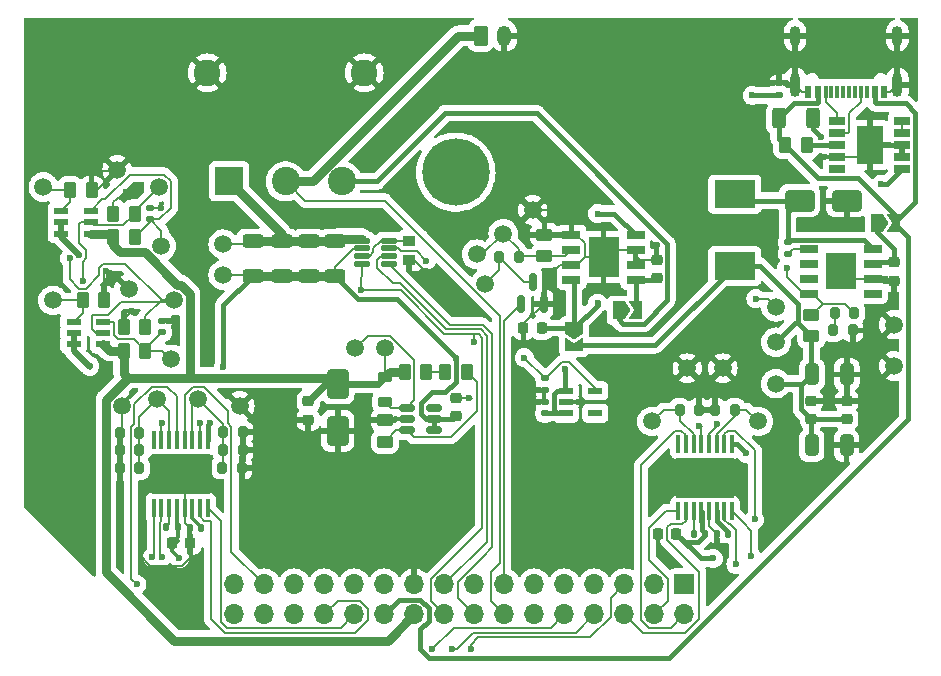
<source format=gbr>
%TF.GenerationSoftware,KiCad,Pcbnew,7.0.11*%
%TF.CreationDate,2025-03-28T01:33:44+02:00*%
%TF.ProjectId,Project,50726f6a-6563-4742-9e6b-696361645f70,rev?*%
%TF.SameCoordinates,Original*%
%TF.FileFunction,Copper,L1,Top*%
%TF.FilePolarity,Positive*%
%FSLAX46Y46*%
G04 Gerber Fmt 4.6, Leading zero omitted, Abs format (unit mm)*
G04 Created by KiCad (PCBNEW 7.0.11) date 2025-03-28 01:33:44*
%MOMM*%
%LPD*%
G01*
G04 APERTURE LIST*
G04 Aperture macros list*
%AMRoundRect*
0 Rectangle with rounded corners*
0 $1 Rounding radius*
0 $2 $3 $4 $5 $6 $7 $8 $9 X,Y pos of 4 corners*
0 Add a 4 corners polygon primitive as box body*
4,1,4,$2,$3,$4,$5,$6,$7,$8,$9,$2,$3,0*
0 Add four circle primitives for the rounded corners*
1,1,$1+$1,$2,$3*
1,1,$1+$1,$4,$5*
1,1,$1+$1,$6,$7*
1,1,$1+$1,$8,$9*
0 Add four rect primitives between the rounded corners*
20,1,$1+$1,$2,$3,$4,$5,0*
20,1,$1+$1,$4,$5,$6,$7,0*
20,1,$1+$1,$6,$7,$8,$9,0*
20,1,$1+$1,$8,$9,$2,$3,0*%
%AMFreePoly0*
4,1,6,0.500000,-0.750000,-0.650000,-0.750000,-0.150000,0.000000,-0.650000,0.750000,0.500000,0.750000,0.500000,-0.750000,0.500000,-0.750000,$1*%
%AMFreePoly1*
4,1,6,1.000000,0.000000,0.500000,-0.750000,-0.500000,-0.750000,-0.500000,0.750000,0.500000,0.750000,1.000000,0.000000,1.000000,0.000000,$1*%
G04 Aperture macros list end*
%TA.AperFunction,ComponentPad*%
%ADD10C,5.700000*%
%TD*%
%TA.AperFunction,ComponentPad*%
%ADD11O,1.700000X1.700000*%
%TD*%
%TA.AperFunction,ComponentPad*%
%ADD12R,1.700000X1.700000*%
%TD*%
%TA.AperFunction,SMDPad,CuDef*%
%ADD13R,1.200000X0.600000*%
%TD*%
%TA.AperFunction,SMDPad,CuDef*%
%ADD14RoundRect,0.200000X-0.200000X-0.275000X0.200000X-0.275000X0.200000X0.275000X-0.200000X0.275000X0*%
%TD*%
%TA.AperFunction,SMDPad,CuDef*%
%ADD15RoundRect,0.200000X0.200000X0.275000X-0.200000X0.275000X-0.200000X-0.275000X0.200000X-0.275000X0*%
%TD*%
%TA.AperFunction,SMDPad,CuDef*%
%ADD16RoundRect,0.250000X0.625000X-0.312500X0.625000X0.312500X-0.625000X0.312500X-0.625000X-0.312500X0*%
%TD*%
%TA.AperFunction,SMDPad,CuDef*%
%ADD17RoundRect,0.140000X-0.140000X-0.170000X0.140000X-0.170000X0.140000X0.170000X-0.140000X0.170000X0*%
%TD*%
%TA.AperFunction,SMDPad,CuDef*%
%ADD18RoundRect,0.250000X-0.325000X-0.650000X0.325000X-0.650000X0.325000X0.650000X-0.325000X0.650000X0*%
%TD*%
%TA.AperFunction,SMDPad,CuDef*%
%ADD19C,1.500000*%
%TD*%
%TA.AperFunction,SMDPad,CuDef*%
%ADD20RoundRect,0.140000X-0.170000X0.140000X-0.170000X-0.140000X0.170000X-0.140000X0.170000X0.140000X0*%
%TD*%
%TA.AperFunction,SMDPad,CuDef*%
%ADD21RoundRect,0.225000X0.225000X0.250000X-0.225000X0.250000X-0.225000X-0.250000X0.225000X-0.250000X0*%
%TD*%
%TA.AperFunction,SMDPad,CuDef*%
%ADD22RoundRect,0.250000X0.450000X-0.262500X0.450000X0.262500X-0.450000X0.262500X-0.450000X-0.262500X0*%
%TD*%
%TA.AperFunction,SMDPad,CuDef*%
%ADD23RoundRect,0.250000X0.262500X0.450000X-0.262500X0.450000X-0.262500X-0.450000X0.262500X-0.450000X0*%
%TD*%
%TA.AperFunction,SMDPad,CuDef*%
%ADD24RoundRect,0.225000X0.250000X-0.225000X0.250000X0.225000X-0.250000X0.225000X-0.250000X-0.225000X0*%
%TD*%
%TA.AperFunction,SMDPad,CuDef*%
%ADD25RoundRect,0.225000X-0.225000X-0.250000X0.225000X-0.250000X0.225000X0.250000X-0.225000X0.250000X0*%
%TD*%
%TA.AperFunction,ComponentPad*%
%ADD26O,0.900000X1.700000*%
%TD*%
%TA.AperFunction,ComponentPad*%
%ADD27O,0.900000X2.000000*%
%TD*%
%TA.AperFunction,SMDPad,CuDef*%
%ADD28R,0.300000X1.140000*%
%TD*%
%TA.AperFunction,SMDPad,CuDef*%
%ADD29R,0.600000X1.140000*%
%TD*%
%TA.AperFunction,SMDPad,CuDef*%
%ADD30RoundRect,0.140000X0.140000X0.170000X-0.140000X0.170000X-0.140000X-0.170000X0.140000X-0.170000X0*%
%TD*%
%TA.AperFunction,SMDPad,CuDef*%
%ADD31R,1.250000X0.600000*%
%TD*%
%TA.AperFunction,SMDPad,CuDef*%
%ADD32R,1.525000X0.700000*%
%TD*%
%TA.AperFunction,SMDPad,CuDef*%
%ADD33R,2.513000X3.402000*%
%TD*%
%TA.AperFunction,SMDPad,CuDef*%
%ADD34RoundRect,0.140000X0.170000X-0.140000X0.170000X0.140000X-0.170000X0.140000X-0.170000X-0.140000X0*%
%TD*%
%TA.AperFunction,SMDPad,CuDef*%
%ADD35RoundRect,0.250000X-1.000000X-0.650000X1.000000X-0.650000X1.000000X0.650000X-1.000000X0.650000X0*%
%TD*%
%TA.AperFunction,SMDPad,CuDef*%
%ADD36RoundRect,0.225000X-0.250000X0.225000X-0.250000X-0.225000X0.250000X-0.225000X0.250000X0.225000X0*%
%TD*%
%TA.AperFunction,SMDPad,CuDef*%
%ADD37RoundRect,0.150000X-0.512500X-0.150000X0.512500X-0.150000X0.512500X0.150000X-0.512500X0.150000X0*%
%TD*%
%TA.AperFunction,SMDPad,CuDef*%
%ADD38RoundRect,0.250000X-0.262500X-0.450000X0.262500X-0.450000X0.262500X0.450000X-0.262500X0.450000X0*%
%TD*%
%TA.AperFunction,SMDPad,CuDef*%
%ADD39RoundRect,0.250000X-0.312500X-0.625000X0.312500X-0.625000X0.312500X0.625000X-0.312500X0.625000X0*%
%TD*%
%TA.AperFunction,SMDPad,CuDef*%
%ADD40RoundRect,0.250000X0.650000X-1.000000X0.650000X1.000000X-0.650000X1.000000X-0.650000X-1.000000X0*%
%TD*%
%TA.AperFunction,ComponentPad*%
%ADD41RoundRect,0.250000X-0.350000X-0.625000X0.350000X-0.625000X0.350000X0.625000X-0.350000X0.625000X0*%
%TD*%
%TA.AperFunction,ComponentPad*%
%ADD42O,1.200000X1.750000*%
%TD*%
%TA.AperFunction,SMDPad,CuDef*%
%ADD43FreePoly0,0.000000*%
%TD*%
%TA.AperFunction,SMDPad,CuDef*%
%ADD44FreePoly1,0.000000*%
%TD*%
%TA.AperFunction,SMDPad,CuDef*%
%ADD45R,1.400000X0.700000*%
%TD*%
%TA.AperFunction,SMDPad,CuDef*%
%ADD46R,2.300000X3.200000*%
%TD*%
%TA.AperFunction,SMDPad,CuDef*%
%ADD47RoundRect,0.100000X-0.100000X0.687500X-0.100000X-0.687500X0.100000X-0.687500X0.100000X0.687500X0*%
%TD*%
%TA.AperFunction,HeatsinkPad*%
%ADD48C,0.500000*%
%TD*%
%TA.AperFunction,HeatsinkPad*%
%ADD49R,5.000000X3.400000*%
%TD*%
%TA.AperFunction,SMDPad,CuDef*%
%ADD50RoundRect,0.125000X-0.537500X-0.125000X0.537500X-0.125000X0.537500X0.125000X-0.537500X0.125000X0*%
%TD*%
%TA.AperFunction,SMDPad,CuDef*%
%ADD51R,3.500000X2.350000*%
%TD*%
%TA.AperFunction,SMDPad,CuDef*%
%ADD52RoundRect,0.218750X0.381250X-0.218750X0.381250X0.218750X-0.381250X0.218750X-0.381250X-0.218750X0*%
%TD*%
%TA.AperFunction,ComponentPad*%
%ADD53R,2.400000X2.400000*%
%TD*%
%TA.AperFunction,ComponentPad*%
%ADD54C,2.400000*%
%TD*%
%TA.AperFunction,ComponentPad*%
%ADD55C,2.250000*%
%TD*%
%TA.AperFunction,SMDPad,CuDef*%
%ADD56RoundRect,0.150000X0.150000X-0.587500X0.150000X0.587500X-0.150000X0.587500X-0.150000X-0.587500X0*%
%TD*%
%TA.AperFunction,SMDPad,CuDef*%
%ADD57R,2.600000X3.100000*%
%TD*%
%TA.AperFunction,SMDPad,CuDef*%
%ADD58R,1.525000X0.650000*%
%TD*%
%TA.AperFunction,SMDPad,CuDef*%
%ADD59R,1.000000X0.900000*%
%TD*%
%TA.AperFunction,SMDPad,CuDef*%
%ADD60FreePoly1,270.000000*%
%TD*%
%TA.AperFunction,SMDPad,CuDef*%
%ADD61FreePoly0,270.000000*%
%TD*%
%TA.AperFunction,ViaPad*%
%ADD62C,0.600000*%
%TD*%
%TA.AperFunction,Conductor*%
%ADD63C,0.200000*%
%TD*%
%TA.AperFunction,Conductor*%
%ADD64C,0.400000*%
%TD*%
%TA.AperFunction,Conductor*%
%ADD65C,0.750000*%
%TD*%
%TA.AperFunction,Conductor*%
%ADD66C,0.500000*%
%TD*%
%TA.AperFunction,Conductor*%
%ADD67C,0.300000*%
%TD*%
%TA.AperFunction,Conductor*%
%ADD68C,0.600000*%
%TD*%
G04 APERTURE END LIST*
D10*
%TO.P,REF\u002A\u002A,1*%
%TO.N,N/C*%
X106000000Y-154100000D03*
%TD*%
D11*
%TO.P,J1,32,Pin_32*%
%TO.N,MOTOR1_A_OUT*%
X87240000Y-191540000D03*
%TO.P,J1,31,Pin_31*%
%TO.N,MOTOR1_B_OUT*%
X87240000Y-189000000D03*
%TO.P,J1,30,Pin_30*%
%TO.N,MOTOR1_CTRL2*%
X89780000Y-191540000D03*
%TO.P,J1,29,Pin_29*%
%TO.N,MOTOR3_B_OUT*%
X89780000Y-189000000D03*
%TO.P,J1,28,Pin_28*%
%TO.N,MOTOR1_CTRL1*%
X92320000Y-191540000D03*
%TO.P,J1,27,Pin_27*%
%TO.N,MOTOR3_A_OUT*%
X92320000Y-189000000D03*
%TO.P,J1,26,Pin_26*%
%TO.N,MOTOR3_CTRL2*%
X94860000Y-191540000D03*
%TO.P,J1,25,Pin_25*%
%TO.N,CTRL_EXT_LOAD1*%
X94860000Y-189000000D03*
%TO.P,J1,24,Pin_24*%
%TO.N,MOTOR3_CTRL1*%
X97400000Y-191540000D03*
%TO.P,J1,23,Pin_23*%
%TO.N,unconnected-(J1-Pin_23-Pad23)*%
X97400000Y-189000000D03*
%TO.P,J1,22,Pin_22*%
%TO.N,HV*%
X99940000Y-191540000D03*
%TO.P,J1,21,Pin_21*%
%TO.N,EXT_LOAD1_OUT*%
X99940000Y-189000000D03*
%TO.P,J1,20,Pin_20*%
%TO.N,5V Out*%
X102480000Y-191540000D03*
%TO.P,J1,19,Pin_19*%
%TO.N,GND*%
X102480000Y-189000000D03*
%TO.P,J1,18,Pin_18*%
%TO.N,3V3 Out*%
X105020000Y-191540000D03*
%TO.P,J1,17,Pin_17*%
%TO.N,I2C1_SDA*%
X105020000Y-189000000D03*
%TO.P,J1,16,Pin_16*%
%TO.N,I2C1_SCL*%
X107560000Y-191540000D03*
%TO.P,J1,15,Pin_15*%
%TO.N,GND*%
X107560000Y-189000000D03*
%TO.P,J1,14,Pin_14*%
%TO.N,Battery*%
X110100000Y-191540000D03*
%TO.P,J1,13,Pin_13*%
%TO.N,FAST_CHARGE_CTRL*%
X110100000Y-189000000D03*
%TO.P,J1,12,Pin_12*%
%TO.N,USART2_TX*%
X112640000Y-191540000D03*
%TO.P,J1,11,Pin_11*%
%TO.N,EXT_LOAD2_OUT*%
X112640000Y-189000000D03*
%TO.P,J1,10,Pin_10*%
%TO.N,MOTOR4_CTRL2*%
X115180000Y-191540000D03*
%TO.P,J1,9,Pin_9*%
%TO.N,USART2_RX*%
X115180000Y-189000000D03*
%TO.P,J1,8,Pin_8*%
%TO.N,MOTOR4_CTRL1*%
X117720000Y-191540000D03*
%TO.P,J1,7,Pin_7*%
%TO.N,CTRL_EXT_LOAD2*%
X117720000Y-189000000D03*
%TO.P,J1,6,Pin_6*%
%TO.N,MOTOR2_CTRL2*%
X120260000Y-191540000D03*
%TO.P,J1,5,Pin_5*%
%TO.N,Motor4_B_OUT*%
X120260000Y-189000000D03*
%TO.P,J1,4,Pin_4*%
%TO.N,MOTOR2_CTRL1*%
X122800000Y-191540000D03*
%TO.P,J1,3,Pin_3*%
%TO.N,Motor4_A_OUT*%
X122800000Y-189000000D03*
%TO.P,J1,2,Pin_2*%
%TO.N,Motor2_A_OUT*%
X125340000Y-191540000D03*
D12*
%TO.P,J1,1,Pin_1*%
%TO.N,Motor2_B_OUT*%
X125340000Y-189000000D03*
%TD*%
D13*
%TO.P,IC5,1,VIN*%
%TO.N,Monitor_out*%
X115300000Y-172600000D03*
%TO.P,IC5,2,GND*%
%TO.N,GND*%
X115300000Y-173550000D03*
%TO.P,IC5,3,EN*%
%TO.N,Monitor_out*%
X115300000Y-174500000D03*
%TO.P,IC5,4,NC*%
%TO.N,unconnected-(IC5-NC-Pad4)*%
X117800000Y-174500000D03*
%TO.P,IC5,5,VOUT*%
%TO.N,3V3 Out*%
X117800000Y-172600000D03*
%TD*%
D14*
%TO.P,R23,1*%
%TO.N,GND*%
X77550000Y-176150000D03*
%TO.P,R23,2*%
%TO.N,Net-(U5B-BISEN)*%
X79200000Y-176150000D03*
%TD*%
D15*
%TO.P,R19,1*%
%TO.N,GND*%
X126600000Y-174200000D03*
%TO.P,R19,2*%
%TO.N,Net-(U4-BISEN)*%
X124950000Y-174200000D03*
%TD*%
D16*
%TO.P,R28,2*%
%TO.N,Bat_out*%
X95800000Y-159937500D03*
%TO.P,R28,1*%
%TO.N,Monitor_out*%
X95800000Y-162862500D03*
%TD*%
D17*
%TO.P,C13,1*%
%TO.N,Net-(U4-VCP)*%
X126140000Y-184700000D03*
%TO.P,C13,2*%
%TO.N,Monitor_out*%
X127100000Y-184700000D03*
%TD*%
D16*
%TO.P,R27,2*%
%TO.N,Bat_out*%
X93550000Y-159937500D03*
%TO.P,R27,1*%
%TO.N,Monitor_out*%
X93550000Y-162862500D03*
%TD*%
D18*
%TO.P,C21,2*%
%TO.N,GND*%
X139075000Y-177225000D03*
%TO.P,C21,1*%
%TO.N,+5V*%
X136125000Y-177225000D03*
%TD*%
D19*
%TO.P,TP22,1,1*%
%TO.N,GND*%
X128600000Y-170700000D03*
%TD*%
%TO.P,TP27,1,1*%
%TO.N,+5V*%
X133100000Y-168500000D03*
%TD*%
D20*
%TO.P,C7,1*%
%TO.N,GND*%
X113550000Y-173550000D03*
%TO.P,C7,2*%
%TO.N,Monitor_out*%
X113550000Y-174510000D03*
%TD*%
D14*
%TO.P,R1,2*%
%TO.N,GND*%
X139600000Y-167500000D03*
%TO.P,R1,1*%
%TO.N,Net-(R1-Pad1)*%
X137950000Y-167500000D03*
%TD*%
D21*
%TO.P,C15,1*%
%TO.N,Monitor_out*%
X124650000Y-184700000D03*
%TO.P,C15,2*%
%TO.N,GND*%
X123100000Y-184700000D03*
%TD*%
D16*
%TO.P,R26,2*%
%TO.N,Bat_out*%
X91260000Y-159937500D03*
%TO.P,R26,1*%
%TO.N,Monitor_out*%
X91260000Y-162862500D03*
%TD*%
D19*
%TO.P,TP12,1,1*%
%TO.N,CTRL_EXT_LOAD2*%
X82137500Y-164950000D03*
%TD*%
D22*
%TO.P,R3,1*%
%TO.N,Net-(IC4-PROG)*%
X113500000Y-161212500D03*
%TO.P,R3,2*%
%TO.N,GND*%
X113500000Y-159387500D03*
%TD*%
%TO.P,R11,1*%
%TO.N,Net-(U3-FB)*%
X100000000Y-176912500D03*
%TO.P,R11,2*%
%TO.N,GND*%
X100000000Y-175087500D03*
%TD*%
D23*
%TO.P,R14,1*%
%TO.N,CTRL_EXT_LOAD1*%
X78825000Y-157600000D03*
%TO.P,R14,2*%
%TO.N,GND*%
X77000000Y-157600000D03*
%TD*%
D24*
%TO.P,C20,2*%
%TO.N,GND*%
X139100000Y-173450000D03*
%TO.P,C20,1*%
%TO.N,+5V*%
X139100000Y-175000000D03*
%TD*%
D18*
%TO.P,C5,2*%
%TO.N,GND*%
X139100000Y-171225000D03*
%TO.P,C5,1*%
%TO.N,+5V*%
X136150000Y-171225000D03*
%TD*%
D25*
%TO.P,C18,2*%
%TO.N,GND*%
X83525000Y-185500000D03*
%TO.P,C18,1*%
%TO.N,Monitor_out*%
X81975000Y-185500000D03*
%TD*%
D19*
%TO.P,TP6,1,1*%
%TO.N,Monitor_out*%
X86300000Y-162800000D03*
%TD*%
D24*
%TO.P,C19,2*%
%TO.N,GND*%
X136100000Y-173450000D03*
%TO.P,C19,1*%
%TO.N,+5V*%
X136100000Y-175000000D03*
%TD*%
D19*
%TO.P,TP21,1,1*%
%TO.N,GND*%
X125600000Y-170700000D03*
%TD*%
D26*
%TO.P,J2,S4,SHIELD*%
%TO.N,GND*%
X134725000Y-142550000D03*
%TO.P,J2,S3,SHIELD*%
X143375000Y-142550000D03*
D27*
%TO.P,J2,S2,SHIELD*%
X134725000Y-146720000D03*
%TO.P,J2,S1,SHIELD*%
X143375000Y-146720000D03*
D28*
%TO.P,J2,B8,SBU2*%
%TO.N,unconnected-(J2-SBU2-PadB8)*%
X140800000Y-147300000D03*
%TO.P,J2,B7,DN2*%
%TO.N,unconnected-(J2-DN2-PadB7)*%
X139800000Y-147300000D03*
%TO.P,J2,B6,DP2*%
%TO.N,unconnected-(J2-DP2-PadB6)*%
X138300000Y-147300000D03*
%TO.P,J2,B5,CC2*%
%TO.N,Net-(IC1-CC2)*%
X137300000Y-147300000D03*
D29*
%TO.P,J2,B4_A9,VBUS*%
%TO.N,HV*%
X136650000Y-147300000D03*
%TO.P,J2,B1_A12,GND*%
%TO.N,GND*%
X135850000Y-147300000D03*
D28*
%TO.P,J2,A8,SBU1*%
%TO.N,unconnected-(J2-SBU1-PadA8)*%
X137800000Y-147300000D03*
%TO.P,J2,A7,DN1*%
%TO.N,unconnected-(J2-DN1-PadA7)*%
X138800000Y-147300000D03*
%TO.P,J2,A6,DP1*%
%TO.N,unconnected-(J2-DP1-PadA6)*%
X139300000Y-147300000D03*
%TO.P,J2,A5,CC1*%
%TO.N,Net-(IC1-CC1)*%
X140300000Y-147300000D03*
D29*
%TO.P,J2,A4_B9,VBUS*%
%TO.N,HV*%
X141450000Y-147300000D03*
%TO.P,J2,A1_B12,GND*%
%TO.N,GND*%
X142250000Y-147300000D03*
%TD*%
D20*
%TO.P,C11,1*%
%TO.N,GND*%
X80075000Y-157140000D03*
%TO.P,C11,2*%
%TO.N,Net-(IC2-R1{slash}C1)*%
X80075000Y-158100000D03*
%TD*%
%TO.P,C12,1*%
%TO.N,GND*%
X81137500Y-166700000D03*
%TO.P,C12,2*%
%TO.N,Net-(IC6-R1{slash}C1)*%
X81137500Y-167660000D03*
%TD*%
D19*
%TO.P,TP15,1,1*%
%TO.N,Net-(U5B-AISEN)*%
X84200000Y-173300000D03*
%TD*%
%TO.P,TP26,1,1*%
%TO.N,Net-(IC3-VSENSE)*%
X133100000Y-165500000D03*
%TD*%
D17*
%TO.P,C16,2*%
%TO.N,Monitor_out*%
X82450000Y-184150000D03*
%TO.P,C16,1*%
%TO.N,Net-(U5B-VCP)*%
X81490000Y-184150000D03*
%TD*%
D30*
%TO.P,C17,1*%
%TO.N,Net-(U5B-VINT)*%
X84410000Y-184200000D03*
%TO.P,C17,2*%
%TO.N,GND*%
X83450000Y-184200000D03*
%TD*%
D25*
%TO.P,C2,1*%
%TO.N,GND*%
X111725000Y-167300000D03*
%TO.P,C2,2*%
%TO.N,Net-(IC4-CE)*%
X113275000Y-167300000D03*
%TD*%
D19*
%TO.P,TP18,1,1*%
%TO.N,GND*%
X77700000Y-173900000D03*
%TD*%
D31*
%TO.P,IC2,1,R2*%
%TO.N,Net-(IC2-R2)*%
X72575000Y-157400000D03*
%TO.P,IC2,2,VOUT_1*%
%TO.N,EXT_LOAD2_OUT*%
X72575000Y-158350000D03*
%TO.P,IC2,3,VOUT_2*%
X72575000Y-159300000D03*
%TO.P,IC2,4,VIN*%
%TO.N,5V Out*%
X75075000Y-159300000D03*
%TO.P,IC2,5,ON/OFF*%
%TO.N,CTRL_EXT_LOAD1*%
X75075000Y-158350000D03*
%TO.P,IC2,6,R1/C1*%
%TO.N,Net-(IC2-R1{slash}C1)*%
X75075000Y-157400000D03*
%TD*%
D19*
%TO.P,TP13,1,1*%
%TO.N,CTRL_EXT_LOAD1*%
X80825000Y-155350000D03*
%TD*%
%TO.P,TP11,1,1*%
%TO.N,Net-(IC6-R1{slash}C1)*%
X81887500Y-169950000D03*
%TD*%
D14*
%TO.P,R24,1*%
%TO.N,GND*%
X77550000Y-177650000D03*
%TO.P,R24,2*%
%TO.N,Net-(U5B-BISEN)*%
X79200000Y-177650000D03*
%TD*%
D32*
%TO.P,IC4,1,TEMP*%
%TO.N,GND*%
X115788000Y-159395000D03*
%TO.P,IC4,2,PROG*%
%TO.N,Net-(IC4-PROG)*%
X115788000Y-160665000D03*
%TO.P,IC4,3,GND*%
%TO.N,GND*%
X115788000Y-161935000D03*
%TO.P,IC4,4,VCC*%
%TO.N,Net-(IC4-CE)*%
X115788000Y-163205000D03*
%TO.P,IC4,5,BAT*%
%TO.N,Net-(IC4-BAT)*%
X121212000Y-163205000D03*
%TO.P,IC4,6,~{STDBY}*%
%TO.N,GND*%
X121212000Y-161935000D03*
%TO.P,IC4,7,~{CHRG}*%
X121212000Y-160665000D03*
%TO.P,IC4,8,CE*%
%TO.N,Net-(IC4-CE)*%
X121212000Y-159395000D03*
D33*
%TO.P,IC4,9,EP*%
%TO.N,GND*%
X118500000Y-161300000D03*
%TD*%
D34*
%TO.P,C8,1*%
%TO.N,GND*%
X113550000Y-172510000D03*
%TO.P,C8,2*%
%TO.N,3V3 Out*%
X113550000Y-171550000D03*
%TD*%
D35*
%TO.P,D3,2,A*%
%TO.N,GND*%
X139100000Y-156500000D03*
%TO.P,D3,1,K*%
%TO.N,Net-(D3-K)*%
X135100000Y-156500000D03*
%TD*%
D36*
%TO.P,C4,2*%
%TO.N,GND*%
X143100000Y-163275000D03*
%TO.P,C4,1*%
%TO.N,Net-(IC3-VIN)*%
X143100000Y-161725000D03*
%TD*%
D37*
%TO.P,U3,1,SW*%
%TO.N,Net-(U3-SW)*%
X101862500Y-174050000D03*
%TO.P,U3,2,GND*%
%TO.N,GND*%
X101862500Y-175000000D03*
%TO.P,U3,3,FB*%
%TO.N,Net-(U3-FB)*%
X101862500Y-175950000D03*
%TO.P,U3,4,EN*%
%TO.N,Monitor_out*%
X104137500Y-175950000D03*
%TO.P,U3,5,IN*%
X104137500Y-175000000D03*
%TO.P,U3,6,NC*%
%TO.N,unconnected-(U3-NC-Pad6)*%
X104137500Y-174050000D03*
%TD*%
D19*
%TO.P,TP24,1,1*%
%TO.N,5V Out*%
X100000000Y-169000000D03*
%TD*%
%TO.P,TP25,1,1*%
%TO.N,GND*%
X143100000Y-167000000D03*
%TD*%
D15*
%TO.P,R4,1*%
%TO.N,Net-(IC4-PROG)*%
X111325000Y-161300000D03*
%TO.P,R4,2*%
%TO.N,Net-(Q1-D)*%
X109675000Y-161300000D03*
%TD*%
D19*
%TO.P,TP28,1,1*%
%TO.N,+5V*%
X133100000Y-172000000D03*
%TD*%
D38*
%TO.P,R10,1*%
%TO.N,Net-(R10-Pad1)*%
X105087500Y-171000000D03*
%TO.P,R10,2*%
%TO.N,Net-(U3-FB)*%
X106912500Y-171000000D03*
%TD*%
D39*
%TO.P,R7,1*%
%TO.N,HV*%
X133337500Y-149550000D03*
%TO.P,R7,2*%
%TO.N,Net-(IC1-VDD)*%
X136262500Y-149550000D03*
%TD*%
D38*
%TO.P,R16,1*%
%TO.N,5V Out*%
X77887500Y-169200000D03*
%TO.P,R16,2*%
%TO.N,Net-(IC6-R1{slash}C1)*%
X79712500Y-169200000D03*
%TD*%
D19*
%TO.P,TP29,1,1*%
%TO.N,GND*%
X143100000Y-170500000D03*
%TD*%
D22*
%TO.P,R5,2*%
%TO.N,Net-(IC3-VSENSE)*%
X136100000Y-166175000D03*
%TO.P,R5,1*%
%TO.N,+5V*%
X136100000Y-168000000D03*
%TD*%
D19*
%TO.P,TP2,1,1*%
%TO.N,GND*%
X112500000Y-157300000D03*
%TD*%
%TO.P,TP19,1,1*%
%TO.N,Net-(U4-AISEN)*%
X131600000Y-175200000D03*
%TD*%
%TO.P,TP7,1,1*%
%TO.N,GND*%
X78300000Y-164000000D03*
%TD*%
D40*
%TO.P,D1,1,K*%
%TO.N,GND*%
X96000000Y-176000000D03*
%TO.P,D1,2,A*%
%TO.N,5V Out*%
X96000000Y-172000000D03*
%TD*%
D23*
%TO.P,R15,1*%
%TO.N,GND*%
X76212500Y-164950000D03*
%TO.P,R15,2*%
%TO.N,Net-(IC6-R2)*%
X74387500Y-164950000D03*
%TD*%
D19*
%TO.P,TP8,1,1*%
%TO.N,Net-(IC6-R2)*%
X71887500Y-164950000D03*
%TD*%
D14*
%TO.P,R18,1*%
%TO.N,GND*%
X127950000Y-174200000D03*
%TO.P,R18,2*%
%TO.N,Net-(U4-AISEN)*%
X129600000Y-174200000D03*
%TD*%
D16*
%TO.P,R9,2*%
%TO.N,Bat_out*%
X88800000Y-159937500D03*
%TO.P,R9,1*%
%TO.N,Monitor_out*%
X88800000Y-162862500D03*
%TD*%
D19*
%TO.P,TP5,1,1*%
%TO.N,Bat_out*%
X86300000Y-160187500D03*
%TD*%
%TO.P,TP1,1,1*%
%TO.N,Net-(IC4-PROG)*%
X110000000Y-159300000D03*
%TD*%
D36*
%TO.P,C9,1*%
%TO.N,GND*%
X106000000Y-173225000D03*
%TO.P,C9,2*%
%TO.N,Monitor_out*%
X106000000Y-174775000D03*
%TD*%
D19*
%TO.P,TP9,1,1*%
%TO.N,GND*%
X77325000Y-153900000D03*
%TD*%
%TO.P,TP4,1,1*%
%TO.N,Net-(Q1-D)*%
X108500000Y-163550000D03*
%TD*%
D38*
%TO.P,R13,1*%
%TO.N,5V Out*%
X77000000Y-159600000D03*
%TO.P,R13,2*%
%TO.N,Net-(IC2-R1{slash}C1)*%
X78825000Y-159600000D03*
%TD*%
D41*
%TO.P,J3,1,Pin_1*%
%TO.N,Battery*%
X108100000Y-142550000D03*
D42*
%TO.P,J3,2,Pin_2*%
%TO.N,GND*%
X110100000Y-142550000D03*
%TD*%
D15*
%TO.P,R21,1*%
%TO.N,GND*%
X87875000Y-179120000D03*
%TO.P,R21,2*%
%TO.N,Net-(U5B-AISEN)*%
X86225000Y-179120000D03*
%TD*%
D38*
%TO.P,R2,1*%
%TO.N,5V Out*%
X101675000Y-171000000D03*
%TO.P,R2,2*%
%TO.N,Net-(R10-Pad1)*%
X103500000Y-171000000D03*
%TD*%
%TO.P,R8,1*%
%TO.N,HV*%
X133887500Y-151800000D03*
%TO.P,R8,2*%
%TO.N,Net-(IC1-VBUS)*%
X135712500Y-151800000D03*
%TD*%
D15*
%TO.P,R20,2*%
%TO.N,Net-(U5B-AISEN)*%
X86300000Y-176120000D03*
%TO.P,R20,1*%
%TO.N,GND*%
X87950000Y-176120000D03*
%TD*%
D43*
%TO.P,JP2,2,B*%
%TO.N,HV*%
X143100000Y-158400000D03*
D44*
%TO.P,JP2,1,A*%
%TO.N,Net-(IC3-VIN)*%
X141650000Y-158400000D03*
%TD*%
D23*
%TO.P,R17,1*%
%TO.N,CTRL_EXT_LOAD2*%
X79712500Y-167200000D03*
%TO.P,R17,2*%
%TO.N,GND*%
X77887500Y-167200000D03*
%TD*%
D19*
%TO.P,TP23,1,1*%
%TO.N,Net-(U3-SW)*%
X97500000Y-169000000D03*
%TD*%
D15*
%TO.P,R22,1*%
%TO.N,GND*%
X87950000Y-177650000D03*
%TO.P,R22,2*%
%TO.N,Net-(U5B-AISEN)*%
X86300000Y-177650000D03*
%TD*%
D45*
%TO.P,IC1,1,VDD*%
%TO.N,Net-(IC1-VDD)*%
X143800000Y-153800000D03*
%TO.P,IC1,2,CFG2*%
%TO.N,GND*%
X143800000Y-152800000D03*
%TO.P,IC1,3,CFG3*%
X143800000Y-151800000D03*
%TO.P,IC1,4,DP*%
%TO.N,Net-(IC1-DM)*%
X143800000Y-150800000D03*
%TO.P,IC1,5,DM*%
X143800000Y-149800000D03*
%TO.P,IC1,6,CC2*%
%TO.N,Net-(IC1-CC2)*%
X138300000Y-149800000D03*
%TO.P,IC1,7,CC1*%
%TO.N,Net-(IC1-CC1)*%
X138300000Y-150800000D03*
%TO.P,IC1,8,VBUS*%
%TO.N,Net-(IC1-VBUS)*%
X138300000Y-151800000D03*
%TO.P,IC1,9,CFG1*%
%TO.N,GND*%
X138300000Y-152800000D03*
%TO.P,IC1,10,PG*%
%TO.N,unconnected-(IC1-PG-Pad10)*%
X138300000Y-153800000D03*
D46*
%TO.P,IC1,11,GND*%
%TO.N,GND*%
X141050000Y-151800000D03*
%TD*%
D19*
%TO.P,TP10,1,1*%
%TO.N,Net-(IC2-R2)*%
X71075000Y-155350000D03*
%TD*%
D24*
%TO.P,C10,1*%
%TO.N,GND*%
X93500000Y-175050000D03*
%TO.P,C10,2*%
%TO.N,5V Out*%
X93500000Y-173500000D03*
%TD*%
D20*
%TO.P,C3,2*%
%TO.N,Net-(IC3-BOOT)*%
X134100000Y-161000000D03*
%TO.P,C3,1*%
%TO.N,Net-(D3-K)*%
X134100000Y-160040000D03*
%TD*%
D47*
%TO.P,U4,1,nSLEEP*%
%TO.N,Monitor_out*%
X129375000Y-177087500D03*
%TO.P,U4,2,AOUT1*%
%TO.N,MOTOR1_A_OUT*%
X128725000Y-177087500D03*
%TO.P,U4,3,AISEN*%
%TO.N,Net-(U4-AISEN)*%
X128075000Y-177087500D03*
%TO.P,U4,4,AOUT2*%
%TO.N,MOTOR1_B_OUT*%
X127425000Y-177087500D03*
%TO.P,U4,5,BOUT2*%
%TO.N,Motor2_B_OUT*%
X126775000Y-177087500D03*
%TO.P,U4,6,BISEN*%
%TO.N,Net-(U4-BISEN)*%
X126125000Y-177087500D03*
%TO.P,U4,7,BOUT1*%
%TO.N,Motor2_A_OUT*%
X125475000Y-177087500D03*
%TO.P,U4,8,nFAULT*%
%TO.N,unconnected-(U4-nFAULT-Pad8)*%
X124825000Y-177087500D03*
%TO.P,U4,9,BIN1*%
%TO.N,MOTOR2_CTRL1*%
X124825000Y-182812500D03*
%TO.P,U4,10,BIN2*%
%TO.N,MOTOR2_CTRL2*%
X125475000Y-182812500D03*
%TO.P,U4,11,VCP*%
%TO.N,Net-(U4-VCP)*%
X126125000Y-182812500D03*
%TO.P,U4,12,VM*%
%TO.N,Monitor_out*%
X126775000Y-182812500D03*
%TO.P,U4,13,GND*%
%TO.N,GND*%
X127425000Y-182812500D03*
%TO.P,U4,14,VINT*%
%TO.N,Net-(U4-VINT)*%
X128075000Y-182812500D03*
%TO.P,U4,15,AIN2*%
%TO.N,MOTOR1_CTRL2*%
X128725000Y-182812500D03*
%TO.P,U4,16,AIN1*%
%TO.N,MOTOR1_CTRL1*%
X129375000Y-182812500D03*
D48*
%TO.P,U4,17,GND(PPAD)*%
%TO.N,GND*%
X128600000Y-179200000D03*
X127100000Y-179200000D03*
X125600000Y-179200000D03*
D49*
X127100000Y-179950000D03*
D48*
X128600000Y-180700000D03*
X127100000Y-180700000D03*
X125600000Y-180700000D03*
%TD*%
D19*
%TO.P,TP3,1,1*%
%TO.N,Net-(IC4-PROG)*%
X107750000Y-161050000D03*
%TD*%
D44*
%TO.P,JP3,1,A*%
%TO.N,Charging*%
X119775000Y-165800000D03*
D43*
%TO.P,JP3,2,B*%
%TO.N,Net-(IC4-BAT)*%
X121225000Y-165800000D03*
%TD*%
D30*
%TO.P,C14,1*%
%TO.N,Net-(U4-VINT)*%
X129060000Y-184700000D03*
%TO.P,C14,2*%
%TO.N,GND*%
X128100000Y-184700000D03*
%TD*%
D50*
%TO.P,U1,1,IN+*%
%TO.N,Bat_out*%
X98025000Y-159887500D03*
%TO.P,U1,2,IN-*%
%TO.N,Monitor_out*%
X98025000Y-160537500D03*
%TO.P,U1,3,GND*%
%TO.N,ANAL_GND*%
X98025000Y-161187500D03*
%TO.P,U1,4,VS*%
%TO.N,3V3 Out*%
X98025000Y-161837500D03*
%TO.P,U1,5,SCL*%
%TO.N,I2C1_SCL*%
X100300000Y-161837500D03*
%TO.P,U1,6,SDA*%
%TO.N,I2C1_SDA*%
X100300000Y-161187500D03*
%TO.P,U1,7,A0*%
%TO.N,3V3 Out*%
X100300000Y-160537500D03*
%TO.P,U1,8,A1*%
%TO.N,ANAL_GND*%
X100300000Y-159887500D03*
%TD*%
D20*
%TO.P,C6,1*%
%TO.N,GND*%
X133375000Y-146570000D03*
%TO.P,C6,2*%
%TO.N,Net-(IC1-VDD)*%
X133375000Y-147530000D03*
%TD*%
D19*
%TO.P,TP16,1,1*%
%TO.N,Net-(U5B-BISEN)*%
X80700000Y-173300000D03*
%TD*%
D51*
%TO.P,L1,2,2*%
%TO.N,Net-(D3-K)*%
X129600000Y-155975000D03*
%TO.P,L1,1,1*%
%TO.N,+5V*%
X129600000Y-162025000D03*
%TD*%
D52*
%TO.P,L2,1,1*%
%TO.N,Net-(U3-SW)*%
X100000000Y-173562500D03*
%TO.P,L2,2,2*%
%TO.N,5V Out*%
X100000000Y-171437500D03*
%TD*%
D15*
%TO.P,R6,2*%
%TO.N,Net-(R1-Pad1)*%
X138100000Y-166000000D03*
%TO.P,R6,1*%
%TO.N,Net-(IC3-VSENSE)*%
X139750000Y-166000000D03*
%TD*%
D31*
%TO.P,IC6,1,R2*%
%TO.N,Net-(IC6-R2)*%
X73637500Y-166750000D03*
%TO.P,IC6,2,VOUT_1*%
%TO.N,EXT_LOAD1_OUT*%
X73637500Y-167700000D03*
%TO.P,IC6,3,VOUT_2*%
X73637500Y-168650000D03*
%TO.P,IC6,4,VIN*%
%TO.N,5V Out*%
X76137500Y-168650000D03*
%TO.P,IC6,5,ON/OFF*%
%TO.N,CTRL_EXT_LOAD2*%
X76137500Y-167700000D03*
%TO.P,IC6,6,R1/C1*%
%TO.N,Net-(IC6-R1{slash}C1)*%
X76137500Y-166750000D03*
%TD*%
D53*
%TO.P,S1,1,1*%
%TO.N,Bat_out*%
X86800000Y-154875000D03*
D54*
%TO.P,S1,2,2*%
%TO.N,Battery*%
X91600000Y-154875000D03*
%TO.P,S1,3,3*%
%TO.N,Charging*%
X96400000Y-154875000D03*
D55*
%TO.P,S1,4,MH1*%
%TO.N,GND*%
X84950000Y-145675000D03*
%TO.P,S1,5,MH2*%
X98250000Y-145675000D03*
%TD*%
D24*
%TO.P,C1,1*%
%TO.N,Net-(IC4-BAT)*%
X123000000Y-163075000D03*
%TO.P,C1,2*%
%TO.N,GND*%
X123000000Y-161525000D03*
%TD*%
D19*
%TO.P,TP17,1,1*%
%TO.N,GND*%
X87700000Y-173900000D03*
%TD*%
D56*
%TO.P,Q1,1,G*%
%TO.N,FAST_CHARGE_CTRL*%
X111550000Y-165237500D03*
%TO.P,Q1,2,S*%
%TO.N,GND*%
X113450000Y-165237500D03*
%TO.P,Q1,3,D*%
%TO.N,Net-(Q1-D)*%
X112500000Y-163362500D03*
%TD*%
D19*
%TO.P,TP20,1,1*%
%TO.N,Net-(U4-BISEN)*%
X122600000Y-175200000D03*
%TD*%
%TO.P,TP14,1,1*%
%TO.N,Net-(IC2-R1{slash}C1)*%
X81075000Y-160350000D03*
%TD*%
D57*
%TO.P,IC3,9,EP*%
%TO.N,GND*%
X138600000Y-162500000D03*
D58*
%TO.P,IC3,8,PH*%
%TO.N,Net-(D3-K)*%
X141312000Y-160595000D03*
%TO.P,IC3,7,VIN*%
%TO.N,Net-(IC3-VIN)*%
X141312000Y-161865000D03*
%TO.P,IC3,6,GND*%
%TO.N,GND*%
X141312000Y-163135000D03*
%TO.P,IC3,5,ENA*%
%TO.N,unconnected-(IC3-ENA-Pad5)*%
X141312000Y-164405000D03*
%TO.P,IC3,4,VSENSE*%
%TO.N,Net-(IC3-VSENSE)*%
X135888000Y-164405000D03*
%TO.P,IC3,3,NC_2*%
%TO.N,unconnected-(IC3-NC_2-Pad3)*%
X135888000Y-163135000D03*
%TO.P,IC3,2,NC_1*%
%TO.N,unconnected-(IC3-NC_1-Pad2)*%
X135888000Y-161865000D03*
%TO.P,IC3,1,BOOT*%
%TO.N,Net-(IC3-BOOT)*%
X135888000Y-160595000D03*
%TD*%
D14*
%TO.P,R25,1*%
%TO.N,GND*%
X77550000Y-179170000D03*
%TO.P,R25,2*%
%TO.N,Net-(U5B-BISEN)*%
X79200000Y-179170000D03*
%TD*%
D59*
%TO.P,FB1,1*%
%TO.N,ANAL_GND*%
X102050000Y-159937500D03*
%TO.P,FB1,2*%
%TO.N,GND*%
X102050000Y-161537500D03*
%TD*%
D23*
%TO.P,R12,1*%
%TO.N,GND*%
X75150000Y-155600000D03*
%TO.P,R12,2*%
%TO.N,Net-(IC2-R2)*%
X73325000Y-155600000D03*
%TD*%
D60*
%TO.P,JP1,1,A*%
%TO.N,Net-(IC4-CE)*%
X116000000Y-167300000D03*
D61*
%TO.P,JP1,2,B*%
%TO.N,+5V*%
X116000000Y-168750000D03*
%TD*%
D48*
%TO.P,U5,17,GND(PPAD)*%
%TO.N,GND*%
X81200000Y-180400000D03*
X82700000Y-180400000D03*
X84200000Y-180400000D03*
D49*
X82700000Y-179650000D03*
D48*
X81200000Y-178900000D03*
X82700000Y-178900000D03*
X84200000Y-178900000D03*
D47*
%TO.P,U5,16,AIN1*%
%TO.N,MOTOR3_CTRL1*%
X84975000Y-182512500D03*
%TO.P,U5,15,AIN2*%
%TO.N,MOTOR3_CTRL2*%
X84325000Y-182512500D03*
%TO.P,U5,14,VINT*%
%TO.N,Net-(U5B-VINT)*%
X83675000Y-182512500D03*
%TO.P,U5,13,GND*%
%TO.N,GND*%
X83025000Y-182512500D03*
%TO.P,U5,12,VM*%
%TO.N,Monitor_out*%
X82375000Y-182512500D03*
%TO.P,U5,11,VCP*%
%TO.N,Net-(U5B-VCP)*%
X81725000Y-182512500D03*
%TO.P,U5,10,BIN2*%
%TO.N,MOTOR4_CTRL2*%
X81075000Y-182512500D03*
%TO.P,U5,9,BIN1*%
%TO.N,MOTOR4_CTRL1*%
X80425000Y-182512500D03*
%TO.P,U5,8,nFAULT*%
%TO.N,unconnected-(U5B-nFAULT-Pad8)*%
X80425000Y-176787500D03*
%TO.P,U5,7,BOUT1*%
%TO.N,Motor4_A_OUT*%
X81075000Y-176787500D03*
%TO.P,U5,6,BISEN*%
%TO.N,Net-(U5B-BISEN)*%
X81725000Y-176787500D03*
%TO.P,U5,5,BOUT2*%
%TO.N,Motor4_B_OUT*%
X82375000Y-176787500D03*
%TO.P,U5,4,AOUT2*%
%TO.N,MOTOR3_B_OUT*%
X83025000Y-176787500D03*
%TO.P,U5,3,AISEN*%
%TO.N,Net-(U5B-AISEN)*%
X83675000Y-176787500D03*
%TO.P,U5,2,AOUT1*%
%TO.N,MOTOR3_A_OUT*%
X84325000Y-176787500D03*
%TO.P,U5,1,nSLEEP*%
%TO.N,Monitor_out*%
X84975000Y-176787500D03*
%TD*%
D62*
%TO.N,GND*%
X139100000Y-158800000D03*
X96000000Y-178600000D03*
X79300000Y-185800000D03*
X114300000Y-157300000D03*
X123000000Y-160300000D03*
X136800000Y-153300000D03*
X103500000Y-162500000D03*
X132300000Y-182700000D03*
X128100000Y-185700000D03*
X123400000Y-186000000D03*
X107100000Y-173225000D03*
X85100000Y-167100000D03*
X82300000Y-166800000D03*
X77600000Y-180400000D03*
X75500000Y-154000000D03*
X76400000Y-162500000D03*
X78569669Y-165869669D03*
X78100000Y-155800000D03*
X81000000Y-157140000D03*
%TO.N,3V3 Out*%
X107500000Y-168500000D03*
X111800000Y-169800000D03*
%TO.N,Net-(IC1-VDD)*%
X131100000Y-147600000D03*
%TO.N,Net-(IC3-VSENSE)*%
X131400000Y-164800000D03*
X134000000Y-162200000D03*
%TO.N,CTRL_EXT_LOAD2*%
X73300000Y-161400000D03*
%TO.N,CTRL_EXT_LOAD1*%
X74400000Y-163350000D03*
%TO.N,Net-(IC1-VDD)*%
X136900000Y-151100000D03*
X142000000Y-155100000D03*
%TO.N,EXT_LOAD1_OUT*%
X75000000Y-170500000D03*
%TO.N,EXT_LOAD2_OUT*%
X74100000Y-161100000D03*
%TO.N,3V3 Out*%
X103500000Y-161600000D03*
X98000000Y-164100000D03*
%TO.N,Monitor_out*%
X82600000Y-186800000D03*
%TO.N,Net-(IC4-CE)*%
X118000000Y-157600000D03*
X118000000Y-165200000D03*
%TO.N,Monitor_out*%
X127800000Y-186800000D03*
%TO.N,Motor2_B_OUT*%
X126600000Y-175600000D03*
%TO.N,MOTOR1_B_OUT*%
X128100000Y-175400000D03*
%TO.N,Monitor_out*%
X130600000Y-177900000D03*
X115200000Y-170800000D03*
X106000000Y-169800000D03*
X86300000Y-170600000D03*
%TO.N,Motor4_B_OUT*%
X107250000Y-194490000D03*
%TO.N,MOTOR4_CTRL1*%
X105700000Y-194490000D03*
%TO.N,MOTOR4_CTRL2*%
X104000000Y-194490000D03*
X81100000Y-186700000D03*
%TO.N,MOTOR4_CTRL1*%
X80300000Y-186700000D03*
%TO.N,Motor4_B_OUT*%
X79000000Y-189000000D03*
%TO.N,MOTOR1_A_OUT*%
X131300000Y-183500000D03*
%TO.N,MOTOR1_CTRL1*%
X131000000Y-186600000D03*
%TO.N,MOTOR1_CTRL2*%
X129700000Y-187300000D03*
%TO.N,Motor4_A_OUT*%
X81100000Y-175300000D03*
%TO.N,Monitor_out*%
X85200000Y-175300000D03*
%TO.N,MOTOR3_A_OUT*%
X84300000Y-175300000D03*
%TD*%
D63*
%TO.N,GND*%
X139100000Y-156500000D02*
X139100000Y-158800000D01*
X116934500Y-161300000D02*
X116900000Y-161265500D01*
X118500000Y-161300000D02*
X116934500Y-161300000D01*
X119135000Y-160665000D02*
X118500000Y-161300000D01*
X121212000Y-160665000D02*
X119135000Y-160665000D01*
X96000000Y-178600000D02*
X96000000Y-178500000D01*
X96000000Y-176000000D02*
X96000000Y-178600000D01*
X83025000Y-180725000D02*
X82700000Y-180400000D01*
X83025000Y-182512500D02*
X83025000Y-180725000D01*
X79300000Y-185800000D02*
X79300000Y-185900000D01*
X79300000Y-186600000D02*
X79300000Y-185800000D01*
X80100000Y-187400000D02*
X79300000Y-186600000D01*
X82848529Y-187400000D02*
X80100000Y-187400000D01*
X83525000Y-186723529D02*
X82848529Y-187400000D01*
X83525000Y-185500000D02*
X83525000Y-186723529D01*
X112500000Y-157300000D02*
X114300000Y-157300000D01*
X123000000Y-160300000D02*
X123000000Y-160200000D01*
X123000000Y-161525000D02*
X123000000Y-160300000D01*
X136700000Y-153300000D02*
X136800000Y-153200000D01*
X136800000Y-153300000D02*
X136700000Y-153300000D01*
X136800000Y-153200000D02*
X136800000Y-153300000D01*
X137200000Y-152800000D02*
X136800000Y-153200000D01*
X138300000Y-152800000D02*
X137200000Y-152800000D01*
X140050000Y-152800000D02*
X138300000Y-152800000D01*
X141050000Y-151800000D02*
X140050000Y-152800000D01*
X143800000Y-151800000D02*
X141050000Y-151800000D01*
X142795000Y-147300000D02*
X143375000Y-146720000D01*
X142250000Y-147300000D02*
X142795000Y-147300000D01*
X135305000Y-147300000D02*
X134725000Y-146720000D01*
X135850000Y-147300000D02*
X135305000Y-147300000D01*
X139235000Y-163135000D02*
X138600000Y-162500000D01*
X141312000Y-163135000D02*
X139235000Y-163135000D01*
X121212000Y-161115000D02*
X121622000Y-161525000D01*
X121212000Y-160665000D02*
X121212000Y-161115000D01*
X121622000Y-161525000D02*
X121212000Y-161935000D01*
X123000000Y-161525000D02*
X121622000Y-161525000D01*
X116900000Y-161265500D02*
X116900000Y-160094500D01*
X116200500Y-159395000D02*
X115788000Y-159395000D01*
X116230500Y-161935000D02*
X116900000Y-161265500D01*
X116900000Y-160094500D02*
X116200500Y-159395000D01*
X115788000Y-161935000D02*
X116230500Y-161935000D01*
X114825500Y-161935000D02*
X115788000Y-161935000D01*
X113450000Y-163310500D02*
X114825500Y-161935000D01*
X113450000Y-165237500D02*
X113450000Y-163310500D01*
X111725000Y-166962500D02*
X111725000Y-167300000D01*
X113450000Y-165237500D02*
X111725000Y-166962500D01*
X103500000Y-162600000D02*
X103400000Y-162500000D01*
X103500000Y-162500000D02*
X103500000Y-162600000D01*
X103400000Y-162500000D02*
X103500000Y-162500000D01*
X102437500Y-161537500D02*
X103400000Y-162500000D01*
X102050000Y-161537500D02*
X102437500Y-161537500D01*
X128100000Y-185700000D02*
X128100000Y-185600000D01*
X128100000Y-184700000D02*
X128100000Y-185700000D01*
X123400000Y-186000000D02*
X123300000Y-185900000D01*
X123100000Y-185700000D02*
X123400000Y-186000000D01*
X123100000Y-184700000D02*
X123100000Y-185700000D01*
D64*
%TO.N,Monitor_out*%
X126820000Y-184420000D02*
X127100000Y-184700000D01*
X126820000Y-182857500D02*
X126820000Y-184420000D01*
X126775000Y-182812500D02*
X126820000Y-182857500D01*
D63*
%TO.N,GND*%
X127425000Y-184025000D02*
X128100000Y-184700000D01*
X127425000Y-182812500D02*
X127425000Y-184025000D01*
%TO.N,Net-(U3-FB)*%
X107775000Y-171862500D02*
X107775000Y-174325000D01*
X107775000Y-174325000D02*
X105550000Y-176550000D01*
X106912500Y-171000000D02*
X107775000Y-171862500D01*
%TO.N,GND*%
X106000000Y-173225000D02*
X107375000Y-173225000D01*
X107100000Y-173225000D02*
X107125000Y-173200000D01*
X83450000Y-185425000D02*
X83525000Y-185500000D01*
X83450000Y-184200000D02*
X83450000Y-185425000D01*
X83025000Y-183775000D02*
X83450000Y-184200000D01*
X83025000Y-182512500D02*
X83025000Y-183775000D01*
%TO.N,MOTOR4_CTRL2*%
X80910000Y-183793866D02*
X80910000Y-186510000D01*
X81075000Y-183628866D02*
X80910000Y-183793866D01*
X81075000Y-182512500D02*
X81075000Y-183628866D01*
D65*
%TO.N,5V Out*%
X82425000Y-163625000D02*
X82686333Y-163625000D01*
X79675000Y-160875000D02*
X82425000Y-163625000D01*
X77575000Y-160875000D02*
X79675000Y-160875000D01*
X77000000Y-160300000D02*
X77575000Y-160875000D01*
D63*
%TO.N,GND*%
X76212500Y-162687500D02*
X76400000Y-162500000D01*
X76212500Y-164950000D02*
X76212500Y-162687500D01*
%TO.N,CTRL_EXT_LOAD2*%
X78026840Y-161900000D02*
X81076840Y-164950000D01*
X76100000Y-161900000D02*
X78026840Y-161900000D01*
X75800000Y-162200000D02*
X76100000Y-161900000D01*
X74648529Y-163950000D02*
X75800000Y-162798529D01*
X75800000Y-162798529D02*
X75800000Y-162200000D01*
X74101471Y-163950000D02*
X74648529Y-163950000D01*
%TO.N,CTRL_EXT_LOAD1*%
X74250000Y-158350000D02*
X75075000Y-158350000D01*
X74088909Y-158511091D02*
X74250000Y-158350000D01*
X74088909Y-160088909D02*
X74088909Y-158511091D01*
X74700000Y-160700000D02*
X74088909Y-160088909D01*
X74700000Y-161400000D02*
X74700000Y-160700000D01*
X74400000Y-161700000D02*
X74700000Y-161400000D01*
X74400000Y-163350000D02*
X74400000Y-161700000D01*
%TO.N,CTRL_EXT_LOAD2*%
X73300000Y-163148529D02*
X74101471Y-163950000D01*
X73300000Y-161400000D02*
X73300000Y-163148529D01*
%TO.N,GND*%
X82300000Y-166800000D02*
X82400000Y-166900000D01*
X82200000Y-166700000D02*
X82300000Y-166800000D01*
X81137500Y-166700000D02*
X82200000Y-166700000D01*
X77600000Y-180400000D02*
X77550000Y-180450000D01*
X77550000Y-180350000D02*
X77600000Y-180400000D01*
X77550000Y-179170000D02*
X77550000Y-180350000D01*
%TO.N,Monitor_out*%
X88737500Y-162800000D02*
X88800000Y-162862500D01*
X86300000Y-162800000D02*
X88737500Y-162800000D01*
%TO.N,GND*%
X77225000Y-154000000D02*
X77325000Y-153900000D01*
X75500000Y-154000000D02*
X77225000Y-154000000D01*
X77700000Y-176000000D02*
X77550000Y-176150000D01*
X77700000Y-173900000D02*
X77700000Y-176000000D01*
X76800000Y-162500000D02*
X78300000Y-164000000D01*
X76400000Y-162500000D02*
X76800000Y-162500000D01*
%TO.N,CTRL_EXT_LOAD2*%
X82037500Y-165050000D02*
X77865075Y-165050000D01*
X82137500Y-164950000D02*
X82037500Y-165050000D01*
X77609744Y-165050000D02*
X80976840Y-165050000D01*
X76509744Y-166150000D02*
X77609744Y-165050000D01*
X76509744Y-166150000D02*
X75212500Y-166150000D01*
X81076840Y-164950000D02*
X80976840Y-165050000D01*
%TO.N,GND*%
X77887500Y-167200000D02*
X77887500Y-166551838D01*
X78569669Y-165869669D02*
X78500000Y-165800000D01*
X77887500Y-166551838D02*
X78569669Y-165869669D01*
X77000000Y-156600000D02*
X78100000Y-155800000D01*
X77000000Y-157600000D02*
X77000000Y-156600000D01*
%TO.N,Net-(IC2-R1{slash}C1)*%
X80888529Y-158100000D02*
X80075000Y-158100000D01*
X78409925Y-154300000D02*
X81300000Y-154300000D01*
X81300000Y-154300000D02*
X81875000Y-154875000D01*
X81875000Y-157113529D02*
X80888529Y-158100000D01*
X76075000Y-156400000D02*
X76309925Y-156400000D01*
X75075000Y-157400000D02*
X76075000Y-156400000D01*
X76309925Y-156400000D02*
X78409925Y-154300000D01*
X81875000Y-154875000D02*
X81875000Y-157113529D01*
%TO.N,GND*%
X81000000Y-157140000D02*
X80075000Y-157140000D01*
X75625000Y-155600000D02*
X75150000Y-155600000D01*
X77325000Y-153900000D02*
X75625000Y-155600000D01*
%TO.N,3V3 Out*%
X107500000Y-168500000D02*
X107500000Y-167800000D01*
X105034314Y-167800000D02*
X107500000Y-167800000D01*
X107500000Y-167800000D02*
X107900000Y-167800000D01*
X113550000Y-171550000D02*
X111800000Y-169800000D01*
%TO.N,MOTOR1_CTRL1*%
X130300000Y-183737500D02*
X131000000Y-184437500D01*
X131000000Y-184437500D02*
X131000000Y-186600000D01*
D64*
%TO.N,+5V*%
X135075000Y-172000000D02*
X133100000Y-172000000D01*
X135225000Y-172150000D02*
X135075000Y-172000000D01*
%TO.N,Net-(IC1-VDD)*%
X133305000Y-147600000D02*
X133375000Y-147530000D01*
X131100000Y-147600000D02*
X133305000Y-147600000D01*
D63*
%TO.N,Net-(IC3-VSENSE)*%
X132400000Y-164800000D02*
X133100000Y-165500000D01*
X131400000Y-164800000D02*
X132400000Y-164800000D01*
X134000000Y-162200000D02*
X134000000Y-162400000D01*
X134000000Y-162954500D02*
X134000000Y-162200000D01*
X135450500Y-164405000D02*
X134000000Y-162954500D01*
X135888000Y-164405000D02*
X135450500Y-164405000D01*
D64*
%TO.N,Charging*%
X119775000Y-166550000D02*
X119775000Y-165800000D01*
X120175000Y-166950000D02*
X119775000Y-166550000D01*
X121890686Y-166950000D02*
X120175000Y-166950000D01*
X123900000Y-164940686D02*
X121890686Y-166950000D01*
X105075000Y-149100000D02*
X112829500Y-149100000D01*
X99300000Y-154875000D02*
X105075000Y-149100000D01*
X123900000Y-160170500D02*
X123900000Y-164940686D01*
X96400000Y-154875000D02*
X99300000Y-154875000D01*
X112829500Y-149100000D02*
X123900000Y-160170500D01*
D65*
%TO.N,Battery*%
X93889770Y-154875000D02*
X91600000Y-154875000D01*
X106214770Y-142550000D02*
X93889770Y-154875000D01*
X108100000Y-142550000D02*
X106214770Y-142550000D01*
D63*
X93225000Y-156500000D02*
X91600000Y-154875000D01*
X103000000Y-159500000D02*
X100000000Y-156500000D01*
X100000000Y-156500000D02*
X93225000Y-156500000D01*
X109700000Y-187200000D02*
X109700000Y-166234925D01*
X108950000Y-187950000D02*
X109700000Y-187200000D01*
X109700000Y-166234925D02*
X103000000Y-159534925D01*
X103000000Y-159534925D02*
X103000000Y-159500000D01*
X110100000Y-191540000D02*
X108950000Y-190390000D01*
X108950000Y-190390000D02*
X108950000Y-187950000D01*
D65*
%TO.N,Bat_out*%
X91260000Y-159937500D02*
X91260000Y-159335000D01*
X91260000Y-159335000D02*
X86800000Y-154875000D01*
D63*
%TO.N,CTRL_EXT_LOAD2*%
X73300000Y-161400000D02*
X73300000Y-161300000D01*
%TO.N,I2C1_SDA*%
X101300000Y-163500000D02*
X100637500Y-163500000D01*
X100637500Y-163500000D02*
X99337500Y-162200000D01*
X99337500Y-162200000D02*
X99337500Y-162237500D01*
X99337500Y-161532994D02*
X99337500Y-162200000D01*
%TO.N,3V3 Out*%
X108233984Y-168099670D02*
X108233984Y-184200000D01*
X107934314Y-167800000D02*
X108233984Y-168099670D01*
X101334314Y-164100000D02*
X105034314Y-167800000D01*
X107900000Y-167800000D02*
X107934314Y-167800000D01*
X98000000Y-164100000D02*
X101334314Y-164100000D01*
%TO.N,I2C1_SDA*%
X105200000Y-167400000D02*
X101300000Y-163500000D01*
X108100000Y-167400000D02*
X105200000Y-167400000D01*
%TO.N,3V3 Out*%
X108193654Y-184200000D02*
X108233984Y-184200000D01*
X103870000Y-188523654D02*
X108193654Y-184200000D01*
X103870000Y-190390000D02*
X103870000Y-188523654D01*
X105020000Y-191540000D02*
X103870000Y-190390000D01*
D64*
%TO.N,HV*%
X101190000Y-190290000D02*
X99940000Y-191540000D01*
X102997767Y-190290000D02*
X101190000Y-190290000D01*
X103730000Y-191022233D02*
X102997767Y-190290000D01*
X103730000Y-192057767D02*
X103730000Y-191022233D01*
X102997767Y-192790000D02*
X103730000Y-192057767D01*
X102997767Y-194477717D02*
X102997767Y-192790000D01*
X103710050Y-195190000D02*
X102997767Y-194477717D01*
X124023452Y-195190000D02*
X103710050Y-195190000D01*
X144250000Y-174963452D02*
X124023452Y-195190000D01*
X144250000Y-159550000D02*
X144250000Y-174963452D01*
X143100000Y-158400000D02*
X144250000Y-159550000D01*
D63*
%TO.N,MOTOR4_CTRL1*%
X116170000Y-193090000D02*
X117720000Y-191540000D01*
X107461470Y-193090000D02*
X116170000Y-193090000D01*
X105700000Y-194490000D02*
X106061470Y-194490000D01*
X106061470Y-194490000D02*
X107461470Y-193090000D01*
%TO.N,Motor4_B_OUT*%
X119110000Y-190150000D02*
X120260000Y-189000000D01*
X119110000Y-191776346D02*
X119110000Y-190150000D01*
X107910000Y-193490000D02*
X117396346Y-193490000D01*
X107250000Y-194150000D02*
X107910000Y-193490000D01*
X107250000Y-194490000D02*
X107250000Y-194150000D01*
X117396346Y-193490000D02*
X119110000Y-191776346D01*
%TO.N,MOTOR4_CTRL2*%
X114030000Y-192690000D02*
X115180000Y-191540000D01*
X104000000Y-194490000D02*
X105800000Y-192690000D01*
X105800000Y-192690000D02*
X114030000Y-192690000D01*
D64*
%TO.N,Net-(IC1-VDD)*%
X136262500Y-150462500D02*
X136900000Y-151100000D01*
X136262500Y-149550000D02*
X136262500Y-150462500D01*
X142000000Y-155100000D02*
X142200000Y-155100000D01*
X142500000Y-155100000D02*
X142000000Y-155100000D01*
X143800000Y-153800000D02*
X142500000Y-155100000D01*
D66*
%TO.N,EXT_LOAD1_OUT*%
X75000000Y-170500000D02*
X75000000Y-170600000D01*
X74900000Y-170500000D02*
X75000000Y-170500000D01*
X73637500Y-169237500D02*
X74900000Y-170500000D01*
X73637500Y-168650000D02*
X73637500Y-169237500D01*
%TO.N,EXT_LOAD2_OUT*%
X72575000Y-159575000D02*
X74100000Y-161100000D01*
X72575000Y-159300000D02*
X72575000Y-159575000D01*
%TO.N,EXT_LOAD1_OUT*%
X73637500Y-167700000D02*
X73637500Y-168650000D01*
%TO.N,EXT_LOAD2_OUT*%
X72575000Y-158350000D02*
X72575000Y-159300000D01*
D63*
%TO.N,I2C1_SCL*%
X109066827Y-185866827D02*
X108266827Y-186666827D01*
X109066827Y-167801141D02*
X109066827Y-185866827D01*
X108265686Y-167000000D02*
X109066827Y-167801141D01*
X100300000Y-161837500D02*
X105462500Y-167000000D01*
X105462500Y-167000000D02*
X108265686Y-167000000D01*
X108266827Y-186666827D02*
X106170000Y-188763654D01*
%TO.N,I2C1_SDA*%
X108100000Y-167400000D02*
X108633984Y-167933984D01*
X108633984Y-167933984D02*
X108633984Y-185386016D01*
X108633984Y-185386016D02*
X105020000Y-189000000D01*
X99682994Y-161187500D02*
X99337500Y-161532994D01*
X100300000Y-161187500D02*
X99682994Y-161187500D01*
%TO.N,I2C1_SCL*%
X106170000Y-190150000D02*
X107560000Y-191540000D01*
X106170000Y-188763654D02*
X106170000Y-190150000D01*
D64*
%TO.N,Monitor_out*%
X101000000Y-164800000D02*
X106000000Y-169800000D01*
X95800000Y-162889950D02*
X97710050Y-164800000D01*
X95800000Y-162862500D02*
X95800000Y-162889950D01*
X97710050Y-164800000D02*
X101000000Y-164800000D01*
D63*
%TO.N,3V3 Out*%
X101312500Y-160787500D02*
X101062500Y-160537500D01*
X102687500Y-160787500D02*
X101312500Y-160787500D01*
X101062500Y-160537500D02*
X100300000Y-160537500D01*
X103500000Y-161600000D02*
X102687500Y-160787500D01*
X98000000Y-164100000D02*
X98025000Y-163875000D01*
X98025000Y-161837500D02*
X98000000Y-164100000D01*
%TO.N,ANAL_GND*%
X102000000Y-159887500D02*
X102050000Y-159937500D01*
X100300000Y-159887500D02*
X102000000Y-159887500D01*
X99637501Y-159887500D02*
X100300000Y-159887500D01*
X99000000Y-160525001D02*
X99637501Y-159887500D01*
X99000000Y-160874999D02*
X99000000Y-160525001D01*
X98687499Y-161187500D02*
X99000000Y-160874999D01*
X98025000Y-161187500D02*
X98687499Y-161187500D01*
%TO.N,CTRL_EXT_LOAD2*%
X75562500Y-167700000D02*
X76137500Y-167700000D01*
X75212500Y-167350000D02*
X75562500Y-167700000D01*
X75212500Y-166150000D02*
X75212500Y-167350000D01*
X79712500Y-166314340D02*
X79712500Y-167200000D01*
X81076840Y-164950000D02*
X79712500Y-166314340D01*
X82137500Y-164950000D02*
X81076840Y-164950000D01*
%TO.N,Net-(IC6-R1{slash}C1)*%
X77062500Y-166850000D02*
X76962500Y-166750000D01*
X76962500Y-166750000D02*
X76137500Y-166750000D01*
X77362500Y-168200000D02*
X77062500Y-167900000D01*
X77062500Y-167900000D02*
X77062500Y-166850000D01*
X79712500Y-169200000D02*
X78712500Y-168200000D01*
X78712500Y-168200000D02*
X77362500Y-168200000D01*
X79712500Y-169085000D02*
X81137500Y-167660000D01*
X79712500Y-169200000D02*
X79712500Y-169085000D01*
X81137500Y-169200000D02*
X81887500Y-169950000D01*
X79712500Y-169200000D02*
X81137500Y-169200000D01*
%TO.N,MOTOR3_CTRL1*%
X84975000Y-182512500D02*
X86090000Y-183627500D01*
X86090000Y-183627500D02*
X86090000Y-192190000D01*
X86090000Y-192190000D02*
X86590000Y-192690000D01*
X86590000Y-192690000D02*
X96250000Y-192690000D01*
X96250000Y-192690000D02*
X97400000Y-191540000D01*
D67*
%TO.N,Monitor_out*%
X81975000Y-186175000D02*
X82600000Y-186800000D01*
X81975000Y-185500000D02*
X81975000Y-186175000D01*
X82450000Y-185025000D02*
X81975000Y-185500000D01*
X82450000Y-184150000D02*
X82450000Y-185025000D01*
D63*
%TO.N,Net-(U4-BISEN)*%
X124950000Y-175125001D02*
X124950000Y-174200000D01*
X126125000Y-176300001D02*
X124950000Y-175125001D01*
X126125000Y-177087500D02*
X126125000Y-176300001D01*
%TO.N,Net-(R1-Pad1)*%
X138100000Y-167350000D02*
X137950000Y-167500000D01*
X138100000Y-166000000D02*
X138100000Y-167350000D01*
%TO.N,Net-(IC3-BOOT)*%
X134505000Y-160595000D02*
X134100000Y-161000000D01*
X135888000Y-160595000D02*
X134505000Y-160595000D01*
%TO.N,Net-(IC3-VSENSE)*%
X135888000Y-164405000D02*
X136230000Y-164405000D01*
X136230000Y-164405000D02*
X137050000Y-165225000D01*
X138975000Y-165225000D02*
X139750000Y-166000000D01*
X137050000Y-165225000D02*
X138975000Y-165225000D01*
X136100000Y-166175000D02*
X137050000Y-165225000D01*
D64*
%TO.N,+5V*%
X134700000Y-166900000D02*
X135000000Y-166900000D01*
X133100000Y-168500000D02*
X134700000Y-166900000D01*
%TO.N,Net-(D3-K)*%
X130125000Y-156500000D02*
X129600000Y-155975000D01*
X135100000Y-156500000D02*
X130125000Y-156500000D01*
X134100000Y-157500000D02*
X135100000Y-156500000D01*
X134100000Y-160040000D02*
X134100000Y-157500000D01*
X134270000Y-159870000D02*
X134100000Y-160040000D01*
X141312000Y-160595000D02*
X140587000Y-159870000D01*
X140587000Y-159870000D02*
X134270000Y-159870000D01*
%TO.N,Net-(IC3-VIN)*%
X141452000Y-161725000D02*
X141312000Y-161865000D01*
X143100000Y-161725000D02*
X141452000Y-161725000D01*
X143100000Y-160600000D02*
X143100000Y-161725000D01*
X141650000Y-159150000D02*
X143100000Y-160600000D01*
X141650000Y-158400000D02*
X141650000Y-159150000D01*
D63*
%TO.N,Net-(IC1-DM)*%
X143800000Y-150800000D02*
X143800000Y-149800000D01*
D64*
%TO.N,Net-(IC1-VBUS)*%
X138300000Y-151800000D02*
X135712500Y-151800000D01*
D63*
%TO.N,Net-(IC1-CC1)*%
X139200000Y-150800000D02*
X138300000Y-150800000D01*
X139300000Y-149120000D02*
X139300000Y-150700000D01*
X139300000Y-150700000D02*
X139200000Y-150800000D01*
X140300000Y-148120000D02*
X139300000Y-149120000D01*
X140300000Y-147300000D02*
X140300000Y-148120000D01*
%TO.N,Net-(IC1-CC2)*%
X138300000Y-149120000D02*
X138300000Y-149800000D01*
X137300000Y-148120000D02*
X138300000Y-149120000D01*
X137300000Y-147300000D02*
X137300000Y-148120000D01*
%TO.N,Net-(IC2-R2)*%
X71325000Y-155600000D02*
X71075000Y-155350000D01*
X73325000Y-155600000D02*
X71325000Y-155600000D01*
X73325000Y-155600000D02*
X73325000Y-156650000D01*
X73325000Y-156650000D02*
X72575000Y-157400000D01*
%TO.N,Net-(IC2-R1{slash}C1)*%
X81075000Y-159100000D02*
X80075000Y-158100000D01*
X81075000Y-160350000D02*
X81075000Y-159100000D01*
X80075000Y-158350000D02*
X78825000Y-159600000D01*
X80075000Y-158100000D02*
X80075000Y-158350000D01*
%TO.N,CTRL_EXT_LOAD1*%
X75325000Y-158600000D02*
X75075000Y-158350000D01*
X77825000Y-158600000D02*
X75325000Y-158600000D01*
X78825000Y-157600000D02*
X77825000Y-158600000D01*
X78825000Y-157350000D02*
X80825000Y-155350000D01*
X78825000Y-157600000D02*
X78825000Y-157350000D01*
%TO.N,3V3 Out*%
X115600000Y-170200000D02*
X117800000Y-172400000D01*
X114951471Y-170200000D02*
X115600000Y-170200000D01*
X117800000Y-172400000D02*
X117800000Y-172600000D01*
X113550000Y-171550000D02*
X113601471Y-171550000D01*
X113601471Y-171550000D02*
X114951471Y-170200000D01*
%TO.N,FAST_CHARGE_CTRL*%
X110100000Y-166687500D02*
X111550000Y-165237500D01*
X110100000Y-189000000D02*
X110100000Y-166687500D01*
D64*
%TO.N,Net-(IC4-CE)*%
X119417000Y-157600000D02*
X121212000Y-159395000D01*
X118000000Y-157600000D02*
X119417000Y-157600000D01*
X118000000Y-165300000D02*
X118000000Y-165200000D01*
X116000000Y-167300000D02*
X118000000Y-165300000D01*
X116000000Y-167300000D02*
X113275000Y-167300000D01*
X116000000Y-163417000D02*
X115788000Y-163205000D01*
X116000000Y-167300000D02*
X116000000Y-163417000D01*
D63*
%TO.N,Net-(Q1-D)*%
X109675000Y-162375000D02*
X108500000Y-163550000D01*
X109675000Y-161300000D02*
X109675000Y-162375000D01*
X111737500Y-163362500D02*
X109675000Y-161300000D01*
X112500000Y-163362500D02*
X111737500Y-163362500D01*
%TO.N,Net-(IC4-PROG)*%
X115240500Y-161212500D02*
X115788000Y-160665000D01*
X113500000Y-161212500D02*
X115240500Y-161212500D01*
X108250000Y-161050000D02*
X107750000Y-161050000D01*
X110000000Y-159300000D02*
X108250000Y-161050000D01*
X111325000Y-160625000D02*
X110000000Y-159300000D01*
X111325000Y-161300000D02*
X111325000Y-160625000D01*
X111412500Y-161212500D02*
X111325000Y-161300000D01*
X113500000Y-161212500D02*
X111412500Y-161212500D01*
D64*
%TO.N,Monitor_out*%
X127800000Y-186800000D02*
X126750000Y-186800000D01*
X126750000Y-186800000D02*
X124650000Y-184700000D01*
X129787500Y-177087500D02*
X130600000Y-177900000D01*
X129375000Y-177087500D02*
X129787500Y-177087500D01*
X115300000Y-174500000D02*
X113560000Y-174500000D01*
X113560000Y-174500000D02*
X113550000Y-174510000D01*
X114550000Y-174500000D02*
X115300000Y-174500000D01*
X114300000Y-174250000D02*
X114550000Y-174500000D01*
X115300000Y-172600000D02*
X114550000Y-172600000D01*
X114550000Y-172600000D02*
X114300000Y-172850000D01*
X114300000Y-172850000D02*
X114300000Y-174250000D01*
X115200000Y-172500000D02*
X115300000Y-172600000D01*
X115200000Y-170800000D02*
X115200000Y-172500000D01*
X105775000Y-175000000D02*
X106000000Y-174775000D01*
X104137500Y-175000000D02*
X105775000Y-175000000D01*
X104137500Y-175000000D02*
X104137500Y-175950000D01*
X103475001Y-175000000D02*
X104137500Y-175000000D01*
X103075000Y-174599999D02*
X103475001Y-175000000D01*
X103999131Y-172743895D02*
X103075000Y-173668026D01*
X106000000Y-171859882D02*
X105115987Y-172743895D01*
X106000000Y-169800000D02*
X106000000Y-171859882D01*
X105115987Y-172743895D02*
X103999131Y-172743895D01*
X103075000Y-173668026D02*
X103075000Y-174599999D01*
X86300000Y-170600000D02*
X86300000Y-165362500D01*
X86300000Y-165362500D02*
X88800000Y-162862500D01*
X84975000Y-175525000D02*
X85200000Y-175300000D01*
X84975000Y-176787500D02*
X84975000Y-175525000D01*
D63*
%TO.N,Bat_out*%
X88550000Y-160187500D02*
X88800000Y-159937500D01*
X86300000Y-160187500D02*
X88550000Y-160187500D01*
%TO.N,Monitor_out*%
X88625000Y-162687500D02*
X88800000Y-162862500D01*
X95800000Y-162100001D02*
X95800000Y-162862500D01*
X97362501Y-160537500D02*
X95800000Y-162100001D01*
X98025000Y-160537500D02*
X97362501Y-160537500D01*
D65*
%TO.N,Bat_out*%
X96025000Y-159712500D02*
X98025000Y-159712500D01*
X95800000Y-159937500D02*
X96025000Y-159712500D01*
%TO.N,Battery*%
X108100000Y-142850000D02*
X108100000Y-142550000D01*
%TO.N,Bat_out*%
X93550000Y-159937500D02*
X95800000Y-159937500D01*
X91260000Y-159937500D02*
X93550000Y-159937500D01*
X88800000Y-159937500D02*
X91260000Y-159937500D01*
%TO.N,Monitor_out*%
X93550000Y-162862500D02*
X95800000Y-162862500D01*
X91260000Y-162862500D02*
X93550000Y-162862500D01*
X88800000Y-162862500D02*
X91260000Y-162862500D01*
%TO.N,5V Out*%
X77000000Y-159600000D02*
X77000000Y-160300000D01*
X82686333Y-163625000D02*
X83500000Y-164438667D01*
X83400000Y-171500000D02*
X95500000Y-171500000D01*
X78226167Y-171500000D02*
X83400000Y-171500000D01*
X83500000Y-164438667D02*
X83500000Y-171400000D01*
X83500000Y-171400000D02*
X83400000Y-171500000D01*
X75075000Y-159300000D02*
X76700000Y-159300000D01*
X76700000Y-159300000D02*
X77000000Y-159600000D01*
X76687500Y-169200000D02*
X76137500Y-168650000D01*
X77887500Y-169200000D02*
X76687500Y-169200000D01*
X77887500Y-171161333D02*
X77887500Y-169200000D01*
X78226167Y-171500000D02*
X77887500Y-171161333D01*
D64*
%TO.N,HV*%
X141550000Y-148270000D02*
X141450000Y-148170000D01*
X141450000Y-148170000D02*
X141450000Y-147300000D01*
X144070000Y-148270000D02*
X141550000Y-148270000D01*
X144900000Y-149100000D02*
X144070000Y-148270000D01*
X144900000Y-156600000D02*
X144900000Y-149100000D01*
X143100000Y-158400000D02*
X144900000Y-156600000D01*
X136550000Y-148270000D02*
X136650000Y-148170000D01*
X136650000Y-148170000D02*
X136650000Y-147300000D01*
X134617500Y-148270000D02*
X136550000Y-148270000D01*
X133337500Y-149550000D02*
X134617500Y-148270000D01*
D63*
%TO.N,Net-(IC6-R2)*%
X74387500Y-166000000D02*
X73637500Y-166750000D01*
X74387500Y-164950000D02*
X74387500Y-166000000D01*
X74387500Y-164950000D02*
X71887500Y-164950000D01*
D65*
%TO.N,5V Out*%
X100437500Y-171000000D02*
X100000000Y-171437500D01*
X101675000Y-171000000D02*
X100437500Y-171000000D01*
D68*
X99437500Y-172000000D02*
X100000000Y-171437500D01*
X96000000Y-172000000D02*
X99437500Y-172000000D01*
X95000000Y-172000000D02*
X93500000Y-173500000D01*
X96000000Y-172000000D02*
X95000000Y-172000000D01*
D65*
X95500000Y-171500000D02*
X96000000Y-172000000D01*
X76375000Y-173351167D02*
X78226167Y-171500000D01*
X76375000Y-187975000D02*
X76375000Y-173351167D01*
X82165000Y-193765000D02*
X76375000Y-187975000D01*
X100255000Y-193765000D02*
X82165000Y-193765000D01*
X102480000Y-191540000D02*
X100255000Y-193765000D01*
D63*
%TO.N,MOTOR4_CTRL2*%
X80910000Y-186510000D02*
X81100000Y-186700000D01*
%TO.N,MOTOR4_CTRL1*%
X80300000Y-186700000D02*
X80425000Y-186825000D01*
X80425000Y-186575000D02*
X80300000Y-186700000D01*
%TO.N,Motor4_B_OUT*%
X78500000Y-188500000D02*
X79000000Y-189000000D01*
X78500000Y-186862740D02*
X78500000Y-188500000D01*
D68*
%TO.N,5V Out*%
X95650000Y-171650000D02*
X96000000Y-172000000D01*
D64*
%TO.N,Net-(IC4-BAT)*%
X121212000Y-163205000D02*
X122870000Y-163205000D01*
X122870000Y-163205000D02*
X123000000Y-163075000D01*
X121225000Y-163218000D02*
X121212000Y-163205000D01*
X121225000Y-165800000D02*
X121225000Y-163218000D01*
%TO.N,+5V*%
X122875000Y-168750000D02*
X116000000Y-168750000D01*
X129600000Y-162025000D02*
X122875000Y-168750000D01*
X136100000Y-177200000D02*
X136125000Y-177225000D01*
X136100000Y-175000000D02*
X136100000Y-177200000D01*
X136100000Y-175000000D02*
X139100000Y-175000000D01*
X135225000Y-174125000D02*
X136100000Y-175000000D01*
X135225000Y-172150000D02*
X135225000Y-174125000D01*
X136150000Y-171225000D02*
X135225000Y-172150000D01*
X136100000Y-171175000D02*
X136150000Y-171225000D01*
X136100000Y-168000000D02*
X136100000Y-171175000D01*
X135000000Y-166900000D02*
X136100000Y-168000000D01*
X135000000Y-165275000D02*
X135000000Y-166900000D01*
X131750000Y-162025000D02*
X135000000Y-165275000D01*
X129600000Y-162025000D02*
X131750000Y-162025000D01*
%TO.N,HV*%
X136637500Y-154550000D02*
X140050000Y-154550000D01*
X133887500Y-151800000D02*
X136637500Y-154550000D01*
X140050000Y-154550000D02*
X143100000Y-157600000D01*
X143100000Y-157600000D02*
X143100000Y-158400000D01*
X133337500Y-151250000D02*
X133887500Y-151800000D01*
X133337500Y-149550000D02*
X133337500Y-151250000D01*
D63*
%TO.N,5V Out*%
X100000000Y-171437500D02*
X100000000Y-169000000D01*
%TO.N,Net-(U3-SW)*%
X100434925Y-167950000D02*
X98550000Y-167950000D01*
X102487500Y-170002575D02*
X100434925Y-167950000D01*
X102487500Y-173425000D02*
X102487500Y-170002575D01*
X101862500Y-174050000D02*
X102487500Y-173425000D01*
X98550000Y-167950000D02*
X97500000Y-169000000D01*
X100487500Y-174050000D02*
X100000000Y-173562500D01*
X101862500Y-174050000D02*
X100487500Y-174050000D01*
%TO.N,Net-(U3-FB)*%
X102462500Y-176550000D02*
X105550000Y-176550000D01*
X101862500Y-175950000D02*
X102462500Y-176550000D01*
X100962500Y-175950000D02*
X100000000Y-176912500D01*
X101862500Y-175950000D02*
X100962500Y-175950000D01*
%TO.N,Net-(R10-Pad1)*%
X103500000Y-171000000D02*
X105087500Y-171000000D01*
%TO.N,Motor2_A_OUT*%
X122323654Y-192690000D02*
X124190000Y-192690000D01*
X121650000Y-192016346D02*
X122323654Y-192690000D01*
X125093456Y-176000000D02*
X124556544Y-176000000D01*
X124556544Y-176000000D02*
X121650000Y-178906544D01*
X121650000Y-178906544D02*
X121650000Y-192016346D01*
X125475000Y-176381544D02*
X125093456Y-176000000D01*
X125475000Y-177087500D02*
X125475000Y-176381544D01*
X124190000Y-192690000D02*
X125340000Y-191540000D01*
%TO.N,MOTOR1_A_OUT*%
X129643456Y-176000000D02*
X131300000Y-177656544D01*
X129025001Y-176000000D02*
X129643456Y-176000000D01*
X131300000Y-177656544D02*
X131300000Y-183500000D01*
X128725000Y-176300001D02*
X129025001Y-176000000D01*
X128725000Y-177087500D02*
X128725000Y-176300001D01*
%TO.N,MOTOR1_CTRL1*%
X129375000Y-182812500D02*
X130300000Y-183737500D01*
%TO.N,MOTOR1_CTRL2*%
X129700000Y-184400000D02*
X129700000Y-187300000D01*
X129200000Y-183900000D02*
X129700000Y-184400000D01*
X129106544Y-183900000D02*
X129200000Y-183900000D01*
X128725000Y-183518456D02*
X129106544Y-183900000D01*
X128725000Y-182812500D02*
X128725000Y-183518456D01*
%TO.N,MOTOR1_B_OUT*%
X128000000Y-175700000D02*
X128000000Y-175400000D01*
X127425000Y-176275000D02*
X128000000Y-175700000D01*
X127425000Y-177087500D02*
X127425000Y-176275000D01*
%TO.N,Net-(U4-AISEN)*%
X129600000Y-174775001D02*
X129600000Y-174200000D01*
X128075000Y-177087500D02*
X128075000Y-176300001D01*
X128075000Y-176300001D02*
X129600000Y-174775001D01*
%TO.N,MOTOR2_CTRL1*%
X122350000Y-186923654D02*
X123950000Y-188523654D01*
X122350000Y-184226304D02*
X122350000Y-186923654D01*
X123763804Y-182812500D02*
X122350000Y-184226304D01*
X124825000Y-182812500D02*
X123763804Y-182812500D01*
%TO.N,MOTOR2_CTRL2*%
X121810000Y-193090000D02*
X120260000Y-191540000D01*
X125416346Y-193090000D02*
X121810000Y-193090000D01*
X126600000Y-191906346D02*
X125416346Y-193090000D01*
X123900000Y-184176304D02*
X123900000Y-185260000D01*
X124176304Y-183900000D02*
X123900000Y-184176304D01*
X125174999Y-183900000D02*
X124176304Y-183900000D01*
X123900000Y-185260000D02*
X126600000Y-187960000D01*
X125475000Y-183599999D02*
X125174999Y-183900000D01*
X125475000Y-182812500D02*
X125475000Y-183599999D01*
X126600000Y-187960000D02*
X126600000Y-191906346D01*
%TO.N,MOTOR2_CTRL1*%
X123950000Y-190390000D02*
X122800000Y-191540000D01*
X123950000Y-188523654D02*
X123950000Y-190390000D01*
%TO.N,Motor2_B_OUT*%
X126800000Y-175600000D02*
X126775000Y-175575000D01*
X126775000Y-175625000D02*
X126800000Y-175600000D01*
X126775000Y-177087500D02*
X126775000Y-175625000D01*
%TO.N,Net-(U4-AISEN)*%
X130600000Y-174200000D02*
X131600000Y-175200000D01*
X129600000Y-174200000D02*
X130600000Y-174200000D01*
%TO.N,Net-(U4-BISEN)*%
X123600000Y-174200000D02*
X122600000Y-175200000D01*
X124950000Y-174200000D02*
X123600000Y-174200000D01*
%TO.N,Motor4_B_OUT*%
X78500000Y-175662352D02*
X78500000Y-186862740D01*
X78787352Y-175375000D02*
X78500000Y-175662352D01*
X78787352Y-173727723D02*
X78787352Y-175375000D01*
X80265075Y-172250000D02*
X78787352Y-173727723D01*
X81550610Y-172250000D02*
X80265075Y-172250000D01*
X82375000Y-173074390D02*
X81550610Y-172250000D01*
X82375000Y-176787500D02*
X82375000Y-173074390D01*
%TO.N,MOTOR3_B_OUT*%
X87000000Y-186220000D02*
X89780000Y-189000000D01*
X87000000Y-175632352D02*
X87000000Y-186220000D01*
X86712648Y-175345000D02*
X87000000Y-175632352D01*
X86712648Y-174327723D02*
X86712648Y-175345000D01*
X83765075Y-172250000D02*
X84634925Y-172250000D01*
X84634925Y-172250000D02*
X86712648Y-174327723D01*
X83025000Y-172990075D02*
X83765075Y-172250000D01*
X83025000Y-176787500D02*
X83025000Y-172990075D01*
%TO.N,Motor4_A_OUT*%
X81100000Y-175300000D02*
X81075000Y-175275000D01*
X81075000Y-175325000D02*
X81100000Y-175300000D01*
X81075000Y-176787500D02*
X81075000Y-175325000D01*
%TO.N,Net-(U5B-BISEN)*%
X81725000Y-174325000D02*
X80700000Y-173300000D01*
X81725000Y-176787500D02*
X81725000Y-174325000D01*
X79200000Y-174800000D02*
X80700000Y-173300000D01*
X79200000Y-176150000D02*
X79200000Y-174800000D01*
%TO.N,MOTOR3_A_OUT*%
X84300000Y-175300000D02*
X84275000Y-175300000D01*
X84300000Y-175325000D02*
X84300000Y-175300000D01*
X84325000Y-175350000D02*
X84300000Y-175325000D01*
X84325000Y-176787500D02*
X84325000Y-175350000D01*
%TO.N,Net-(U5B-AISEN)*%
X86300000Y-175400000D02*
X86300000Y-176120000D01*
X84200000Y-173300000D02*
X86300000Y-175400000D01*
X83675000Y-173825000D02*
X84200000Y-173300000D01*
X83675000Y-176787500D02*
X83675000Y-173825000D01*
%TO.N,Net-(U4-VCP)*%
X126140000Y-182827500D02*
X126125000Y-182812500D01*
X126140000Y-184700000D02*
X126140000Y-182827500D01*
D64*
%TO.N,Net-(U4-VINT)*%
X128467556Y-183990000D02*
X129060000Y-184582444D01*
X128075000Y-183659878D02*
X128405122Y-183990000D01*
X128405122Y-183990000D02*
X128467556Y-183990000D01*
X129060000Y-184582444D02*
X129060000Y-184700000D01*
X128075000Y-182812500D02*
X128075000Y-183659878D01*
%TO.N,Monitor_out*%
X125360000Y-185410000D02*
X124650000Y-184700000D01*
X126507556Y-185410000D02*
X125360000Y-185410000D01*
X127100000Y-184817556D02*
X126507556Y-185410000D01*
X127100000Y-184700000D02*
X127100000Y-184817556D01*
X126775000Y-182812500D02*
X126775000Y-183659878D01*
D63*
%TO.N,MOTOR4_CTRL1*%
X80425000Y-182512500D02*
X80425000Y-186575000D01*
%TO.N,MOTOR3_CTRL2*%
X96010000Y-190390000D02*
X94860000Y-191540000D01*
X97876346Y-190390000D02*
X96010000Y-190390000D01*
X98550000Y-191063654D02*
X97876346Y-190390000D01*
X98550000Y-192016346D02*
X98550000Y-191063654D01*
X97476346Y-193090000D02*
X98550000Y-192016346D01*
X86424315Y-193090000D02*
X97476346Y-193090000D01*
X85300000Y-191965685D02*
X86424315Y-193090000D01*
X85300000Y-183600000D02*
X85300000Y-191965685D01*
X84706544Y-183600000D02*
X85300000Y-183600000D01*
X84325000Y-183218456D02*
X84706544Y-183600000D01*
X84325000Y-182512500D02*
X84325000Y-183218456D01*
D67*
%TO.N,Net-(U5B-VINT)*%
X84410000Y-184103154D02*
X84410000Y-184200000D01*
X83675000Y-183368154D02*
X84410000Y-184103154D01*
D63*
%TO.N,Net-(U5B-AISEN)*%
X86300000Y-177650000D02*
X86300000Y-179045000D01*
X86300000Y-179045000D02*
X86225000Y-179120000D01*
X86300000Y-176120000D02*
X86300000Y-177650000D01*
%TO.N,Net-(U5B-BISEN)*%
X79200000Y-177650000D02*
X79200000Y-176150000D01*
X79200000Y-176150000D02*
X79200000Y-179170000D01*
D67*
%TO.N,Monitor_out*%
X82450000Y-185350000D02*
X82400000Y-185400000D01*
X82375000Y-184075000D02*
X82450000Y-184150000D01*
X82375000Y-182512500D02*
X82375000Y-184075000D01*
%TO.N,Net-(U5B-VINT)*%
X83675000Y-182512500D02*
X83675000Y-183368154D01*
D63*
%TO.N,Net-(U5B-VCP)*%
X81725000Y-183915000D02*
X81725000Y-182512500D01*
X81490000Y-184150000D02*
X81725000Y-183915000D01*
%TD*%
%TA.AperFunction,Conductor*%
%TO.N,GND*%
G36*
X85394675Y-178071022D02*
G01*
X85428564Y-178124885D01*
X85456522Y-178214606D01*
X85477629Y-178249522D01*
X85484711Y-178261236D01*
X85502547Y-178328791D01*
X85481029Y-178395265D01*
X85473975Y-178403778D01*
X85474150Y-178403916D01*
X85469526Y-178409816D01*
X85381522Y-178555393D01*
X85330913Y-178717807D01*
X85324500Y-178788386D01*
X85324500Y-179451613D01*
X85330913Y-179522192D01*
X85381522Y-179684606D01*
X85469530Y-179830188D01*
X85589811Y-179950469D01*
X85589813Y-179950470D01*
X85589815Y-179950472D01*
X85735394Y-180038478D01*
X85897804Y-180089086D01*
X85968384Y-180095500D01*
X86275500Y-180095500D01*
X86342539Y-180115185D01*
X86388294Y-180167989D01*
X86399500Y-180219500D01*
X86399500Y-182788403D01*
X86379815Y-182855442D01*
X86327011Y-182901197D01*
X86257853Y-182911141D01*
X86194297Y-182882116D01*
X86187819Y-182876084D01*
X85711818Y-182400083D01*
X85678333Y-182338760D01*
X85675499Y-182312402D01*
X85675499Y-181785636D01*
X85660046Y-181668246D01*
X85660044Y-181668239D01*
X85660044Y-181668238D01*
X85599536Y-181522159D01*
X85503282Y-181396718D01*
X85377841Y-181300464D01*
X85231762Y-181239956D01*
X85231760Y-181239955D01*
X85114361Y-181224500D01*
X84835636Y-181224500D01*
X84718246Y-181239953D01*
X84718234Y-181239957D01*
X84697450Y-181248566D01*
X84627981Y-181256033D01*
X84602547Y-181248565D01*
X84594906Y-181245400D01*
X84540503Y-181201559D01*
X84518438Y-181135265D01*
X84521468Y-181103245D01*
X84526713Y-181080265D01*
X84200001Y-180753553D01*
X84200000Y-180753553D01*
X83871015Y-181082536D01*
X83867332Y-181142647D01*
X83826033Y-181199004D01*
X83760821Y-181224087D01*
X83750715Y-181224500D01*
X83535636Y-181224500D01*
X83418241Y-181239954D01*
X83418239Y-181239955D01*
X83396796Y-181248837D01*
X83327327Y-181256304D01*
X83301895Y-181248837D01*
X83281634Y-181240445D01*
X83281630Y-181240444D01*
X83164330Y-181225000D01*
X83149170Y-181225000D01*
X83082131Y-181205315D01*
X83036376Y-181152511D01*
X83026432Y-181083353D01*
X83026959Y-181080511D01*
X82700001Y-180753553D01*
X82700000Y-180753553D01*
X82371015Y-181082536D01*
X82367332Y-181142647D01*
X82326033Y-181199004D01*
X82260821Y-181224087D01*
X82250720Y-181224500D01*
X82235638Y-181224500D01*
X82118246Y-181239953D01*
X82118234Y-181239957D01*
X82097450Y-181248566D01*
X82027981Y-181256033D01*
X82002550Y-181248566D01*
X81981765Y-181239957D01*
X81981760Y-181239955D01*
X81864362Y-181224500D01*
X81649284Y-181224500D01*
X81582245Y-181204815D01*
X81536490Y-181152011D01*
X81526546Y-181082853D01*
X81526977Y-181080529D01*
X81200001Y-180753553D01*
X81200000Y-180753553D01*
X80873284Y-181080266D01*
X80878530Y-181103248D01*
X80874257Y-181172986D01*
X80832958Y-181229344D01*
X80805089Y-181245402D01*
X80797450Y-181248566D01*
X80727981Y-181256033D01*
X80702550Y-181248566D01*
X80681765Y-181239957D01*
X80681760Y-181239955D01*
X80564361Y-181224500D01*
X80285636Y-181224500D01*
X80168246Y-181239953D01*
X80168237Y-181239956D01*
X80022160Y-181300463D01*
X79896718Y-181396718D01*
X79800463Y-181522160D01*
X79739956Y-181668237D01*
X79739955Y-181668239D01*
X79724501Y-181785629D01*
X79724501Y-181785636D01*
X79724500Y-181785645D01*
X79724500Y-183239363D01*
X79739953Y-183356753D01*
X79739957Y-183356765D01*
X79800461Y-183502836D01*
X79804526Y-183509876D01*
X79802783Y-183510882D01*
X79824069Y-183565932D01*
X79824500Y-183576257D01*
X79824500Y-185992060D01*
X79804815Y-186059099D01*
X79788181Y-186079741D01*
X79670184Y-186197737D01*
X79574211Y-186350476D01*
X79514631Y-186520745D01*
X79514630Y-186520750D01*
X79494435Y-186699996D01*
X79494435Y-186700003D01*
X79514630Y-186879249D01*
X79514631Y-186879254D01*
X79574211Y-187049523D01*
X79637045Y-187149522D01*
X79670184Y-187202262D01*
X79797738Y-187329816D01*
X79797740Y-187329817D01*
X79948254Y-187424392D01*
X79950478Y-187425789D01*
X79961984Y-187429815D01*
X80120745Y-187485368D01*
X80120750Y-187485369D01*
X80299996Y-187505565D01*
X80300000Y-187505565D01*
X80300004Y-187505565D01*
X80479249Y-187485369D01*
X80479251Y-187485368D01*
X80479255Y-187485368D01*
X80479258Y-187485366D01*
X80479262Y-187485366D01*
X80656095Y-187423489D01*
X80656846Y-187425637D01*
X80715128Y-187416035D01*
X80743588Y-187424392D01*
X80743905Y-187423489D01*
X80920737Y-187485366D01*
X80920743Y-187485367D01*
X80920745Y-187485368D01*
X80920746Y-187485368D01*
X80920750Y-187485369D01*
X81099996Y-187505565D01*
X81100000Y-187505565D01*
X81100004Y-187505565D01*
X81279249Y-187485369D01*
X81279252Y-187485368D01*
X81279255Y-187485368D01*
X81449522Y-187425789D01*
X81602262Y-187329816D01*
X81728897Y-187203180D01*
X81790216Y-187169698D01*
X81859908Y-187174682D01*
X81915842Y-187216553D01*
X81921569Y-187224892D01*
X81970184Y-187302262D01*
X82097738Y-187429816D01*
X82110475Y-187437819D01*
X82250474Y-187525787D01*
X82250478Y-187525789D01*
X82351088Y-187560994D01*
X82420745Y-187585368D01*
X82420750Y-187585369D01*
X82599996Y-187605565D01*
X82600000Y-187605565D01*
X82600004Y-187605565D01*
X82779249Y-187585369D01*
X82779252Y-187585368D01*
X82779255Y-187585368D01*
X82949522Y-187525789D01*
X83102262Y-187429816D01*
X83229816Y-187302262D01*
X83325789Y-187149522D01*
X83385368Y-186979255D01*
X83385369Y-186979249D01*
X83405565Y-186800003D01*
X83405565Y-186799996D01*
X83385369Y-186620750D01*
X83385366Y-186620737D01*
X83325790Y-186450479D01*
X83294006Y-186399894D01*
X83275000Y-186333923D01*
X83275000Y-185053000D01*
X83238681Y-185016681D01*
X83240752Y-185014609D01*
X83211206Y-184980511D01*
X83200000Y-184929000D01*
X83200000Y-184533786D01*
X83204924Y-184499190D01*
X83227643Y-184420993D01*
X83230500Y-184384690D01*
X83230500Y-184142962D01*
X83250185Y-184075923D01*
X83302989Y-184030168D01*
X83372147Y-184020224D01*
X83435703Y-184049249D01*
X83442181Y-184055281D01*
X83593181Y-184206281D01*
X83626666Y-184267604D01*
X83629500Y-184293962D01*
X83629500Y-184434697D01*
X83632356Y-184470991D01*
X83632357Y-184470997D01*
X83677504Y-184626390D01*
X83677505Y-184626393D01*
X83757732Y-184762050D01*
X83775000Y-184825171D01*
X83775000Y-186474999D01*
X83798308Y-186474999D01*
X83798322Y-186474998D01*
X83897607Y-186464855D01*
X84058481Y-186411547D01*
X84058492Y-186411542D01*
X84202728Y-186322575D01*
X84202732Y-186322572D01*
X84322572Y-186202732D01*
X84322575Y-186202728D01*
X84411542Y-186058492D01*
X84411547Y-186058481D01*
X84457794Y-185918918D01*
X84497566Y-185861473D01*
X84562082Y-185834650D01*
X84630858Y-185846965D01*
X84682058Y-185894508D01*
X84699500Y-185957922D01*
X84699500Y-191918197D01*
X84698438Y-191934382D01*
X84694318Y-191965685D01*
X84706170Y-192055707D01*
X84714956Y-192122447D01*
X84775464Y-192268526D01*
X84871718Y-192393967D01*
X84871719Y-192393968D01*
X84896769Y-192413189D01*
X84908964Y-192423884D01*
X85162899Y-192677819D01*
X85196384Y-192739142D01*
X85191400Y-192808834D01*
X85149528Y-192864767D01*
X85084064Y-192889184D01*
X85075218Y-192889500D01*
X82579006Y-192889500D01*
X82511967Y-192869815D01*
X82491325Y-192853181D01*
X79468320Y-189830176D01*
X79434835Y-189768853D01*
X79439819Y-189699161D01*
X79481691Y-189643228D01*
X79490010Y-189637513D01*
X79502262Y-189629816D01*
X79629816Y-189502262D01*
X79725789Y-189349522D01*
X79785368Y-189179255D01*
X79785369Y-189179249D01*
X79805565Y-189000003D01*
X79805565Y-188999996D01*
X79785369Y-188820750D01*
X79785368Y-188820745D01*
X79725788Y-188650476D01*
X79648810Y-188527967D01*
X79629816Y-188497738D01*
X79502262Y-188370184D01*
X79461832Y-188344780D01*
X79349521Y-188274210D01*
X79256845Y-188241781D01*
X79183544Y-188216132D01*
X79126770Y-188175412D01*
X79101022Y-188110460D01*
X79100500Y-188099092D01*
X79100500Y-180400003D01*
X80445254Y-180400003D01*
X80464175Y-180567938D01*
X80464176Y-180567943D01*
X80519732Y-180726714D01*
X80813955Y-180432492D01*
X81100000Y-180432492D01*
X81138197Y-180485065D01*
X81184162Y-180500000D01*
X81215838Y-180500000D01*
X81261803Y-180485065D01*
X81300000Y-180432492D01*
X81300000Y-180400001D01*
X81553553Y-180400001D01*
X81880265Y-180726713D01*
X81922405Y-180717095D01*
X81977593Y-180717095D01*
X82019732Y-180726713D01*
X82313955Y-180432492D01*
X82600000Y-180432492D01*
X82638197Y-180485065D01*
X82684162Y-180500000D01*
X82715838Y-180500000D01*
X82761803Y-180485065D01*
X82800000Y-180432492D01*
X82800000Y-180400001D01*
X83053553Y-180400001D01*
X83380265Y-180726713D01*
X83422405Y-180717095D01*
X83477593Y-180717095D01*
X83519732Y-180726713D01*
X83813955Y-180432492D01*
X84100000Y-180432492D01*
X84138197Y-180485065D01*
X84184162Y-180500000D01*
X84215838Y-180500000D01*
X84261803Y-180485065D01*
X84300000Y-180432492D01*
X84300000Y-180400001D01*
X84553553Y-180400001D01*
X84880266Y-180726714D01*
X84880267Y-180726713D01*
X84935824Y-180567943D01*
X84954746Y-180400003D01*
X84954746Y-180399996D01*
X84935824Y-180232056D01*
X84880266Y-180073285D01*
X84553553Y-180399999D01*
X84553553Y-180400001D01*
X84300000Y-180400001D01*
X84300000Y-180367508D01*
X84261803Y-180314935D01*
X84215838Y-180300000D01*
X84184162Y-180300000D01*
X84138197Y-180314935D01*
X84100000Y-180367508D01*
X84100000Y-180432492D01*
X83813955Y-180432492D01*
X83846447Y-180400000D01*
X83519731Y-180073284D01*
X83477592Y-180082903D01*
X83422406Y-180082903D01*
X83380266Y-180073284D01*
X83053553Y-180399999D01*
X83053553Y-180400001D01*
X82800000Y-180400001D01*
X82800000Y-180367508D01*
X82761803Y-180314935D01*
X82715838Y-180300000D01*
X82684162Y-180300000D01*
X82638197Y-180314935D01*
X82600000Y-180367508D01*
X82600000Y-180432492D01*
X82313955Y-180432492D01*
X82346447Y-180400000D01*
X82019731Y-180073284D01*
X81977592Y-180082903D01*
X81922406Y-180082903D01*
X81880266Y-180073284D01*
X81553553Y-180399999D01*
X81553553Y-180400001D01*
X81300000Y-180400001D01*
X81300000Y-180367508D01*
X81261803Y-180314935D01*
X81215838Y-180300000D01*
X81184162Y-180300000D01*
X81138197Y-180314935D01*
X81100000Y-180367508D01*
X81100000Y-180432492D01*
X80813955Y-180432492D01*
X80846447Y-180400000D01*
X80519732Y-180073285D01*
X80464176Y-180232053D01*
X80464175Y-180232058D01*
X80445254Y-180399996D01*
X80445254Y-180400003D01*
X79100500Y-180400003D01*
X79100500Y-180269500D01*
X79120185Y-180202461D01*
X79172989Y-180156706D01*
X79224500Y-180145500D01*
X79456613Y-180145500D01*
X79456616Y-180145500D01*
X79527196Y-180139086D01*
X79689606Y-180088478D01*
X79835185Y-180000472D01*
X79955472Y-179880185D01*
X80043478Y-179734606D01*
X80048113Y-179719731D01*
X80873284Y-179719731D01*
X81200000Y-180046447D01*
X81200001Y-180046447D01*
X81526713Y-179719732D01*
X81526713Y-179719731D01*
X82373284Y-179719731D01*
X82700000Y-180046447D01*
X82700001Y-180046447D01*
X83026713Y-179719732D01*
X83026713Y-179719731D01*
X83873284Y-179719731D01*
X84200000Y-180046447D01*
X84200001Y-180046447D01*
X84526713Y-179719732D01*
X84517095Y-179677593D01*
X84517095Y-179622405D01*
X84526713Y-179580265D01*
X84200001Y-179253553D01*
X84200000Y-179253553D01*
X83873284Y-179580266D01*
X83882903Y-179622406D01*
X83882903Y-179677592D01*
X83873284Y-179719731D01*
X83026713Y-179719731D01*
X83017095Y-179677593D01*
X83017095Y-179622405D01*
X83026713Y-179580265D01*
X82700001Y-179253553D01*
X82700000Y-179253553D01*
X82373284Y-179580266D01*
X82382903Y-179622406D01*
X82382903Y-179677592D01*
X82373284Y-179719731D01*
X81526713Y-179719731D01*
X81517095Y-179677593D01*
X81517095Y-179622405D01*
X81526713Y-179580265D01*
X81200001Y-179253553D01*
X81200000Y-179253553D01*
X80873284Y-179580266D01*
X80882903Y-179622406D01*
X80882903Y-179677592D01*
X80873284Y-179719731D01*
X80048113Y-179719731D01*
X80094086Y-179572196D01*
X80100500Y-179501616D01*
X80100500Y-178900003D01*
X80445254Y-178900003D01*
X80464175Y-179067938D01*
X80464176Y-179067943D01*
X80519732Y-179226714D01*
X80813955Y-178932492D01*
X81100000Y-178932492D01*
X81138197Y-178985065D01*
X81184162Y-179000000D01*
X81215838Y-179000000D01*
X81261803Y-178985065D01*
X81300000Y-178932492D01*
X81300000Y-178900001D01*
X81553553Y-178900001D01*
X81880265Y-179226713D01*
X81922405Y-179217095D01*
X81977593Y-179217095D01*
X82019732Y-179226713D01*
X82313955Y-178932492D01*
X82600000Y-178932492D01*
X82638197Y-178985065D01*
X82684162Y-179000000D01*
X82715838Y-179000000D01*
X82761803Y-178985065D01*
X82800000Y-178932492D01*
X82800000Y-178900001D01*
X83053553Y-178900001D01*
X83380265Y-179226713D01*
X83422405Y-179217095D01*
X83477593Y-179217095D01*
X83519732Y-179226713D01*
X83813955Y-178932492D01*
X84100000Y-178932492D01*
X84138197Y-178985065D01*
X84184162Y-179000000D01*
X84215838Y-179000000D01*
X84261803Y-178985065D01*
X84300000Y-178932492D01*
X84300000Y-178900001D01*
X84553553Y-178900001D01*
X84880266Y-179226714D01*
X84880267Y-179226713D01*
X84935824Y-179067943D01*
X84954746Y-178900003D01*
X84954746Y-178899996D01*
X84935824Y-178732056D01*
X84880266Y-178573285D01*
X84553553Y-178899999D01*
X84553553Y-178900001D01*
X84300000Y-178900001D01*
X84300000Y-178867508D01*
X84261803Y-178814935D01*
X84215838Y-178800000D01*
X84184162Y-178800000D01*
X84138197Y-178814935D01*
X84100000Y-178867508D01*
X84100000Y-178932492D01*
X83813955Y-178932492D01*
X83846447Y-178900000D01*
X83519731Y-178573284D01*
X83477592Y-178582903D01*
X83422406Y-178582903D01*
X83380266Y-178573284D01*
X83053553Y-178899999D01*
X83053553Y-178900001D01*
X82800000Y-178900001D01*
X82800000Y-178867508D01*
X82761803Y-178814935D01*
X82715838Y-178800000D01*
X82684162Y-178800000D01*
X82638197Y-178814935D01*
X82600000Y-178867508D01*
X82600000Y-178932492D01*
X82313955Y-178932492D01*
X82346447Y-178900000D01*
X82019731Y-178573284D01*
X81977592Y-178582903D01*
X81922406Y-178582903D01*
X81880266Y-178573284D01*
X81553553Y-178899999D01*
X81553553Y-178900001D01*
X81300000Y-178900001D01*
X81300000Y-178867508D01*
X81261803Y-178814935D01*
X81215838Y-178800000D01*
X81184162Y-178800000D01*
X81138197Y-178814935D01*
X81100000Y-178867508D01*
X81100000Y-178932492D01*
X80813955Y-178932492D01*
X80846447Y-178900000D01*
X80519732Y-178573285D01*
X80464176Y-178732053D01*
X80464175Y-178732058D01*
X80445254Y-178899996D01*
X80445254Y-178900003D01*
X80100500Y-178900003D01*
X80100500Y-178838384D01*
X80094086Y-178767804D01*
X80043478Y-178605394D01*
X79964136Y-178474147D01*
X79946301Y-178406596D01*
X79964136Y-178345852D01*
X80043478Y-178214606D01*
X80063599Y-178150031D01*
X80102335Y-178091886D01*
X80166360Y-178063911D01*
X80198165Y-178063983D01*
X80285639Y-178075500D01*
X80564360Y-178075499D01*
X80564361Y-178075499D01*
X80576594Y-178073888D01*
X80681762Y-178060044D01*
X80702545Y-178051434D01*
X80772014Y-178043965D01*
X80797451Y-178051433D01*
X80805095Y-178054599D01*
X80859496Y-178098442D01*
X80881559Y-178164736D01*
X80878529Y-178196750D01*
X80873283Y-178219730D01*
X81200000Y-178546447D01*
X81200001Y-178546447D01*
X81528984Y-178217462D01*
X81532667Y-178157353D01*
X81573966Y-178100995D01*
X81639178Y-178075912D01*
X81649266Y-178075499D01*
X81864360Y-178075499D01*
X81864362Y-178075499D01*
X81886520Y-178072581D01*
X81981762Y-178060044D01*
X82002545Y-178051434D01*
X82072014Y-178043965D01*
X82097453Y-178051434D01*
X82118238Y-178060044D01*
X82235639Y-178075500D01*
X82250710Y-178075499D01*
X82317747Y-178095180D01*
X82363505Y-178147982D01*
X82373452Y-178217140D01*
X82373019Y-178219466D01*
X82700000Y-178546447D01*
X82700001Y-178546447D01*
X83028983Y-178217463D01*
X83032666Y-178157355D01*
X83073963Y-178100996D01*
X83139175Y-178075912D01*
X83149282Y-178075499D01*
X83164360Y-178075499D01*
X83164362Y-178075499D01*
X83186520Y-178072581D01*
X83281762Y-178060044D01*
X83302545Y-178051434D01*
X83372014Y-178043965D01*
X83397453Y-178051434D01*
X83418238Y-178060044D01*
X83535639Y-178075500D01*
X83750713Y-178075499D01*
X83817753Y-178095183D01*
X83863508Y-178147987D01*
X83873452Y-178217145D01*
X83873020Y-178219467D01*
X84200000Y-178546447D01*
X84200001Y-178546447D01*
X84526713Y-178219732D01*
X84521469Y-178196753D01*
X84525742Y-178127014D01*
X84567041Y-178070656D01*
X84594902Y-178054601D01*
X84594907Y-178054599D01*
X84602543Y-178051435D01*
X84672011Y-178043964D01*
X84697453Y-178051434D01*
X84718238Y-178060044D01*
X84835639Y-178075500D01*
X85114360Y-178075499D01*
X85114363Y-178075499D01*
X85231753Y-178060046D01*
X85231757Y-178060044D01*
X85231762Y-178060044D01*
X85262726Y-178047217D01*
X85332195Y-178039748D01*
X85394675Y-178071022D01*
G37*
%TD.AperFunction*%
%TA.AperFunction,Conductor*%
G36*
X128070452Y-184611506D02*
G01*
X128070545Y-184611330D01*
X128072150Y-184612172D01*
X128074948Y-184613269D01*
X128077192Y-184614818D01*
X128091815Y-184620363D01*
X128135522Y-184648623D01*
X128243181Y-184756282D01*
X128276666Y-184817605D01*
X128279500Y-184843963D01*
X128279500Y-184934697D01*
X128282356Y-184970991D01*
X128282357Y-184970997D01*
X128327503Y-185126389D01*
X128327505Y-185126393D01*
X128327506Y-185126395D01*
X128332732Y-185135233D01*
X128350000Y-185198352D01*
X128350000Y-185504503D01*
X128496194Y-185462032D01*
X128516384Y-185450091D01*
X128584108Y-185432906D01*
X128642629Y-185450089D01*
X128663605Y-185462494D01*
X128704454Y-185474362D01*
X128819002Y-185507642D01*
X128819005Y-185507642D01*
X128819007Y-185507643D01*
X128855310Y-185510500D01*
X128975500Y-185510500D01*
X129042539Y-185530185D01*
X129088294Y-185582989D01*
X129099500Y-185634500D01*
X129099500Y-186717587D01*
X129079815Y-186784626D01*
X129072450Y-186794896D01*
X129070186Y-186797734D01*
X128974211Y-186950476D01*
X128914631Y-187120745D01*
X128914630Y-187120750D01*
X128894435Y-187299996D01*
X128894435Y-187300003D01*
X128914630Y-187479249D01*
X128914631Y-187479254D01*
X128974211Y-187649523D01*
X129046900Y-187765206D01*
X129070184Y-187802262D01*
X129197738Y-187929816D01*
X129248777Y-187961886D01*
X129321350Y-188007487D01*
X129350478Y-188025789D01*
X129435979Y-188055707D01*
X129520745Y-188085368D01*
X129520750Y-188085369D01*
X129699996Y-188105565D01*
X129700000Y-188105565D01*
X129700002Y-188105565D01*
X129757450Y-188099092D01*
X129818066Y-188092262D01*
X129886888Y-188104316D01*
X129938267Y-188151665D01*
X129955892Y-188219275D01*
X129934166Y-188285681D01*
X129919631Y-188303163D01*
X127412181Y-190810614D01*
X127350858Y-190844099D01*
X127281166Y-190839115D01*
X127225233Y-190797243D01*
X127200816Y-190731779D01*
X127200500Y-190722933D01*
X127200500Y-188007487D01*
X127201561Y-187991301D01*
X127201741Y-187989934D01*
X127205682Y-187960000D01*
X127204365Y-187950000D01*
X127185044Y-187803239D01*
X127185042Y-187803234D01*
X127184639Y-187802262D01*
X127144851Y-187706203D01*
X127130664Y-187671952D01*
X127123195Y-187602483D01*
X127154470Y-187540004D01*
X127214559Y-187504352D01*
X127245225Y-187500500D01*
X127374506Y-187500500D01*
X127440477Y-187519506D01*
X127450474Y-187525787D01*
X127450475Y-187525787D01*
X127450478Y-187525789D01*
X127567061Y-187566583D01*
X127620745Y-187585368D01*
X127620750Y-187585369D01*
X127799996Y-187605565D01*
X127800000Y-187605565D01*
X127800004Y-187605565D01*
X127979249Y-187585369D01*
X127979252Y-187585368D01*
X127979255Y-187585368D01*
X128149522Y-187525789D01*
X128302262Y-187429816D01*
X128429816Y-187302262D01*
X128525789Y-187149522D01*
X128585368Y-186979255D01*
X128585369Y-186979249D01*
X128605565Y-186800003D01*
X128605565Y-186799996D01*
X128585369Y-186620750D01*
X128585368Y-186620745D01*
X128534369Y-186474998D01*
X128525789Y-186450478D01*
X128507106Y-186420745D01*
X128462955Y-186350478D01*
X128429816Y-186297738D01*
X128302262Y-186170184D01*
X128149523Y-186074211D01*
X127979254Y-186014631D01*
X127979249Y-186014630D01*
X127800004Y-185994435D01*
X127799996Y-185994435D01*
X127620750Y-186014630D01*
X127620745Y-186014631D01*
X127450474Y-186074212D01*
X127440477Y-186080494D01*
X127374506Y-186099500D01*
X127108086Y-186099500D01*
X127041047Y-186079815D01*
X126995292Y-186027011D01*
X126985348Y-185957853D01*
X127014373Y-185894297D01*
X127014822Y-185893783D01*
X127014914Y-185893678D01*
X127020482Y-185887729D01*
X127402455Y-185505756D01*
X127455539Y-185474363D01*
X127496395Y-185462494D01*
X127537370Y-185438261D01*
X127605090Y-185421078D01*
X127663611Y-185438261D01*
X127703804Y-185462031D01*
X127850000Y-185504504D01*
X127850000Y-185083786D01*
X127854924Y-185049190D01*
X127877643Y-184970993D01*
X127880500Y-184934690D01*
X127880500Y-184715313D01*
X127900185Y-184648274D01*
X127952989Y-184602519D01*
X128022147Y-184592575D01*
X128070452Y-184611506D01*
G37*
%TD.AperFunction*%
%TA.AperFunction,Conductor*%
G36*
X92958329Y-172395185D02*
G01*
X93004084Y-172447989D01*
X93014028Y-172517147D01*
X92985003Y-172580703D01*
X92947383Y-172609097D01*
X92947450Y-172609205D01*
X92946303Y-172609912D01*
X92943691Y-172611884D01*
X92941297Y-172613000D01*
X92796959Y-172702029D01*
X92796955Y-172702032D01*
X92677032Y-172821955D01*
X92677029Y-172821959D01*
X92588001Y-172966294D01*
X92587996Y-172966305D01*
X92534651Y-173127290D01*
X92524500Y-173226647D01*
X92524500Y-173773337D01*
X92524501Y-173773355D01*
X92534650Y-173872707D01*
X92534651Y-173872710D01*
X92587996Y-174033694D01*
X92588001Y-174033705D01*
X92677029Y-174178040D01*
X92677032Y-174178044D01*
X92686660Y-174187672D01*
X92720145Y-174248995D01*
X92715161Y-174318687D01*
X92686663Y-174363031D01*
X92677428Y-174372265D01*
X92677424Y-174372271D01*
X92588457Y-174516507D01*
X92588452Y-174516518D01*
X92535144Y-174677393D01*
X92525000Y-174776677D01*
X92525000Y-174800000D01*
X93626000Y-174800000D01*
X93693039Y-174819685D01*
X93738794Y-174872489D01*
X93750000Y-174924000D01*
X93750000Y-175999999D01*
X93798308Y-175999999D01*
X93798322Y-175999998D01*
X93897607Y-175989855D01*
X94058481Y-175936547D01*
X94058492Y-175936542D01*
X94202728Y-175847575D01*
X94202732Y-175847572D01*
X94322572Y-175727732D01*
X94322575Y-175727728D01*
X94370462Y-175650093D01*
X94422410Y-175603368D01*
X94491372Y-175592147D01*
X94555454Y-175619990D01*
X94594310Y-175678059D01*
X94600000Y-175715190D01*
X94600000Y-175750000D01*
X95750000Y-175750000D01*
X95750000Y-174250000D01*
X96250000Y-174250000D01*
X96250000Y-175750000D01*
X97399999Y-175750000D01*
X97399999Y-174950028D01*
X97399998Y-174950013D01*
X97389505Y-174847302D01*
X97334358Y-174680880D01*
X97334356Y-174680875D01*
X97242315Y-174531654D01*
X97118345Y-174407684D01*
X96969124Y-174315643D01*
X96969119Y-174315641D01*
X96802697Y-174260494D01*
X96802690Y-174260493D01*
X96699986Y-174250000D01*
X96250000Y-174250000D01*
X95750000Y-174250000D01*
X95300028Y-174250000D01*
X95300012Y-174250001D01*
X95197302Y-174260494D01*
X95030880Y-174315641D01*
X95030875Y-174315643D01*
X94881654Y-174407684D01*
X94757683Y-174531655D01*
X94757680Y-174531659D01*
X94675377Y-174665093D01*
X94623429Y-174711818D01*
X94554467Y-174723039D01*
X94490385Y-174695196D01*
X94452133Y-174638999D01*
X94411548Y-174516520D01*
X94411542Y-174516507D01*
X94322575Y-174372271D01*
X94322572Y-174372267D01*
X94313339Y-174363034D01*
X94279854Y-174301711D01*
X94284838Y-174232019D01*
X94313343Y-174187668D01*
X94322968Y-174178044D01*
X94412003Y-174033697D01*
X94465349Y-173872708D01*
X94475500Y-173773345D01*
X94475499Y-173707939D01*
X94495183Y-173640901D01*
X94511813Y-173620263D01*
X94622675Y-173509401D01*
X94683996Y-173475918D01*
X94753688Y-173480902D01*
X94798035Y-173509403D01*
X94881344Y-173592712D01*
X95030666Y-173684814D01*
X95197203Y-173739999D01*
X95299991Y-173750500D01*
X96700008Y-173750499D01*
X96802797Y-173739999D01*
X96969334Y-173684814D01*
X97118656Y-173592712D01*
X97242712Y-173468656D01*
X97334814Y-173319334D01*
X97389999Y-173152797D01*
X97400500Y-173050009D01*
X97400500Y-172924500D01*
X97420185Y-172857461D01*
X97472989Y-172811706D01*
X97524500Y-172800500D01*
X98886591Y-172800500D01*
X98953630Y-172820185D01*
X98999385Y-172872989D01*
X99009329Y-172942147D01*
X98992129Y-172989597D01*
X98962455Y-173037704D01*
X98962450Y-173037715D01*
X98949302Y-173077393D01*
X98909564Y-173197315D01*
X98909564Y-173197316D01*
X98909563Y-173197316D01*
X98899500Y-173295818D01*
X98899500Y-173829181D01*
X98909563Y-173927683D01*
X98962450Y-174087284D01*
X98962455Y-174087295D01*
X99011923Y-174167494D01*
X99030364Y-174234886D01*
X99009442Y-174301550D01*
X98994067Y-174320271D01*
X98957684Y-174356654D01*
X98865643Y-174505875D01*
X98865641Y-174505880D01*
X98810494Y-174672302D01*
X98810493Y-174672309D01*
X98800000Y-174775013D01*
X98800000Y-174837500D01*
X100657000Y-174837500D01*
X100672173Y-174822326D01*
X100676685Y-174806961D01*
X100729489Y-174761206D01*
X100781000Y-174750000D01*
X100968185Y-174750000D01*
X101031306Y-174767268D01*
X101089602Y-174801744D01*
X101107559Y-174806961D01*
X101247426Y-174847597D01*
X101247429Y-174847597D01*
X101247431Y-174847598D01*
X101284306Y-174850500D01*
X101988500Y-174850500D01*
X102055539Y-174870185D01*
X102101294Y-174922989D01*
X102112500Y-174974500D01*
X102112500Y-175025500D01*
X102092815Y-175092539D01*
X102040011Y-175138294D01*
X101988500Y-175149500D01*
X101284298Y-175149500D01*
X101247432Y-175152401D01*
X101247426Y-175152402D01*
X101089606Y-175198254D01*
X101089603Y-175198255D01*
X100948140Y-175281915D01*
X100948131Y-175281922D01*
X100928873Y-175301181D01*
X100867550Y-175334666D01*
X100841192Y-175337500D01*
X98800001Y-175337500D01*
X98800001Y-175399986D01*
X98810494Y-175502697D01*
X98865641Y-175669119D01*
X98865643Y-175669124D01*
X98957684Y-175818345D01*
X99051304Y-175911965D01*
X99084789Y-175973288D01*
X99079805Y-176042980D01*
X99051305Y-176087327D01*
X98957287Y-176181345D01*
X98865187Y-176330663D01*
X98865186Y-176330666D01*
X98810001Y-176497203D01*
X98810001Y-176497204D01*
X98810000Y-176497204D01*
X98799500Y-176599983D01*
X98799500Y-177225001D01*
X98799501Y-177225019D01*
X98810000Y-177327796D01*
X98810001Y-177327799D01*
X98865185Y-177494331D01*
X98865187Y-177494336D01*
X98900069Y-177550888D01*
X98957288Y-177643656D01*
X99081344Y-177767712D01*
X99230666Y-177859814D01*
X99397203Y-177914999D01*
X99499991Y-177925500D01*
X100500008Y-177925499D01*
X100500016Y-177925498D01*
X100500019Y-177925498D01*
X100556302Y-177919748D01*
X100602797Y-177914999D01*
X100769334Y-177859814D01*
X100918656Y-177767712D01*
X101042712Y-177643656D01*
X101134814Y-177494334D01*
X101189999Y-177327797D01*
X101200500Y-177225009D01*
X101200499Y-176874499D01*
X101220183Y-176807461D01*
X101272987Y-176761706D01*
X101324499Y-176750500D01*
X101762403Y-176750500D01*
X101829442Y-176770185D01*
X101850084Y-176786819D01*
X102004299Y-176941034D01*
X102014993Y-176953228D01*
X102034217Y-176978281D01*
X102034218Y-176978282D01*
X102127648Y-177049973D01*
X102147174Y-177064956D01*
X102147175Y-177064957D01*
X102159657Y-177074535D01*
X102159658Y-177074535D01*
X102159659Y-177074536D01*
X102305738Y-177135044D01*
X102384119Y-177145363D01*
X102462499Y-177155682D01*
X102462500Y-177155682D01*
X102493802Y-177151560D01*
X102509987Y-177150500D01*
X105502513Y-177150500D01*
X105518697Y-177151560D01*
X105550000Y-177155682D01*
X105550001Y-177155682D01*
X105602254Y-177148802D01*
X105706762Y-177135044D01*
X105852841Y-177074536D01*
X105865326Y-177064956D01*
X105978282Y-176978282D01*
X105997510Y-176953222D01*
X106008189Y-176941044D01*
X107421804Y-175527429D01*
X107483126Y-175493946D01*
X107552818Y-175498930D01*
X107608751Y-175540802D01*
X107633168Y-175606266D01*
X107633484Y-175615112D01*
X107633484Y-183859572D01*
X107613799Y-183926611D01*
X107597165Y-183947253D01*
X103554484Y-187989934D01*
X103493161Y-188023419D01*
X103423469Y-188018435D01*
X103379122Y-187989934D01*
X103351082Y-187961894D01*
X103157578Y-187826399D01*
X102943492Y-187726570D01*
X102943486Y-187726567D01*
X102730000Y-187669364D01*
X102730000Y-188564498D01*
X102622315Y-188515320D01*
X102515763Y-188500000D01*
X102444237Y-188500000D01*
X102337685Y-188515320D01*
X102230000Y-188564498D01*
X102230000Y-187669364D01*
X102229999Y-187669364D01*
X102016513Y-187726567D01*
X102016507Y-187726570D01*
X101802422Y-187826399D01*
X101802420Y-187826400D01*
X101608926Y-187961886D01*
X101608920Y-187961891D01*
X101441891Y-188128920D01*
X101441890Y-188128922D01*
X101311880Y-188314595D01*
X101257303Y-188358219D01*
X101187804Y-188365412D01*
X101125450Y-188333890D01*
X101108730Y-188314594D01*
X100978494Y-188128597D01*
X100811402Y-187961506D01*
X100811395Y-187961501D01*
X100809251Y-187960000D01*
X100772521Y-187934281D01*
X100617834Y-187825967D01*
X100617830Y-187825965D01*
X100547647Y-187793238D01*
X100403663Y-187726097D01*
X100403659Y-187726096D01*
X100403655Y-187726094D01*
X100175413Y-187664938D01*
X100175403Y-187664936D01*
X99940001Y-187644341D01*
X99939999Y-187644341D01*
X99704596Y-187664936D01*
X99704586Y-187664938D01*
X99476344Y-187726094D01*
X99476335Y-187726098D01*
X99262171Y-187825964D01*
X99262169Y-187825965D01*
X99068597Y-187961505D01*
X98901505Y-188128597D01*
X98771575Y-188314158D01*
X98716998Y-188357783D01*
X98647500Y-188364977D01*
X98585145Y-188333454D01*
X98568425Y-188314158D01*
X98438494Y-188128597D01*
X98271402Y-187961506D01*
X98271395Y-187961501D01*
X98269251Y-187960000D01*
X98232521Y-187934281D01*
X98077834Y-187825967D01*
X98077830Y-187825965D01*
X98007647Y-187793238D01*
X97863663Y-187726097D01*
X97863659Y-187726096D01*
X97863655Y-187726094D01*
X97635413Y-187664938D01*
X97635403Y-187664936D01*
X97400001Y-187644341D01*
X97399999Y-187644341D01*
X97164596Y-187664936D01*
X97164586Y-187664938D01*
X96936344Y-187726094D01*
X96936335Y-187726098D01*
X96722171Y-187825964D01*
X96722169Y-187825965D01*
X96528597Y-187961505D01*
X96361505Y-188128597D01*
X96231575Y-188314158D01*
X96176998Y-188357783D01*
X96107500Y-188364977D01*
X96045145Y-188333454D01*
X96028425Y-188314158D01*
X95898494Y-188128597D01*
X95731402Y-187961506D01*
X95731395Y-187961501D01*
X95729251Y-187960000D01*
X95692521Y-187934281D01*
X95537834Y-187825967D01*
X95537830Y-187825965D01*
X95467647Y-187793238D01*
X95323663Y-187726097D01*
X95323659Y-187726096D01*
X95323655Y-187726094D01*
X95095413Y-187664938D01*
X95095403Y-187664936D01*
X94860001Y-187644341D01*
X94859999Y-187644341D01*
X94624596Y-187664936D01*
X94624586Y-187664938D01*
X94396344Y-187726094D01*
X94396335Y-187726098D01*
X94182171Y-187825964D01*
X94182169Y-187825965D01*
X93988597Y-187961505D01*
X93821505Y-188128597D01*
X93691575Y-188314158D01*
X93636998Y-188357783D01*
X93567500Y-188364977D01*
X93505145Y-188333454D01*
X93488425Y-188314158D01*
X93358494Y-188128597D01*
X93191402Y-187961506D01*
X93191395Y-187961501D01*
X93189251Y-187960000D01*
X93152521Y-187934281D01*
X92997834Y-187825967D01*
X92997830Y-187825965D01*
X92927647Y-187793238D01*
X92783663Y-187726097D01*
X92783659Y-187726096D01*
X92783655Y-187726094D01*
X92555413Y-187664938D01*
X92555403Y-187664936D01*
X92320001Y-187644341D01*
X92319999Y-187644341D01*
X92084596Y-187664936D01*
X92084586Y-187664938D01*
X91856344Y-187726094D01*
X91856335Y-187726098D01*
X91642171Y-187825964D01*
X91642169Y-187825965D01*
X91448597Y-187961505D01*
X91281505Y-188128597D01*
X91151575Y-188314158D01*
X91096998Y-188357783D01*
X91027500Y-188364977D01*
X90965145Y-188333454D01*
X90948425Y-188314158D01*
X90818494Y-188128597D01*
X90651402Y-187961506D01*
X90651395Y-187961501D01*
X90649251Y-187960000D01*
X90612521Y-187934281D01*
X90457834Y-187825967D01*
X90457830Y-187825965D01*
X90387647Y-187793238D01*
X90243663Y-187726097D01*
X90243659Y-187726096D01*
X90243655Y-187726094D01*
X90015413Y-187664938D01*
X90015403Y-187664936D01*
X89780001Y-187644341D01*
X89779999Y-187644341D01*
X89544596Y-187664936D01*
X89544583Y-187664939D01*
X89416241Y-187699327D01*
X89346392Y-187697664D01*
X89296468Y-187667233D01*
X87636819Y-186007584D01*
X87603334Y-185946261D01*
X87600500Y-185919903D01*
X87600500Y-180170859D01*
X87620185Y-180103820D01*
X87625000Y-180097844D01*
X87625000Y-179370000D01*
X88125000Y-179370000D01*
X88125000Y-180094999D01*
X88131581Y-180094999D01*
X88202102Y-180088591D01*
X88202107Y-180088590D01*
X88364396Y-180038018D01*
X88509877Y-179950072D01*
X88630072Y-179829877D01*
X88718019Y-179684395D01*
X88768590Y-179522106D01*
X88775000Y-179451572D01*
X88775000Y-179370000D01*
X88125000Y-179370000D01*
X87625000Y-179370000D01*
X87625000Y-178870000D01*
X88125000Y-178870000D01*
X88774999Y-178870000D01*
X88774999Y-178788417D01*
X88768591Y-178717897D01*
X88768590Y-178717892D01*
X88718018Y-178555601D01*
X88718017Y-178555599D01*
X88689657Y-178508685D01*
X88671821Y-178441130D01*
X88693339Y-178374657D01*
X88700600Y-178365896D01*
X88700449Y-178365778D01*
X88705073Y-178359874D01*
X88793019Y-178214395D01*
X88843590Y-178052106D01*
X88850000Y-177981572D01*
X88850000Y-177900000D01*
X88200000Y-177900000D01*
X88200000Y-178544000D01*
X88180315Y-178611039D01*
X88159078Y-178629440D01*
X88161319Y-178631681D01*
X88125000Y-178668000D01*
X88125000Y-178870000D01*
X87625000Y-178870000D01*
X87625000Y-178226000D01*
X87644685Y-178158961D01*
X87665921Y-178140559D01*
X87663681Y-178138319D01*
X87700000Y-178102000D01*
X87700000Y-176370000D01*
X88200000Y-176370000D01*
X88200000Y-177400000D01*
X88849999Y-177400000D01*
X88849999Y-177318417D01*
X88843591Y-177247897D01*
X88843590Y-177247892D01*
X88793018Y-177085603D01*
X88710529Y-176949150D01*
X88692693Y-176881596D01*
X88710529Y-176820850D01*
X88793019Y-176684395D01*
X88843590Y-176522106D01*
X88850000Y-176451572D01*
X88850000Y-176370000D01*
X88200000Y-176370000D01*
X87700000Y-176370000D01*
X87700000Y-176250000D01*
X94600001Y-176250000D01*
X94600001Y-177049986D01*
X94610494Y-177152697D01*
X94665641Y-177319119D01*
X94665643Y-177319124D01*
X94757684Y-177468345D01*
X94881654Y-177592315D01*
X95030875Y-177684356D01*
X95030880Y-177684358D01*
X95197302Y-177739505D01*
X95197309Y-177739506D01*
X95300019Y-177749999D01*
X95749999Y-177749999D01*
X95750000Y-177749998D01*
X95750000Y-176250000D01*
X96250000Y-176250000D01*
X96250000Y-177749999D01*
X96699972Y-177749999D01*
X96699986Y-177749998D01*
X96802697Y-177739505D01*
X96969119Y-177684358D01*
X96969124Y-177684356D01*
X97118345Y-177592315D01*
X97242315Y-177468345D01*
X97334356Y-177319124D01*
X97334358Y-177319119D01*
X97389505Y-177152697D01*
X97389506Y-177152690D01*
X97399999Y-177049986D01*
X97400000Y-177049973D01*
X97400000Y-176250000D01*
X96250000Y-176250000D01*
X95750000Y-176250000D01*
X94600001Y-176250000D01*
X87700000Y-176250000D01*
X87700000Y-175994000D01*
X87719685Y-175926961D01*
X87772489Y-175881206D01*
X87824000Y-175870000D01*
X88849999Y-175870000D01*
X88849999Y-175788417D01*
X88843591Y-175717897D01*
X88843590Y-175717892D01*
X88793018Y-175555603D01*
X88705072Y-175410122D01*
X88594950Y-175300000D01*
X92525001Y-175300000D01*
X92525001Y-175323322D01*
X92535144Y-175422607D01*
X92588452Y-175583481D01*
X92588457Y-175583492D01*
X92677424Y-175727728D01*
X92677427Y-175727732D01*
X92797267Y-175847572D01*
X92797271Y-175847575D01*
X92941507Y-175936542D01*
X92941518Y-175936547D01*
X93102393Y-175989855D01*
X93201683Y-175999999D01*
X93249999Y-175999998D01*
X93250000Y-175999998D01*
X93250000Y-175300000D01*
X92525001Y-175300000D01*
X88594950Y-175300000D01*
X88584877Y-175289927D01*
X88439397Y-175201981D01*
X88390163Y-175186639D01*
X88332016Y-175147901D01*
X88304043Y-175083875D01*
X88315125Y-175014890D01*
X88355931Y-174966680D01*
X88389571Y-174943124D01*
X87700000Y-174253553D01*
X87346447Y-173900000D01*
X88053553Y-173900000D01*
X88743124Y-174589570D01*
X88786668Y-174527385D01*
X88786669Y-174527383D01*
X88879100Y-174329164D01*
X88879105Y-174329150D01*
X88935710Y-174117894D01*
X88935712Y-174117884D01*
X88954775Y-173900000D01*
X88954775Y-173899999D01*
X88935712Y-173682115D01*
X88935710Y-173682105D01*
X88879105Y-173470849D01*
X88879101Y-173470840D01*
X88786667Y-173272614D01*
X88786666Y-173272612D01*
X88743124Y-173210428D01*
X88743124Y-173210427D01*
X88053553Y-173899999D01*
X88053553Y-173900000D01*
X87346447Y-173900000D01*
X86656873Y-173210427D01*
X86656872Y-173210428D01*
X86654208Y-173214234D01*
X86599631Y-173257859D01*
X86530133Y-173265053D01*
X86467778Y-173233530D01*
X86464952Y-173230792D01*
X86091034Y-172856874D01*
X87010428Y-172856874D01*
X87700000Y-173546446D01*
X87700001Y-173546446D01*
X88389571Y-172856874D01*
X88327387Y-172813333D01*
X88129159Y-172720898D01*
X88129150Y-172720894D01*
X87917894Y-172664289D01*
X87917884Y-172664287D01*
X87700001Y-172645225D01*
X87699999Y-172645225D01*
X87482115Y-172664287D01*
X87482105Y-172664289D01*
X87270849Y-172720894D01*
X87270840Y-172720898D01*
X87072613Y-172813333D01*
X87010428Y-172856874D01*
X86091034Y-172856874D01*
X85821341Y-172587181D01*
X85787856Y-172525858D01*
X85792840Y-172456166D01*
X85834712Y-172400233D01*
X85900176Y-172375816D01*
X85909022Y-172375500D01*
X92891290Y-172375500D01*
X92958329Y-172395185D01*
G37*
%TD.AperFunction*%
%TA.AperFunction,Conductor*%
G36*
X142560539Y-162904685D02*
G01*
X142606294Y-162957489D01*
X142617500Y-163009000D01*
X142617500Y-163025000D01*
X143226000Y-163025000D01*
X143293039Y-163044685D01*
X143338794Y-163097489D01*
X143350000Y-163149000D01*
X143350000Y-164224999D01*
X143398308Y-164224999D01*
X143398317Y-164224998D01*
X143412896Y-164223509D01*
X143481589Y-164236278D01*
X143532474Y-164284158D01*
X143549500Y-164346867D01*
X143549500Y-165664747D01*
X143529815Y-165731786D01*
X143477011Y-165777541D01*
X143407853Y-165787485D01*
X143393408Y-165784522D01*
X143317897Y-165764290D01*
X143317884Y-165764287D01*
X143100001Y-165745225D01*
X143099999Y-165745225D01*
X142882115Y-165764287D01*
X142882105Y-165764289D01*
X142670849Y-165820894D01*
X142670840Y-165820898D01*
X142472613Y-165913333D01*
X142410427Y-165956874D01*
X143365871Y-166912318D01*
X143399356Y-166973641D01*
X143394372Y-167043333D01*
X143365871Y-167087680D01*
X142410427Y-168043124D01*
X142472612Y-168086666D01*
X142670840Y-168179101D01*
X142670849Y-168179105D01*
X142882105Y-168235710D01*
X142882115Y-168235712D01*
X143099999Y-168254775D01*
X143100001Y-168254775D01*
X143317884Y-168235712D01*
X143317898Y-168235709D01*
X143393405Y-168215477D01*
X143463255Y-168217139D01*
X143521118Y-168256300D01*
X143548623Y-168320529D01*
X143549500Y-168335251D01*
X143549500Y-169164747D01*
X143529815Y-169231786D01*
X143477011Y-169277541D01*
X143407853Y-169287485D01*
X143393408Y-169284522D01*
X143317897Y-169264290D01*
X143317884Y-169264287D01*
X143100001Y-169245225D01*
X143099999Y-169245225D01*
X142882115Y-169264287D01*
X142882105Y-169264289D01*
X142670849Y-169320894D01*
X142670840Y-169320898D01*
X142472613Y-169413333D01*
X142410427Y-169456874D01*
X143365871Y-170412318D01*
X143399356Y-170473641D01*
X143394372Y-170543333D01*
X143365871Y-170587680D01*
X142410427Y-171543124D01*
X142472612Y-171586666D01*
X142670840Y-171679101D01*
X142670849Y-171679105D01*
X142882105Y-171735710D01*
X142882115Y-171735712D01*
X143099999Y-171754775D01*
X143100001Y-171754775D01*
X143317884Y-171735712D01*
X143317898Y-171735709D01*
X143393405Y-171715477D01*
X143463255Y-171717139D01*
X143521118Y-171756300D01*
X143548623Y-171820529D01*
X143549500Y-171835251D01*
X143549500Y-174621932D01*
X143529815Y-174688971D01*
X143513181Y-174709613D01*
X140361681Y-177861113D01*
X140300358Y-177894598D01*
X140230666Y-177889614D01*
X140174733Y-177847742D01*
X140150316Y-177782278D01*
X140150000Y-177773432D01*
X140150000Y-177475000D01*
X139325000Y-177475000D01*
X139325000Y-178624999D01*
X139336043Y-178636042D01*
X139365472Y-178644684D01*
X139411227Y-178697488D01*
X139421171Y-178766646D01*
X139392146Y-178830202D01*
X139386114Y-178836680D01*
X131929236Y-186293558D01*
X131867913Y-186327043D01*
X131798221Y-186322059D01*
X131742288Y-186280187D01*
X131729599Y-186256373D01*
X131728812Y-186256753D01*
X131725792Y-186250483D01*
X131695788Y-186202732D01*
X131629816Y-186097738D01*
X131629814Y-186097736D01*
X131629813Y-186097734D01*
X131627550Y-186094896D01*
X131626659Y-186092715D01*
X131626111Y-186091842D01*
X131626264Y-186091745D01*
X131601144Y-186030209D01*
X131600500Y-186017587D01*
X131600500Y-184484987D01*
X131601561Y-184468801D01*
X131604036Y-184450000D01*
X131605682Y-184437500D01*
X131593670Y-184346263D01*
X131604435Y-184277232D01*
X131650636Y-184225088D01*
X131802262Y-184129816D01*
X131929816Y-184002262D01*
X132025789Y-183849522D01*
X132085368Y-183679255D01*
X132096973Y-183576257D01*
X132105565Y-183500003D01*
X132105565Y-183499996D01*
X132085369Y-183320750D01*
X132085368Y-183320745D01*
X132038237Y-183186052D01*
X132025789Y-183150478D01*
X131929816Y-182997738D01*
X131929814Y-182997736D01*
X131929813Y-182997734D01*
X131927550Y-182994896D01*
X131926659Y-182992715D01*
X131926111Y-182991842D01*
X131926264Y-182991745D01*
X131901144Y-182930209D01*
X131900500Y-182917587D01*
X131900500Y-177704031D01*
X131901561Y-177687845D01*
X131905682Y-177656543D01*
X131905682Y-177656542D01*
X131885044Y-177499783D01*
X131885042Y-177499778D01*
X131824538Y-177353707D01*
X131824535Y-177353702D01*
X131773588Y-177287305D01*
X131773584Y-177287302D01*
X131728282Y-177228262D01*
X131703228Y-177209037D01*
X131691034Y-177198343D01*
X131090273Y-176597582D01*
X131056788Y-176536259D01*
X131061772Y-176466567D01*
X131103644Y-176410634D01*
X131169108Y-176386217D01*
X131210046Y-176390125D01*
X131382023Y-176436207D01*
X131557651Y-176451572D01*
X131599998Y-176455277D01*
X131600000Y-176455277D01*
X131600002Y-176455277D01*
X131628254Y-176452805D01*
X131817977Y-176436207D01*
X132029330Y-176379575D01*
X132227639Y-176287102D01*
X132406877Y-176161598D01*
X132561598Y-176006877D01*
X132687102Y-175827639D01*
X132779575Y-175629330D01*
X132836207Y-175417977D01*
X132853069Y-175225233D01*
X132855277Y-175200002D01*
X132855277Y-175199997D01*
X132850719Y-175147901D01*
X132836207Y-174982023D01*
X132779575Y-174770670D01*
X132687102Y-174572362D01*
X132687100Y-174572359D01*
X132687099Y-174572357D01*
X132561599Y-174393124D01*
X132487162Y-174318687D01*
X132406877Y-174238402D01*
X132234760Y-174117884D01*
X132227638Y-174112897D01*
X132113450Y-174059651D01*
X132029330Y-174020425D01*
X132029326Y-174020424D01*
X132029322Y-174020422D01*
X131817977Y-173963793D01*
X131600002Y-173944723D01*
X131599998Y-173944723D01*
X131382029Y-173963792D01*
X131382011Y-173963795D01*
X131317889Y-173980976D01*
X131248039Y-173979312D01*
X131198117Y-173948882D01*
X131058199Y-173808964D01*
X131047504Y-173796769D01*
X131028283Y-173771719D01*
X131008066Y-173756206D01*
X130902841Y-173675464D01*
X130895779Y-173672539D01*
X130756762Y-173614956D01*
X130756760Y-173614955D01*
X130664739Y-173602841D01*
X130600001Y-173594318D01*
X130600000Y-173594318D01*
X130568697Y-173598439D01*
X130552513Y-173599500D01*
X130491715Y-173599500D01*
X130424676Y-173579815D01*
X130385598Y-173539650D01*
X130367313Y-173509403D01*
X130355472Y-173489815D01*
X130355470Y-173489813D01*
X130355469Y-173489811D01*
X130235188Y-173369530D01*
X130192617Y-173343795D01*
X130089606Y-173281522D01*
X129927196Y-173230914D01*
X129927194Y-173230913D01*
X129927192Y-173230913D01*
X129877778Y-173226423D01*
X129856616Y-173224500D01*
X129343384Y-173224500D01*
X129324145Y-173226248D01*
X129272807Y-173230913D01*
X129110393Y-173281522D01*
X128964811Y-173369530D01*
X128964810Y-173369531D01*
X128862327Y-173472015D01*
X128801004Y-173505500D01*
X128731312Y-173500516D01*
X128686965Y-173472015D01*
X128584877Y-173369927D01*
X128439395Y-173281980D01*
X128439396Y-173281980D01*
X128277105Y-173231409D01*
X128277106Y-173231409D01*
X128206572Y-173225000D01*
X128200000Y-173225000D01*
X128200000Y-174326000D01*
X128180315Y-174393039D01*
X128127511Y-174438794D01*
X128076000Y-174450000D01*
X126474000Y-174450000D01*
X126406961Y-174430315D01*
X126361206Y-174377511D01*
X126350000Y-174326000D01*
X126350000Y-173950000D01*
X126850000Y-173950000D01*
X127700000Y-173950000D01*
X127700000Y-173225000D01*
X127699999Y-173224999D01*
X127693436Y-173225000D01*
X127693417Y-173225001D01*
X127622897Y-173231408D01*
X127622892Y-173231409D01*
X127460603Y-173281981D01*
X127339150Y-173355402D01*
X127271595Y-173373238D01*
X127210850Y-173355402D01*
X127089395Y-173281980D01*
X127089396Y-173281980D01*
X126927105Y-173231409D01*
X126927106Y-173231409D01*
X126856572Y-173225000D01*
X126850000Y-173225000D01*
X126850000Y-173950000D01*
X126350000Y-173950000D01*
X126350000Y-173225000D01*
X126349999Y-173224999D01*
X126343436Y-173225000D01*
X126343417Y-173225001D01*
X126272897Y-173231408D01*
X126272892Y-173231409D01*
X126110603Y-173281981D01*
X125965122Y-173369927D01*
X125965121Y-173369928D01*
X125863035Y-173472015D01*
X125801712Y-173505500D01*
X125732020Y-173500516D01*
X125687673Y-173472015D01*
X125585188Y-173369530D01*
X125542617Y-173343795D01*
X125439606Y-173281522D01*
X125277196Y-173230914D01*
X125277194Y-173230913D01*
X125277192Y-173230913D01*
X125227778Y-173226423D01*
X125206616Y-173224500D01*
X124693384Y-173224500D01*
X124674145Y-173226248D01*
X124622807Y-173230913D01*
X124460393Y-173281522D01*
X124314811Y-173369530D01*
X124194530Y-173489811D01*
X124164402Y-173539650D01*
X124112874Y-173586838D01*
X124058285Y-173599500D01*
X123647494Y-173599500D01*
X123631308Y-173598439D01*
X123600001Y-173594317D01*
X123599999Y-173594317D01*
X123443238Y-173614955D01*
X123297157Y-173675464D01*
X123171718Y-173771716D01*
X123152489Y-173796775D01*
X123141798Y-173808965D01*
X123001881Y-173948882D01*
X122940558Y-173982367D01*
X122882108Y-173980976D01*
X122831571Y-173967435D01*
X122817977Y-173963793D01*
X122817973Y-173963792D01*
X122817970Y-173963792D01*
X122600002Y-173944723D01*
X122599998Y-173944723D01*
X122455429Y-173957371D01*
X122382023Y-173963793D01*
X122382020Y-173963793D01*
X122170677Y-174020422D01*
X122170668Y-174020426D01*
X121972361Y-174112898D01*
X121972357Y-174112900D01*
X121793121Y-174238402D01*
X121638402Y-174393121D01*
X121512900Y-174572357D01*
X121512898Y-174572361D01*
X121420426Y-174770668D01*
X121420422Y-174770677D01*
X121363793Y-174982020D01*
X121363793Y-174982024D01*
X121344723Y-175199997D01*
X121344723Y-175200002D01*
X121352718Y-175291382D01*
X121363306Y-175412416D01*
X121363793Y-175417975D01*
X121363793Y-175417979D01*
X121420422Y-175629322D01*
X121420424Y-175629326D01*
X121420425Y-175629330D01*
X121462791Y-175720185D01*
X121512897Y-175827638D01*
X121531033Y-175853538D01*
X121638402Y-176006877D01*
X121793123Y-176161598D01*
X121972361Y-176287102D01*
X122170670Y-176379575D01*
X122382023Y-176436207D01*
X122557651Y-176451572D01*
X122599998Y-176455277D01*
X122600000Y-176455277D01*
X122600002Y-176455277D01*
X122628254Y-176452805D01*
X122817977Y-176436207D01*
X122989952Y-176390126D01*
X123059800Y-176391789D01*
X123117663Y-176430951D01*
X123145167Y-176495179D01*
X123133581Y-176564082D01*
X123109725Y-176597582D01*
X121258965Y-178448342D01*
X121246775Y-178459033D01*
X121221720Y-178478259D01*
X121221718Y-178478262D01*
X121171676Y-178543478D01*
X121171675Y-178543478D01*
X121125464Y-178603701D01*
X121064956Y-178749781D01*
X121064955Y-178749783D01*
X121044318Y-178906542D01*
X121044318Y-178906543D01*
X121048439Y-178937845D01*
X121049500Y-178954031D01*
X121049500Y-187683396D01*
X121029815Y-187750435D01*
X120977011Y-187796190D01*
X120907853Y-187806134D01*
X120873096Y-187795778D01*
X120723669Y-187726099D01*
X120723655Y-187726094D01*
X120495413Y-187664938D01*
X120495403Y-187664936D01*
X120260001Y-187644341D01*
X120259999Y-187644341D01*
X120024596Y-187664936D01*
X120024586Y-187664938D01*
X119796344Y-187726094D01*
X119796335Y-187726098D01*
X119582171Y-187825964D01*
X119582169Y-187825965D01*
X119388597Y-187961505D01*
X119221505Y-188128597D01*
X119091575Y-188314158D01*
X119036998Y-188357783D01*
X118967500Y-188364977D01*
X118905145Y-188333454D01*
X118888425Y-188314158D01*
X118758494Y-188128597D01*
X118591402Y-187961506D01*
X118591395Y-187961501D01*
X118589251Y-187960000D01*
X118552521Y-187934281D01*
X118397834Y-187825967D01*
X118397830Y-187825965D01*
X118327647Y-187793238D01*
X118183663Y-187726097D01*
X118183659Y-187726096D01*
X118183655Y-187726094D01*
X117955413Y-187664938D01*
X117955403Y-187664936D01*
X117720001Y-187644341D01*
X117719999Y-187644341D01*
X117484596Y-187664936D01*
X117484586Y-187664938D01*
X117256344Y-187726094D01*
X117256335Y-187726098D01*
X117042171Y-187825964D01*
X117042169Y-187825965D01*
X116848597Y-187961505D01*
X116681505Y-188128597D01*
X116551575Y-188314158D01*
X116496998Y-188357783D01*
X116427500Y-188364977D01*
X116365145Y-188333454D01*
X116348425Y-188314158D01*
X116218494Y-188128597D01*
X116051402Y-187961506D01*
X116051395Y-187961501D01*
X116049251Y-187960000D01*
X116012521Y-187934281D01*
X115857834Y-187825967D01*
X115857830Y-187825965D01*
X115787647Y-187793238D01*
X115643663Y-187726097D01*
X115643659Y-187726096D01*
X115643655Y-187726094D01*
X115415413Y-187664938D01*
X115415403Y-187664936D01*
X115180001Y-187644341D01*
X115179999Y-187644341D01*
X114944596Y-187664936D01*
X114944586Y-187664938D01*
X114716344Y-187726094D01*
X114716335Y-187726098D01*
X114502171Y-187825964D01*
X114502169Y-187825965D01*
X114308597Y-187961505D01*
X114141505Y-188128597D01*
X114011575Y-188314158D01*
X113956998Y-188357783D01*
X113887500Y-188364977D01*
X113825145Y-188333454D01*
X113808425Y-188314158D01*
X113678494Y-188128597D01*
X113511402Y-187961506D01*
X113511395Y-187961501D01*
X113509251Y-187960000D01*
X113472521Y-187934281D01*
X113317834Y-187825967D01*
X113317830Y-187825965D01*
X113247647Y-187793238D01*
X113103663Y-187726097D01*
X113103659Y-187726096D01*
X113103655Y-187726094D01*
X112875413Y-187664938D01*
X112875403Y-187664936D01*
X112640001Y-187644341D01*
X112639999Y-187644341D01*
X112404596Y-187664936D01*
X112404586Y-187664938D01*
X112176344Y-187726094D01*
X112176335Y-187726098D01*
X111962171Y-187825964D01*
X111962169Y-187825965D01*
X111768597Y-187961505D01*
X111601505Y-188128597D01*
X111471575Y-188314158D01*
X111416998Y-188357783D01*
X111347500Y-188364977D01*
X111285145Y-188333454D01*
X111268425Y-188314158D01*
X111138494Y-188128597D01*
X110971402Y-187961506D01*
X110971395Y-187961501D01*
X110969251Y-187960000D01*
X110889500Y-187904157D01*
X110777831Y-187825965D01*
X110777826Y-187825962D01*
X110772091Y-187823288D01*
X110719653Y-187777113D01*
X110700500Y-187710908D01*
X110700500Y-172760000D01*
X112745496Y-172760000D01*
X112787968Y-172906195D01*
X112787970Y-172906199D01*
X112823856Y-172966880D01*
X112841039Y-173034604D01*
X112823856Y-173093120D01*
X112787970Y-173153800D01*
X112787968Y-173153804D01*
X112745496Y-173300000D01*
X113300000Y-173300000D01*
X113300000Y-172760000D01*
X112745496Y-172760000D01*
X110700500Y-172760000D01*
X110700500Y-168072062D01*
X110720185Y-168005023D01*
X110772989Y-167959268D01*
X110842147Y-167949324D01*
X110905703Y-167978349D01*
X110922150Y-167997693D01*
X110922946Y-167997065D01*
X110927427Y-168002732D01*
X111047267Y-168122572D01*
X111047271Y-168122575D01*
X111191507Y-168211542D01*
X111191518Y-168211547D01*
X111352393Y-168264855D01*
X111451683Y-168274999D01*
X111475000Y-168274998D01*
X111475000Y-167174000D01*
X111494685Y-167106961D01*
X111547489Y-167061206D01*
X111599000Y-167050000D01*
X111851000Y-167050000D01*
X111918039Y-167069685D01*
X111963794Y-167122489D01*
X111975000Y-167174000D01*
X111975000Y-168274999D01*
X111998308Y-168274999D01*
X111998322Y-168274998D01*
X112097607Y-168264855D01*
X112258481Y-168211547D01*
X112258492Y-168211542D01*
X112402731Y-168122573D01*
X112411959Y-168113345D01*
X112473279Y-168079856D01*
X112542971Y-168084835D01*
X112587327Y-168113339D01*
X112596955Y-168122967D01*
X112596959Y-168122970D01*
X112741294Y-168211998D01*
X112741297Y-168211999D01*
X112741303Y-168212003D01*
X112902292Y-168265349D01*
X113001655Y-168275500D01*
X113548344Y-168275499D01*
X113548352Y-168275498D01*
X113548355Y-168275498D01*
X113602760Y-168269940D01*
X113647708Y-168265349D01*
X113808697Y-168212003D01*
X113953044Y-168122968D01*
X114039193Y-168036819D01*
X114100516Y-168003334D01*
X114126874Y-168000500D01*
X114620353Y-168000500D01*
X114687392Y-168020185D01*
X114733147Y-168072989D01*
X114744353Y-168124500D01*
X114744353Y-169250002D01*
X114749499Y-169321960D01*
X114749500Y-169321965D01*
X114790045Y-169460050D01*
X114793730Y-169468118D01*
X114792276Y-169468781D01*
X114809115Y-169526142D01*
X114789426Y-169593180D01*
X114736619Y-169638932D01*
X114732569Y-169640695D01*
X114648627Y-169675465D01*
X114523189Y-169771716D01*
X114503960Y-169796775D01*
X114493269Y-169808965D01*
X113663416Y-170638819D01*
X113602093Y-170672304D01*
X113532402Y-170667320D01*
X113488054Y-170638819D01*
X112630700Y-169781465D01*
X112597215Y-169720142D01*
X112595163Y-169707686D01*
X112585368Y-169620745D01*
X112525789Y-169450478D01*
X112429816Y-169297738D01*
X112302262Y-169170184D01*
X112238017Y-169129816D01*
X112149523Y-169074211D01*
X111979254Y-169014631D01*
X111979249Y-169014630D01*
X111800004Y-168994435D01*
X111799996Y-168994435D01*
X111620750Y-169014630D01*
X111620745Y-169014631D01*
X111450476Y-169074211D01*
X111297737Y-169170184D01*
X111170184Y-169297737D01*
X111074211Y-169450476D01*
X111014631Y-169620745D01*
X111014630Y-169620750D01*
X110994435Y-169799996D01*
X110994435Y-169800003D01*
X111014630Y-169979249D01*
X111014631Y-169979254D01*
X111074211Y-170149523D01*
X111157525Y-170282115D01*
X111170184Y-170302262D01*
X111297738Y-170429816D01*
X111450478Y-170525789D01*
X111620745Y-170585368D01*
X111707669Y-170595161D01*
X111772080Y-170622226D01*
X111781465Y-170630700D01*
X112703181Y-171552416D01*
X112736666Y-171613739D01*
X112739500Y-171640097D01*
X112739500Y-171754697D01*
X112742356Y-171790991D01*
X112742357Y-171790997D01*
X112787504Y-171946390D01*
X112787507Y-171946397D01*
X112799910Y-171967370D01*
X112817093Y-172035094D01*
X112799912Y-172093608D01*
X112787968Y-172113804D01*
X112745496Y-172260000D01*
X113051648Y-172260000D01*
X113114766Y-172277267D01*
X113123605Y-172282494D01*
X113123608Y-172282494D01*
X113123610Y-172282496D01*
X113279002Y-172327642D01*
X113279005Y-172327642D01*
X113279007Y-172327643D01*
X113315310Y-172330500D01*
X113315318Y-172330500D01*
X113571151Y-172330500D01*
X113638190Y-172350185D01*
X113683945Y-172402989D01*
X113693889Y-172472147D01*
X113677225Y-172514677D01*
X113678666Y-172515434D01*
X113675179Y-172522076D01*
X113653853Y-172578305D01*
X113650989Y-172585220D01*
X113626305Y-172640068D01*
X113624477Y-172650042D01*
X113618453Y-172671653D01*
X113614860Y-172681127D01*
X113614860Y-172681128D01*
X113607610Y-172740827D01*
X113606483Y-172748227D01*
X113595642Y-172807389D01*
X113595642Y-172807395D01*
X113599274Y-172867432D01*
X113599500Y-172874920D01*
X113599500Y-173605500D01*
X113579815Y-173672539D01*
X113527011Y-173718294D01*
X113475500Y-173729500D01*
X113315302Y-173729500D01*
X113279008Y-173732356D01*
X113279002Y-173732357D01*
X113123610Y-173777503D01*
X113123605Y-173777506D01*
X113114766Y-173782732D01*
X113051648Y-173800000D01*
X112745496Y-173800000D01*
X112787968Y-173946194D01*
X112799911Y-173966389D01*
X112817092Y-174034113D01*
X112799911Y-174092628D01*
X112787506Y-174113604D01*
X112787504Y-174113609D01*
X112742357Y-174269002D01*
X112742356Y-174269008D01*
X112739500Y-174305302D01*
X112739500Y-174714697D01*
X112742356Y-174750991D01*
X112742357Y-174750997D01*
X112787504Y-174906390D01*
X112787505Y-174906393D01*
X112787506Y-174906395D01*
X112813575Y-174950476D01*
X112869881Y-175045684D01*
X112869887Y-175045692D01*
X112984307Y-175160112D01*
X112984311Y-175160115D01*
X112984313Y-175160117D01*
X113123605Y-175242494D01*
X113128090Y-175243797D01*
X113279002Y-175287642D01*
X113279005Y-175287642D01*
X113279007Y-175287643D01*
X113315310Y-175290500D01*
X113315318Y-175290500D01*
X113784682Y-175290500D01*
X113784690Y-175290500D01*
X113820993Y-175287643D01*
X113820995Y-175287642D01*
X113820997Y-175287642D01*
X113916697Y-175259838D01*
X113976395Y-175242494D01*
X114018204Y-175217767D01*
X114081325Y-175200500D01*
X114358561Y-175200500D01*
X114425600Y-175220185D01*
X114432872Y-175225233D01*
X114457668Y-175243795D01*
X114457671Y-175243797D01*
X114592517Y-175294091D01*
X114592516Y-175294091D01*
X114599444Y-175294835D01*
X114652127Y-175300500D01*
X115947872Y-175300499D01*
X116007483Y-175294091D01*
X116142331Y-175243796D01*
X116257546Y-175157546D01*
X116343796Y-175042331D01*
X116394091Y-174907483D01*
X116400500Y-174847873D01*
X116400500Y-174847870D01*
X116699500Y-174847870D01*
X116699501Y-174847876D01*
X116705908Y-174907483D01*
X116756202Y-175042328D01*
X116756206Y-175042335D01*
X116842452Y-175157544D01*
X116842455Y-175157547D01*
X116957664Y-175243793D01*
X116957671Y-175243797D01*
X117092517Y-175294091D01*
X117092516Y-175294091D01*
X117099444Y-175294835D01*
X117152127Y-175300500D01*
X118447872Y-175300499D01*
X118507483Y-175294091D01*
X118642331Y-175243796D01*
X118757546Y-175157546D01*
X118843796Y-175042331D01*
X118894091Y-174907483D01*
X118900500Y-174847873D01*
X118900499Y-174152128D01*
X118894091Y-174092517D01*
X118893876Y-174091941D01*
X118843797Y-173957671D01*
X118843793Y-173957664D01*
X118757547Y-173842455D01*
X118757544Y-173842452D01*
X118642335Y-173756206D01*
X118642328Y-173756202D01*
X118507482Y-173705908D01*
X118507483Y-173705908D01*
X118447883Y-173699501D01*
X118447881Y-173699500D01*
X118447873Y-173699500D01*
X118447864Y-173699500D01*
X117152129Y-173699500D01*
X117152123Y-173699501D01*
X117092516Y-173705908D01*
X116957671Y-173756202D01*
X116957664Y-173756206D01*
X116842455Y-173842452D01*
X116842452Y-173842455D01*
X116756206Y-173957664D01*
X116756202Y-173957671D01*
X116705910Y-174092513D01*
X116705909Y-174092517D01*
X116699500Y-174152127D01*
X116699500Y-174152134D01*
X116699500Y-174152135D01*
X116699500Y-174847870D01*
X116400500Y-174847870D01*
X116400499Y-174152128D01*
X116394091Y-174092517D01*
X116393876Y-174091941D01*
X116384805Y-174067620D01*
X116379820Y-173997928D01*
X116384804Y-173980951D01*
X116393598Y-173957371D01*
X116399999Y-173897844D01*
X116400000Y-173897827D01*
X116400000Y-173800000D01*
X116242107Y-173800000D01*
X116175068Y-173780315D01*
X116167796Y-173775267D01*
X116142331Y-173756204D01*
X116142328Y-173756202D01*
X116007482Y-173705908D01*
X116007483Y-173705908D01*
X115947883Y-173699501D01*
X115947881Y-173699500D01*
X115947873Y-173699500D01*
X115947865Y-173699500D01*
X115124500Y-173699500D01*
X115057461Y-173679815D01*
X115011706Y-173627011D01*
X115000500Y-173575500D01*
X115000500Y-173524499D01*
X115020185Y-173457460D01*
X115072989Y-173411705D01*
X115124500Y-173400499D01*
X115947871Y-173400499D01*
X115947872Y-173400499D01*
X116007483Y-173394091D01*
X116142331Y-173343796D01*
X116167796Y-173324733D01*
X116233261Y-173300316D01*
X116242107Y-173300000D01*
X116400000Y-173300000D01*
X116400000Y-173202172D01*
X116399999Y-173202155D01*
X116393598Y-173142627D01*
X116393597Y-173142623D01*
X116384804Y-173119047D01*
X116379820Y-173049355D01*
X116384802Y-173032387D01*
X116394091Y-173007483D01*
X116400500Y-172947873D01*
X116400499Y-172252128D01*
X116394091Y-172192517D01*
X116393151Y-172189998D01*
X116385577Y-172169690D01*
X116380591Y-172099998D01*
X116414076Y-172038675D01*
X116475398Y-172005189D01*
X116545090Y-172010173D01*
X116589439Y-172038674D01*
X116667587Y-172116822D01*
X116701072Y-172178145D01*
X116703195Y-172217753D01*
X116699500Y-172252127D01*
X116699500Y-172252134D01*
X116699500Y-172252135D01*
X116699500Y-172947870D01*
X116699501Y-172947876D01*
X116705908Y-173007483D01*
X116756202Y-173142328D01*
X116756206Y-173142335D01*
X116842452Y-173257544D01*
X116842455Y-173257547D01*
X116957664Y-173343793D01*
X116957671Y-173343797D01*
X117092517Y-173394091D01*
X117092516Y-173394091D01*
X117099444Y-173394835D01*
X117152127Y-173400500D01*
X118447872Y-173400499D01*
X118507483Y-173394091D01*
X118642331Y-173343796D01*
X118757546Y-173257546D01*
X118843796Y-173142331D01*
X118894091Y-173007483D01*
X118900500Y-172947873D01*
X118900499Y-172252128D01*
X118894091Y-172192517D01*
X118893277Y-172190335D01*
X118843797Y-172057671D01*
X118843793Y-172057664D01*
X118757547Y-171942455D01*
X118757544Y-171942452D01*
X118642335Y-171856206D01*
X118642328Y-171856202D01*
X118507482Y-171805908D01*
X118507483Y-171805908D01*
X118447883Y-171799501D01*
X118447881Y-171799500D01*
X118447873Y-171799500D01*
X118447865Y-171799500D01*
X118100097Y-171799500D01*
X118033058Y-171779815D01*
X118012416Y-171763181D01*
X117992359Y-171743124D01*
X124910427Y-171743124D01*
X124972612Y-171786666D01*
X125170840Y-171879101D01*
X125170849Y-171879105D01*
X125382105Y-171935710D01*
X125382115Y-171935712D01*
X125599999Y-171954775D01*
X125600001Y-171954775D01*
X125817884Y-171935712D01*
X125817894Y-171935710D01*
X126029150Y-171879105D01*
X126029164Y-171879100D01*
X126227383Y-171786669D01*
X126227385Y-171786668D01*
X126289571Y-171743124D01*
X127910427Y-171743124D01*
X127972612Y-171786666D01*
X128170840Y-171879101D01*
X128170849Y-171879105D01*
X128382105Y-171935710D01*
X128382115Y-171935712D01*
X128599999Y-171954775D01*
X128600001Y-171954775D01*
X128817884Y-171935712D01*
X128817894Y-171935710D01*
X129029150Y-171879105D01*
X129029164Y-171879100D01*
X129227383Y-171786669D01*
X129227385Y-171786668D01*
X129289571Y-171743124D01*
X128600001Y-171053553D01*
X128600000Y-171053553D01*
X127910427Y-171743124D01*
X126289571Y-171743124D01*
X125600001Y-171053553D01*
X125600000Y-171053553D01*
X124910427Y-171743124D01*
X117992359Y-171743124D01*
X116949235Y-170700000D01*
X124345225Y-170700000D01*
X124364287Y-170917884D01*
X124364289Y-170917894D01*
X124420894Y-171129150D01*
X124420898Y-171129159D01*
X124513333Y-171327387D01*
X124556874Y-171389571D01*
X125246446Y-170700000D01*
X125953553Y-170700000D01*
X126643124Y-171389570D01*
X126686668Y-171327385D01*
X126686669Y-171327383D01*
X126779100Y-171129164D01*
X126779105Y-171129150D01*
X126835710Y-170917894D01*
X126835712Y-170917884D01*
X126854775Y-170700000D01*
X127345225Y-170700000D01*
X127364287Y-170917884D01*
X127364289Y-170917894D01*
X127420894Y-171129150D01*
X127420898Y-171129159D01*
X127513333Y-171327387D01*
X127556874Y-171389571D01*
X128246446Y-170700000D01*
X128953553Y-170700000D01*
X129643124Y-171389570D01*
X129686668Y-171327385D01*
X129686669Y-171327383D01*
X129779100Y-171129164D01*
X129779105Y-171129150D01*
X129835710Y-170917894D01*
X129835712Y-170917884D01*
X129854775Y-170700000D01*
X129854775Y-170699999D01*
X129835712Y-170482115D01*
X129835710Y-170482105D01*
X129779105Y-170270849D01*
X129779101Y-170270840D01*
X129686667Y-170072614D01*
X129686666Y-170072612D01*
X129643124Y-170010428D01*
X129643124Y-170010427D01*
X128953553Y-170699999D01*
X128953553Y-170700000D01*
X128246446Y-170700000D01*
X127556874Y-170010428D01*
X127513333Y-170072613D01*
X127420898Y-170270840D01*
X127420894Y-170270849D01*
X127364289Y-170482105D01*
X127364287Y-170482115D01*
X127345225Y-170699999D01*
X127345225Y-170700000D01*
X126854775Y-170700000D01*
X126854775Y-170699999D01*
X126835712Y-170482115D01*
X126835710Y-170482105D01*
X126779105Y-170270849D01*
X126779101Y-170270840D01*
X126686667Y-170072614D01*
X126686666Y-170072612D01*
X126643124Y-170010428D01*
X126643124Y-170010427D01*
X125953553Y-170699999D01*
X125953553Y-170700000D01*
X125246446Y-170700000D01*
X124556874Y-170010428D01*
X124513333Y-170072613D01*
X124420898Y-170270840D01*
X124420894Y-170270849D01*
X124364289Y-170482105D01*
X124364287Y-170482115D01*
X124345225Y-170699999D01*
X124345225Y-170700000D01*
X116949235Y-170700000D01*
X116216563Y-169967328D01*
X116183078Y-169906005D01*
X116188062Y-169836313D01*
X116229934Y-169780380D01*
X116295398Y-169755963D01*
X116304244Y-169755647D01*
X116750000Y-169755647D01*
X116821961Y-169750500D01*
X116821963Y-169750499D01*
X116821965Y-169750499D01*
X116960050Y-169709954D01*
X116960050Y-169709953D01*
X116960053Y-169709953D01*
X117042646Y-169656874D01*
X124910428Y-169656874D01*
X125600000Y-170346446D01*
X125600001Y-170346446D01*
X126289571Y-169656874D01*
X127910428Y-169656874D01*
X128600000Y-170346446D01*
X128600001Y-170346446D01*
X129289571Y-169656874D01*
X129227387Y-169613333D01*
X129029159Y-169520898D01*
X129029150Y-169520894D01*
X128817894Y-169464289D01*
X128817884Y-169464287D01*
X128600001Y-169445225D01*
X128599999Y-169445225D01*
X128382115Y-169464287D01*
X128382105Y-169464289D01*
X128170849Y-169520894D01*
X128170840Y-169520898D01*
X127972613Y-169613333D01*
X127910428Y-169656874D01*
X126289571Y-169656874D01*
X126227387Y-169613333D01*
X126029159Y-169520898D01*
X126029150Y-169520894D01*
X125817894Y-169464289D01*
X125817884Y-169464287D01*
X125600001Y-169445225D01*
X125599999Y-169445225D01*
X125382115Y-169464287D01*
X125382105Y-169464289D01*
X125170849Y-169520894D01*
X125170840Y-169520898D01*
X124972613Y-169613333D01*
X124910428Y-169656874D01*
X117042646Y-169656874D01*
X117081128Y-169632143D01*
X117175377Y-169523373D01*
X117175553Y-169522986D01*
X117175831Y-169522665D01*
X117180171Y-169515913D01*
X117181142Y-169516537D01*
X117221309Y-169470184D01*
X117288347Y-169450500D01*
X122850079Y-169450500D01*
X122857566Y-169450725D01*
X122917606Y-169454358D01*
X122976782Y-169443513D01*
X122984185Y-169442387D01*
X122987921Y-169441933D01*
X123043872Y-169435140D01*
X123053335Y-169431550D01*
X123074961Y-169425522D01*
X123075893Y-169425351D01*
X123084932Y-169423695D01*
X123139808Y-169398996D01*
X123146678Y-169396150D01*
X123202930Y-169374818D01*
X123211266Y-169369062D01*
X123230821Y-169358034D01*
X123240057Y-169353878D01*
X123287413Y-169316775D01*
X123293404Y-169312366D01*
X123342929Y-169278183D01*
X123382822Y-169233151D01*
X123387924Y-169227731D01*
X128878838Y-163736818D01*
X128940161Y-163703333D01*
X128966519Y-163700499D01*
X131397871Y-163700499D01*
X131397872Y-163700499D01*
X131457483Y-163694091D01*
X131592331Y-163643796D01*
X131707546Y-163557546D01*
X131793796Y-163442331D01*
X131830379Y-163344247D01*
X131872250Y-163288313D01*
X131937714Y-163263896D01*
X132005987Y-163278747D01*
X132034242Y-163299899D01*
X132786061Y-164051718D01*
X132819546Y-164113041D01*
X132814562Y-164182733D01*
X132772690Y-164238666D01*
X132707226Y-164263083D01*
X132650928Y-164253960D01*
X132556765Y-164214957D01*
X132556760Y-164214955D01*
X132439361Y-164199500D01*
X132400000Y-164194318D01*
X132368697Y-164198439D01*
X132352513Y-164199500D01*
X131982412Y-164199500D01*
X131915373Y-164179815D01*
X131905097Y-164172445D01*
X131902263Y-164170185D01*
X131902262Y-164170184D01*
X131841364Y-164131919D01*
X131749523Y-164074211D01*
X131579254Y-164014631D01*
X131579249Y-164014630D01*
X131400004Y-163994435D01*
X131399996Y-163994435D01*
X131220750Y-164014630D01*
X131220745Y-164014631D01*
X131050476Y-164074211D01*
X130897737Y-164170184D01*
X130770184Y-164297737D01*
X130674211Y-164450476D01*
X130614631Y-164620745D01*
X130614630Y-164620750D01*
X130594435Y-164799996D01*
X130594435Y-164800003D01*
X130614630Y-164979249D01*
X130614631Y-164979254D01*
X130674211Y-165149523D01*
X130725092Y-165230499D01*
X130770184Y-165302262D01*
X130897738Y-165429816D01*
X130929875Y-165450009D01*
X131010590Y-165500726D01*
X131050478Y-165525789D01*
X131195562Y-165576556D01*
X131220745Y-165585368D01*
X131220750Y-165585369D01*
X131399996Y-165605565D01*
X131400000Y-165605565D01*
X131400004Y-165605565D01*
X131579249Y-165585369D01*
X131579252Y-165585368D01*
X131579255Y-165585368D01*
X131579256Y-165585367D01*
X131579259Y-165585367D01*
X131652464Y-165559751D01*
X131693505Y-165545389D01*
X131763283Y-165541827D01*
X131823911Y-165576556D01*
X131856138Y-165638549D01*
X131857988Y-165651624D01*
X131863793Y-165717975D01*
X131863793Y-165717979D01*
X131920422Y-165929322D01*
X131920424Y-165929326D01*
X131920425Y-165929330D01*
X131960168Y-166014559D01*
X132012897Y-166127638D01*
X132033658Y-166157287D01*
X132138402Y-166306877D01*
X132293123Y-166461598D01*
X132472361Y-166587102D01*
X132670670Y-166679575D01*
X132882023Y-166736207D01*
X133064926Y-166752208D01*
X133099998Y-166755277D01*
X133100000Y-166755277D01*
X133100002Y-166755277D01*
X133128254Y-166752805D01*
X133317977Y-166736207D01*
X133529330Y-166679575D01*
X133642297Y-166626897D01*
X133711371Y-166616406D01*
X133775155Y-166644925D01*
X133813395Y-166703402D01*
X133813950Y-166773269D01*
X133782380Y-166826961D01*
X133384217Y-167225124D01*
X133322894Y-167258609D01*
X133285729Y-167260971D01*
X133100002Y-167244723D01*
X133099998Y-167244723D01*
X132954682Y-167257436D01*
X132882023Y-167263793D01*
X132882020Y-167263793D01*
X132670677Y-167320422D01*
X132670670Y-167320424D01*
X132670670Y-167320425D01*
X132645631Y-167332100D01*
X132472361Y-167412898D01*
X132472357Y-167412900D01*
X132293121Y-167538402D01*
X132138402Y-167693121D01*
X132012900Y-167872357D01*
X132012898Y-167872361D01*
X131920426Y-168070668D01*
X131920422Y-168070677D01*
X131863793Y-168282020D01*
X131863793Y-168282023D01*
X131861336Y-168310112D01*
X131844723Y-168499997D01*
X131844723Y-168500002D01*
X131863793Y-168717975D01*
X131863793Y-168717979D01*
X131920422Y-168929322D01*
X131920424Y-168929326D01*
X131920425Y-168929330D01*
X131939447Y-168970123D01*
X132012897Y-169127638D01*
X132014422Y-169129816D01*
X132138402Y-169306877D01*
X132293123Y-169461598D01*
X132472361Y-169587102D01*
X132670670Y-169679575D01*
X132882023Y-169736207D01*
X133064926Y-169752208D01*
X133099998Y-169755277D01*
X133100000Y-169755277D01*
X133100002Y-169755277D01*
X133128254Y-169752805D01*
X133317977Y-169736207D01*
X133529330Y-169679575D01*
X133727639Y-169587102D01*
X133906877Y-169461598D01*
X134061598Y-169306877D01*
X134187102Y-169127639D01*
X134279575Y-168929330D01*
X134336207Y-168717977D01*
X134355277Y-168500000D01*
X134339027Y-168314265D01*
X134352793Y-168245770D01*
X134374870Y-168215785D01*
X134687820Y-167902836D01*
X134749142Y-167869352D01*
X134818834Y-167874336D01*
X134874767Y-167916208D01*
X134899184Y-167981672D01*
X134899500Y-167990518D01*
X134899500Y-168312500D01*
X134899501Y-168312519D01*
X134910000Y-168415296D01*
X134910001Y-168415299D01*
X134965185Y-168581831D01*
X134965187Y-168581836D01*
X135000069Y-168638388D01*
X135057288Y-168731156D01*
X135181344Y-168855212D01*
X135330666Y-168947314D01*
X135330667Y-168947314D01*
X135336813Y-168951105D01*
X135335706Y-168952899D01*
X135380337Y-168992187D01*
X135399500Y-169058408D01*
X135399500Y-169888132D01*
X135379815Y-169955171D01*
X135360616Y-169976346D01*
X135361451Y-169977181D01*
X135232289Y-170106342D01*
X135140187Y-170255663D01*
X135140185Y-170255668D01*
X135122180Y-170310005D01*
X135085001Y-170422203D01*
X135085001Y-170422204D01*
X135085000Y-170422204D01*
X135074500Y-170524983D01*
X135074500Y-171175500D01*
X135054815Y-171242539D01*
X135002011Y-171288294D01*
X134950500Y-171299500D01*
X134200634Y-171299500D01*
X134133595Y-171279815D01*
X134099059Y-171246623D01*
X134061601Y-171193127D01*
X134061596Y-171193121D01*
X133906881Y-171038406D01*
X133906877Y-171038402D01*
X133727639Y-170912898D01*
X133727640Y-170912898D01*
X133727638Y-170912897D01*
X133628484Y-170866661D01*
X133529330Y-170820425D01*
X133529326Y-170820424D01*
X133529322Y-170820422D01*
X133317977Y-170763793D01*
X133100002Y-170744723D01*
X133099998Y-170744723D01*
X132954682Y-170757436D01*
X132882023Y-170763793D01*
X132882020Y-170763793D01*
X132670677Y-170820422D01*
X132670668Y-170820426D01*
X132472361Y-170912898D01*
X132472357Y-170912900D01*
X132293121Y-171038402D01*
X132138402Y-171193121D01*
X132012900Y-171372357D01*
X132012898Y-171372361D01*
X131920426Y-171570668D01*
X131920422Y-171570677D01*
X131863793Y-171782020D01*
X131863793Y-171782024D01*
X131844723Y-171999997D01*
X131844723Y-172000002D01*
X131848460Y-172042712D01*
X131862230Y-172200117D01*
X131863793Y-172217975D01*
X131863793Y-172217979D01*
X131920422Y-172429322D01*
X131920424Y-172429326D01*
X131920425Y-172429330D01*
X131951722Y-172496447D01*
X132012897Y-172627638D01*
X132020861Y-172639012D01*
X132138402Y-172806877D01*
X132293123Y-172961598D01*
X132472361Y-173087102D01*
X132670670Y-173179575D01*
X132882023Y-173236207D01*
X133064926Y-173252208D01*
X133099998Y-173255277D01*
X133100000Y-173255277D01*
X133100002Y-173255277D01*
X133132862Y-173252402D01*
X133317977Y-173236207D01*
X133529330Y-173179575D01*
X133727639Y-173087102D01*
X133906877Y-172961598D01*
X134061598Y-172806877D01*
X134099059Y-172753376D01*
X134153635Y-172709752D01*
X134200634Y-172700500D01*
X134400500Y-172700500D01*
X134467539Y-172720185D01*
X134513294Y-172772989D01*
X134524500Y-172824500D01*
X134524500Y-174100078D01*
X134524274Y-174107566D01*
X134520642Y-174167603D01*
X134520642Y-174167605D01*
X134531483Y-174226770D01*
X134532610Y-174234171D01*
X134539859Y-174293871D01*
X134539860Y-174293874D01*
X134543451Y-174303343D01*
X134549474Y-174324946D01*
X134551304Y-174334930D01*
X134575991Y-174389782D01*
X134578854Y-174396694D01*
X134600182Y-174452930D01*
X134600183Y-174452931D01*
X134605936Y-174461266D01*
X134616961Y-174480813D01*
X134621120Y-174490055D01*
X134621124Y-174490060D01*
X134658215Y-174537403D01*
X134662655Y-174543438D01*
X134696812Y-174592924D01*
X134696816Y-174592929D01*
X134741828Y-174632805D01*
X134747283Y-174637940D01*
X135088181Y-174978838D01*
X135121666Y-175040161D01*
X135124500Y-175066518D01*
X135124500Y-175273336D01*
X135124501Y-175273355D01*
X135134650Y-175372707D01*
X135134651Y-175372710D01*
X135187996Y-175533694D01*
X135188001Y-175533705D01*
X135277029Y-175678040D01*
X135277032Y-175678044D01*
X135363181Y-175764193D01*
X135396666Y-175825516D01*
X135399500Y-175851874D01*
X135399500Y-175871042D01*
X135379815Y-175938081D01*
X135340598Y-175976580D01*
X135331344Y-175982287D01*
X135207289Y-176106342D01*
X135115187Y-176255663D01*
X135115185Y-176255668D01*
X135115115Y-176255880D01*
X135060001Y-176422203D01*
X135060001Y-176422204D01*
X135060000Y-176422204D01*
X135049500Y-176524983D01*
X135049500Y-177925001D01*
X135049501Y-177925018D01*
X135060000Y-178027796D01*
X135060001Y-178027799D01*
X135115185Y-178194331D01*
X135115187Y-178194336D01*
X135134718Y-178226000D01*
X135207288Y-178343656D01*
X135331344Y-178467712D01*
X135480666Y-178559814D01*
X135647203Y-178614999D01*
X135749991Y-178625500D01*
X136500008Y-178625499D01*
X136500016Y-178625498D01*
X136500019Y-178625498D01*
X136556302Y-178619748D01*
X136602797Y-178614999D01*
X136769334Y-178559814D01*
X136918656Y-178467712D01*
X137042712Y-178343656D01*
X137134814Y-178194334D01*
X137189999Y-178027797D01*
X137200500Y-177925009D01*
X137200500Y-177475000D01*
X138000001Y-177475000D01*
X138000001Y-177924986D01*
X138010494Y-178027697D01*
X138065641Y-178194119D01*
X138065643Y-178194124D01*
X138157684Y-178343345D01*
X138281654Y-178467315D01*
X138430875Y-178559356D01*
X138430880Y-178559358D01*
X138597302Y-178614505D01*
X138597309Y-178614506D01*
X138700019Y-178624999D01*
X138824999Y-178624999D01*
X138825000Y-178624998D01*
X138825000Y-177475000D01*
X138000001Y-177475000D01*
X137200500Y-177475000D01*
X137200499Y-176524992D01*
X137197660Y-176497204D01*
X137189999Y-176422203D01*
X137189998Y-176422200D01*
X137175873Y-176379573D01*
X137134814Y-176255666D01*
X137042712Y-176106344D01*
X136918656Y-175982288D01*
X136918655Y-175982287D01*
X136866621Y-175950192D01*
X136819897Y-175898244D01*
X136808676Y-175829281D01*
X136836519Y-175765199D01*
X136844029Y-175756982D01*
X136864195Y-175736817D01*
X136925519Y-175703333D01*
X136951874Y-175700500D01*
X138248126Y-175700500D01*
X138315165Y-175720185D01*
X138335807Y-175736819D01*
X138356325Y-175757337D01*
X138389810Y-175818660D01*
X138384826Y-175888352D01*
X138342954Y-175944285D01*
X138333741Y-175950556D01*
X138281659Y-175982680D01*
X138281655Y-175982683D01*
X138157684Y-176106654D01*
X138065643Y-176255875D01*
X138065641Y-176255880D01*
X138010494Y-176422302D01*
X138010493Y-176422309D01*
X138000000Y-176525013D01*
X138000000Y-176975000D01*
X140149999Y-176975000D01*
X140149999Y-176525028D01*
X140149998Y-176525013D01*
X140139505Y-176422302D01*
X140084358Y-176255880D01*
X140084356Y-176255875D01*
X139992315Y-176106654D01*
X139868344Y-175982683D01*
X139868340Y-175982680D01*
X139847182Y-175969629D01*
X139800458Y-175917680D01*
X139789238Y-175848717D01*
X139817083Y-175784636D01*
X139824578Y-175776433D01*
X139922968Y-175678044D01*
X140012003Y-175533697D01*
X140065349Y-175372708D01*
X140075500Y-175273345D01*
X140075499Y-174726656D01*
X140074277Y-174714697D01*
X140065349Y-174627292D01*
X140065348Y-174627289D01*
X140052849Y-174589570D01*
X140012003Y-174466303D01*
X140011999Y-174466297D01*
X140011998Y-174466294D01*
X139922970Y-174321959D01*
X139922967Y-174321955D01*
X139913339Y-174312327D01*
X139879854Y-174251004D01*
X139884838Y-174181312D01*
X139913345Y-174136959D01*
X139922573Y-174127731D01*
X140011542Y-173983492D01*
X140011547Y-173983481D01*
X140064855Y-173822606D01*
X140074999Y-173723322D01*
X140075000Y-173723309D01*
X140075000Y-173700000D01*
X138125001Y-173700000D01*
X138125001Y-173723322D01*
X138135144Y-173822607D01*
X138188452Y-173983481D01*
X138188457Y-173983492D01*
X138266738Y-174110403D01*
X138285179Y-174177795D01*
X138264257Y-174244458D01*
X138210615Y-174289228D01*
X138161200Y-174299500D01*
X137038800Y-174299500D01*
X136971761Y-174279815D01*
X136926006Y-174227011D01*
X136916062Y-174157853D01*
X136933262Y-174110403D01*
X137011542Y-173983492D01*
X137011547Y-173983481D01*
X137064855Y-173822606D01*
X137074999Y-173723322D01*
X137075000Y-173723309D01*
X137075000Y-173700000D01*
X136049500Y-173700000D01*
X135982461Y-173680315D01*
X135936706Y-173627511D01*
X135925500Y-173576000D01*
X135925500Y-173324000D01*
X135945185Y-173256961D01*
X135997989Y-173211206D01*
X136049500Y-173200000D01*
X137074999Y-173200000D01*
X137074999Y-173176692D01*
X137074998Y-173176677D01*
X137064855Y-173077392D01*
X137011547Y-172916518D01*
X137011542Y-172916507D01*
X136922575Y-172772271D01*
X136853137Y-172702832D01*
X136819653Y-172641508D01*
X136824638Y-172571817D01*
X136866509Y-172515883D01*
X136875699Y-172509627D01*
X136943656Y-172467712D01*
X137067712Y-172343656D01*
X137159814Y-172194334D01*
X137214999Y-172027797D01*
X137225500Y-171925009D01*
X137225500Y-171475000D01*
X138025001Y-171475000D01*
X138025001Y-171924986D01*
X138035494Y-172027697D01*
X138090641Y-172194119D01*
X138090643Y-172194124D01*
X138182684Y-172343345D01*
X138306656Y-172467317D01*
X138343714Y-172490174D01*
X138390439Y-172542121D01*
X138401662Y-172611083D01*
X138373819Y-172675166D01*
X138366300Y-172683393D01*
X138277427Y-172772267D01*
X138277424Y-172772271D01*
X138188457Y-172916507D01*
X138188452Y-172916518D01*
X138135144Y-173077393D01*
X138125000Y-173176677D01*
X138125000Y-173200000D01*
X138850000Y-173200000D01*
X138850000Y-171475000D01*
X139350000Y-171475000D01*
X139350000Y-173200000D01*
X140074999Y-173200000D01*
X140074999Y-173176692D01*
X140074998Y-173176677D01*
X140064855Y-173077392D01*
X140011547Y-172916518D01*
X140011542Y-172916507D01*
X139922575Y-172772271D01*
X139922572Y-172772267D01*
X139833700Y-172683395D01*
X139800215Y-172622072D01*
X139805199Y-172552380D01*
X139847071Y-172496447D01*
X139856285Y-172490175D01*
X139893343Y-172467317D01*
X140017315Y-172343345D01*
X140109356Y-172194124D01*
X140109358Y-172194119D01*
X140164505Y-172027697D01*
X140164506Y-172027690D01*
X140174999Y-171924986D01*
X140175000Y-171924973D01*
X140175000Y-171475000D01*
X139350000Y-171475000D01*
X138850000Y-171475000D01*
X138025001Y-171475000D01*
X137225500Y-171475000D01*
X137225499Y-170975000D01*
X138025000Y-170975000D01*
X138850000Y-170975000D01*
X138850000Y-169825000D01*
X139350000Y-169825000D01*
X139350000Y-170975000D01*
X140174999Y-170975000D01*
X140174999Y-170525028D01*
X140174998Y-170525013D01*
X140172443Y-170500000D01*
X141845225Y-170500000D01*
X141864287Y-170717884D01*
X141864289Y-170717894D01*
X141920894Y-170929150D01*
X141920898Y-170929159D01*
X142013333Y-171127387D01*
X142056874Y-171189571D01*
X142746446Y-170500000D01*
X142056874Y-169810428D01*
X142013333Y-169872613D01*
X141920898Y-170070840D01*
X141920894Y-170070849D01*
X141864289Y-170282105D01*
X141864287Y-170282115D01*
X141845225Y-170499999D01*
X141845225Y-170500000D01*
X140172443Y-170500000D01*
X140164505Y-170422302D01*
X140109358Y-170255880D01*
X140109356Y-170255875D01*
X140017315Y-170106654D01*
X139893345Y-169982684D01*
X139744124Y-169890643D01*
X139744119Y-169890641D01*
X139577697Y-169835494D01*
X139577690Y-169835493D01*
X139474986Y-169825000D01*
X139350000Y-169825000D01*
X138850000Y-169825000D01*
X138725027Y-169825000D01*
X138725012Y-169825001D01*
X138622302Y-169835494D01*
X138455880Y-169890641D01*
X138455875Y-169890643D01*
X138306654Y-169982684D01*
X138182684Y-170106654D01*
X138090643Y-170255875D01*
X138090641Y-170255880D01*
X138035494Y-170422302D01*
X138035493Y-170422309D01*
X138025000Y-170525013D01*
X138025000Y-170975000D01*
X137225499Y-170975000D01*
X137225499Y-170524992D01*
X137221626Y-170487082D01*
X137214999Y-170422203D01*
X137214998Y-170422200D01*
X137207807Y-170400499D01*
X137159814Y-170255666D01*
X137067712Y-170106344D01*
X136943656Y-169982288D01*
X136943652Y-169982285D01*
X136859403Y-169930319D01*
X136812678Y-169878371D01*
X136800500Y-169824781D01*
X136800500Y-169058408D01*
X136820185Y-168991369D01*
X136864271Y-168952863D01*
X136863187Y-168951105D01*
X136869332Y-168947314D01*
X136869334Y-168947314D01*
X137018656Y-168855212D01*
X137142712Y-168731156D01*
X137234814Y-168581834D01*
X137268681Y-168479628D01*
X137308452Y-168422186D01*
X137372968Y-168395363D01*
X137441744Y-168407678D01*
X137450533Y-168412516D01*
X137460394Y-168418478D01*
X137622804Y-168469086D01*
X137693384Y-168475500D01*
X137693387Y-168475500D01*
X138206613Y-168475500D01*
X138206616Y-168475500D01*
X138277196Y-168469086D01*
X138439606Y-168418478D01*
X138585185Y-168330472D01*
X138687673Y-168227983D01*
X138748994Y-168194499D01*
X138818685Y-168199483D01*
X138863034Y-168227984D01*
X138965122Y-168330072D01*
X139110604Y-168418019D01*
X139110603Y-168418019D01*
X139272894Y-168468590D01*
X139272893Y-168468590D01*
X139343408Y-168474998D01*
X139343426Y-168474999D01*
X139349999Y-168474998D01*
X139350000Y-168474998D01*
X139350000Y-167750000D01*
X139850000Y-167750000D01*
X139850000Y-168474999D01*
X139856581Y-168474999D01*
X139927102Y-168468591D01*
X139927107Y-168468590D01*
X140089396Y-168418018D01*
X140234877Y-168330072D01*
X140355072Y-168209877D01*
X140443019Y-168064395D01*
X140493590Y-167902106D01*
X140500000Y-167831572D01*
X140500000Y-167750000D01*
X139850000Y-167750000D01*
X139350000Y-167750000D01*
X139350000Y-167374000D01*
X139369685Y-167306961D01*
X139422489Y-167261206D01*
X139474000Y-167250000D01*
X140499999Y-167250000D01*
X140499999Y-167168417D01*
X140493591Y-167097897D01*
X140493590Y-167097892D01*
X140463086Y-167000000D01*
X141845225Y-167000000D01*
X141864287Y-167217884D01*
X141864289Y-167217894D01*
X141920894Y-167429150D01*
X141920898Y-167429159D01*
X142013333Y-167627387D01*
X142056874Y-167689571D01*
X142746446Y-167000000D01*
X142056874Y-166310428D01*
X142013333Y-166372613D01*
X141920898Y-166570840D01*
X141920894Y-166570849D01*
X141864289Y-166782105D01*
X141864287Y-166782115D01*
X141845225Y-166999999D01*
X141845225Y-167000000D01*
X140463086Y-167000000D01*
X140443019Y-166935603D01*
X140431879Y-166917176D01*
X140414042Y-166849622D01*
X140435558Y-166783148D01*
X140450309Y-166765347D01*
X140505472Y-166710185D01*
X140593478Y-166564606D01*
X140644086Y-166402196D01*
X140650500Y-166331616D01*
X140650500Y-165668384D01*
X140644086Y-165597804D01*
X140593478Y-165435394D01*
X140587595Y-165425662D01*
X140583355Y-165418648D01*
X140565519Y-165351094D01*
X140587037Y-165284620D01*
X140641078Y-165240333D01*
X140689467Y-165230499D01*
X142122372Y-165230499D01*
X142181983Y-165224091D01*
X142316831Y-165173796D01*
X142432046Y-165087546D01*
X142518296Y-164972331D01*
X142568591Y-164837483D01*
X142575000Y-164777873D01*
X142574999Y-164339152D01*
X142594683Y-164272115D01*
X142647487Y-164226360D01*
X142711603Y-164215796D01*
X142801684Y-164224999D01*
X142849999Y-164224998D01*
X142850000Y-164224998D01*
X142850000Y-163525000D01*
X142206000Y-163525000D01*
X142138961Y-163505315D01*
X142093206Y-163452511D01*
X142082000Y-163401000D01*
X142082000Y-163385000D01*
X141186000Y-163385000D01*
X141118961Y-163365315D01*
X141073206Y-163312511D01*
X141062000Y-163261000D01*
X141062000Y-163009000D01*
X141081685Y-162941961D01*
X141134489Y-162896206D01*
X141186000Y-162885000D01*
X142493500Y-162885000D01*
X142560539Y-162904685D01*
G37*
%TD.AperFunction*%
%TA.AperFunction,Conductor*%
G36*
X107452606Y-141020185D02*
G01*
X107498361Y-141072989D01*
X107508305Y-141142147D01*
X107479280Y-141205703D01*
X107436015Y-141234576D01*
X107437209Y-141237136D01*
X107430663Y-141240187D01*
X107281342Y-141332289D01*
X107157289Y-141456342D01*
X107157288Y-141456344D01*
X107082586Y-141577457D01*
X107061395Y-141611813D01*
X107059600Y-141610706D01*
X107020313Y-141655337D01*
X106954092Y-141674500D01*
X106255388Y-141674500D01*
X106245323Y-141674091D01*
X106190923Y-141669660D01*
X106190917Y-141669661D01*
X106109982Y-141680688D01*
X106106651Y-141681096D01*
X106025450Y-141689927D01*
X106025260Y-141689992D01*
X106002435Y-141695341D01*
X106002239Y-141695367D01*
X106002233Y-141695368D01*
X106002233Y-141695369D01*
X105979337Y-141703780D01*
X105925548Y-141723541D01*
X105922384Y-141724654D01*
X105844996Y-141750730D01*
X105844987Y-141750734D01*
X105844810Y-141750841D01*
X105823681Y-141760965D01*
X105823483Y-141761037D01*
X105754662Y-141805026D01*
X105751812Y-141806794D01*
X105681816Y-141848910D01*
X105681811Y-141848914D01*
X105681660Y-141849058D01*
X105663206Y-141863485D01*
X105663030Y-141863597D01*
X105663025Y-141863601D01*
X105605264Y-141921361D01*
X105602860Y-141923701D01*
X105543562Y-141979872D01*
X105543451Y-141980036D01*
X105528507Y-141998117D01*
X93563445Y-153963181D01*
X93502122Y-153996666D01*
X93475764Y-153999500D01*
X93129689Y-153999500D01*
X93062650Y-153979815D01*
X93022301Y-153937498D01*
X93022209Y-153937339D01*
X93008959Y-153914388D01*
X92850050Y-153715123D01*
X92663217Y-153541768D01*
X92452634Y-153398195D01*
X92452630Y-153398193D01*
X92452627Y-153398191D01*
X92452626Y-153398190D01*
X92223006Y-153287612D01*
X92223008Y-153287612D01*
X91979466Y-153212489D01*
X91979462Y-153212488D01*
X91979458Y-153212487D01*
X91858231Y-153194214D01*
X91727440Y-153174500D01*
X91727435Y-153174500D01*
X91472565Y-153174500D01*
X91472559Y-153174500D01*
X91317690Y-153197844D01*
X91220542Y-153212487D01*
X91220539Y-153212488D01*
X91220533Y-153212489D01*
X90976992Y-153287612D01*
X90747373Y-153398190D01*
X90747372Y-153398191D01*
X90747366Y-153398194D01*
X90747366Y-153398195D01*
X90741599Y-153402127D01*
X90536782Y-153541768D01*
X90349952Y-153715121D01*
X90349950Y-153715123D01*
X90191041Y-153914388D01*
X90063608Y-154135109D01*
X89970492Y-154372362D01*
X89970490Y-154372369D01*
X89913777Y-154620845D01*
X89894732Y-154874995D01*
X89894732Y-154875004D01*
X89913777Y-155129154D01*
X89966048Y-155358170D01*
X89970492Y-155377637D01*
X90053558Y-155589285D01*
X90063608Y-155614890D01*
X90090536Y-155661531D01*
X90191041Y-155835612D01*
X90349950Y-156034877D01*
X90536783Y-156208232D01*
X90747366Y-156351805D01*
X90747371Y-156351807D01*
X90747372Y-156351808D01*
X90747373Y-156351809D01*
X90846408Y-156399501D01*
X90976992Y-156462387D01*
X90976993Y-156462387D01*
X90976996Y-156462389D01*
X91220542Y-156537513D01*
X91472565Y-156575500D01*
X91727435Y-156575500D01*
X91979458Y-156537513D01*
X92223004Y-156462389D01*
X92223021Y-156462380D01*
X92227330Y-156460691D01*
X92227877Y-156462085D01*
X92290360Y-156451777D01*
X92354502Y-156479480D01*
X92362938Y-156487173D01*
X92766799Y-156891034D01*
X92777493Y-156903228D01*
X92795201Y-156926305D01*
X92796718Y-156928282D01*
X92870692Y-156985044D01*
X92922159Y-157024536D01*
X92922161Y-157024536D01*
X92922163Y-157024538D01*
X92985597Y-157050813D01*
X93068238Y-157085044D01*
X93146619Y-157095363D01*
X93224999Y-157105682D01*
X93225000Y-157105682D01*
X93256302Y-157101560D01*
X93272487Y-157100500D01*
X99699903Y-157100500D01*
X99766942Y-157120185D01*
X99787584Y-157136819D01*
X101452957Y-158802192D01*
X101486442Y-158863515D01*
X101481458Y-158933207D01*
X101439586Y-158989140D01*
X101408609Y-159006055D01*
X101307671Y-159043702D01*
X101307664Y-159043706D01*
X101192457Y-159129951D01*
X101192445Y-159129962D01*
X101192045Y-159130498D01*
X101191510Y-159130898D01*
X101186180Y-159136228D01*
X101185413Y-159135461D01*
X101136107Y-159172363D01*
X101066415Y-159177340D01*
X101058192Y-159175254D01*
X101041567Y-159170424D01*
X100936127Y-159139791D01*
X100936125Y-159139790D01*
X100936120Y-159139790D01*
X100900663Y-159137000D01*
X99699349Y-159137000D01*
X99699324Y-159137001D01*
X99663872Y-159139791D01*
X99512114Y-159183880D01*
X99512109Y-159183882D01*
X99376083Y-159264327D01*
X99376074Y-159264334D01*
X99264330Y-159376078D01*
X99260478Y-159381045D01*
X99203835Y-159421951D01*
X99134068Y-159425739D01*
X99073328Y-159391208D01*
X99064522Y-159381045D01*
X99060669Y-159376078D01*
X98948925Y-159264334D01*
X98948916Y-159264327D01*
X98814687Y-159184945D01*
X98812890Y-159183882D01*
X98812889Y-159183881D01*
X98812888Y-159183881D01*
X98812885Y-159183880D01*
X98731584Y-159160260D01*
X98672699Y-159122654D01*
X98671716Y-159121512D01*
X98630631Y-159073143D01*
X98628756Y-159071718D01*
X98479026Y-158957896D01*
X98479025Y-158957895D01*
X98306193Y-158877936D01*
X98120216Y-158837000D01*
X96065619Y-158837000D01*
X96055554Y-158836591D01*
X96001154Y-158832160D01*
X95920212Y-158843188D01*
X95916882Y-158843596D01*
X95835680Y-158852427D01*
X95835490Y-158852492D01*
X95812665Y-158857841D01*
X95812465Y-158857868D01*
X95812461Y-158857869D01*
X95787896Y-158866894D01*
X95745136Y-158874500D01*
X95124998Y-158874500D01*
X95124980Y-158874501D01*
X95022203Y-158885000D01*
X95022200Y-158885001D01*
X94855668Y-158940185D01*
X94855659Y-158940189D01*
X94740096Y-159011469D01*
X94672704Y-159029909D01*
X94609904Y-159011469D01*
X94494340Y-158940189D01*
X94494335Y-158940187D01*
X94494334Y-158940186D01*
X94327797Y-158885001D01*
X94327795Y-158885000D01*
X94225010Y-158874500D01*
X92874998Y-158874500D01*
X92874981Y-158874501D01*
X92772203Y-158885000D01*
X92772200Y-158885001D01*
X92605668Y-158940185D01*
X92605659Y-158940189D01*
X92470096Y-159023805D01*
X92402704Y-159042245D01*
X92339904Y-159023805D01*
X92204340Y-158940189D01*
X92204335Y-158940187D01*
X92204334Y-158940186D01*
X92047905Y-158888350D01*
X91990461Y-158848578D01*
X91980661Y-158834576D01*
X91963396Y-158805880D01*
X91961090Y-158802047D01*
X91960957Y-158801907D01*
X91946504Y-158783419D01*
X91946400Y-158783256D01*
X91888658Y-158725514D01*
X91886316Y-158723109D01*
X91885939Y-158722711D01*
X91830129Y-158663793D01*
X91829970Y-158663685D01*
X91811877Y-158648733D01*
X88536818Y-155373674D01*
X88503333Y-155312351D01*
X88500499Y-155285993D01*
X88500499Y-153627129D01*
X88500498Y-153627123D01*
X88500497Y-153627116D01*
X88494091Y-153567517D01*
X88484487Y-153541768D01*
X88443797Y-153432671D01*
X88443793Y-153432664D01*
X88357547Y-153317455D01*
X88357544Y-153317452D01*
X88242335Y-153231206D01*
X88242328Y-153231202D01*
X88107482Y-153180908D01*
X88107483Y-153180908D01*
X88047883Y-153174501D01*
X88047881Y-153174500D01*
X88047873Y-153174500D01*
X88047864Y-153174500D01*
X85552129Y-153174500D01*
X85552123Y-153174501D01*
X85492516Y-153180908D01*
X85357671Y-153231202D01*
X85357664Y-153231206D01*
X85242455Y-153317452D01*
X85242452Y-153317455D01*
X85156206Y-153432664D01*
X85156202Y-153432671D01*
X85105908Y-153567517D01*
X85101600Y-153607593D01*
X85099501Y-153627123D01*
X85099500Y-153627135D01*
X85099500Y-156122870D01*
X85099501Y-156122876D01*
X85105908Y-156182483D01*
X85156202Y-156317328D01*
X85156206Y-156317335D01*
X85242452Y-156432544D01*
X85242455Y-156432547D01*
X85357664Y-156518793D01*
X85357671Y-156518797D01*
X85492517Y-156569091D01*
X85492516Y-156569091D01*
X85499444Y-156569835D01*
X85552127Y-156575500D01*
X87210993Y-156575499D01*
X87278032Y-156595184D01*
X87298674Y-156611818D01*
X89349675Y-158662819D01*
X89383160Y-158724142D01*
X89378176Y-158793834D01*
X89336304Y-158849767D01*
X89270840Y-158874184D01*
X89261994Y-158874500D01*
X88124998Y-158874500D01*
X88124981Y-158874501D01*
X88022203Y-158885000D01*
X88022200Y-158885001D01*
X87855668Y-158940185D01*
X87855663Y-158940187D01*
X87706342Y-159032289D01*
X87582289Y-159156342D01*
X87490187Y-159305663D01*
X87490184Y-159305672D01*
X87477548Y-159343803D01*
X87437775Y-159401247D01*
X87373259Y-159428069D01*
X87304483Y-159415753D01*
X87264851Y-159384500D01*
X87261598Y-159380623D01*
X87186638Y-159305663D01*
X87106877Y-159225902D01*
X86927639Y-159100398D01*
X86927640Y-159100398D01*
X86927638Y-159100397D01*
X86809910Y-159045500D01*
X86729330Y-159007925D01*
X86729326Y-159007924D01*
X86729322Y-159007922D01*
X86517977Y-158951293D01*
X86300002Y-158932223D01*
X86299998Y-158932223D01*
X86154682Y-158944936D01*
X86082023Y-158951293D01*
X86082020Y-158951293D01*
X85870677Y-159007922D01*
X85870668Y-159007926D01*
X85672361Y-159100398D01*
X85672357Y-159100400D01*
X85493121Y-159225902D01*
X85338402Y-159380621D01*
X85212900Y-159559857D01*
X85212898Y-159559861D01*
X85120426Y-159758168D01*
X85120422Y-159758177D01*
X85063793Y-159969520D01*
X85063793Y-159969524D01*
X85044723Y-160187497D01*
X85044723Y-160187502D01*
X85049436Y-160241373D01*
X85062606Y-160391914D01*
X85063793Y-160405475D01*
X85063793Y-160405479D01*
X85120422Y-160616822D01*
X85120424Y-160616826D01*
X85120425Y-160616830D01*
X85122215Y-160620668D01*
X85212897Y-160815138D01*
X85232203Y-160842709D01*
X85338402Y-160994377D01*
X85493123Y-161149098D01*
X85672361Y-161274602D01*
X85870670Y-161367075D01*
X85884521Y-161370786D01*
X85896420Y-161373975D01*
X85956080Y-161410341D01*
X85986609Y-161473188D01*
X85978314Y-161542563D01*
X85933828Y-161596441D01*
X85896420Y-161613525D01*
X85870675Y-161620423D01*
X85870668Y-161620426D01*
X85672361Y-161712898D01*
X85672357Y-161712900D01*
X85493121Y-161838402D01*
X85338402Y-161993121D01*
X85212900Y-162172357D01*
X85212898Y-162172361D01*
X85120426Y-162370668D01*
X85120422Y-162370677D01*
X85063793Y-162582020D01*
X85063793Y-162582024D01*
X85044723Y-162799997D01*
X85044723Y-162800002D01*
X85053905Y-162904959D01*
X85058351Y-162955778D01*
X85063793Y-163017975D01*
X85063793Y-163017979D01*
X85120422Y-163229322D01*
X85120424Y-163229326D01*
X85120425Y-163229330D01*
X85139473Y-163270178D01*
X85212897Y-163427638D01*
X85237998Y-163463486D01*
X85338402Y-163606877D01*
X85493123Y-163761598D01*
X85672361Y-163887102D01*
X85870670Y-163979575D01*
X85870676Y-163979576D01*
X85870677Y-163979577D01*
X85882344Y-163982703D01*
X86082023Y-164036207D01*
X86300000Y-164055277D01*
X86307523Y-164054618D01*
X86376019Y-164068381D01*
X86426205Y-164116994D01*
X86442142Y-164185022D01*
X86418771Y-164250866D01*
X86406014Y-164265827D01*
X85822290Y-164849551D01*
X85816838Y-164854683D01*
X85771819Y-164894568D01*
X85737649Y-164944069D01*
X85733213Y-164950097D01*
X85696124Y-164997438D01*
X85696119Y-164997448D01*
X85691960Y-165006688D01*
X85680942Y-165026223D01*
X85675187Y-165034561D01*
X85675179Y-165034576D01*
X85653853Y-165090805D01*
X85650989Y-165097720D01*
X85626305Y-165152568D01*
X85624477Y-165162542D01*
X85618453Y-165184153D01*
X85614860Y-165193627D01*
X85614860Y-165193628D01*
X85607610Y-165253327D01*
X85606483Y-165260727D01*
X85595642Y-165319889D01*
X85595642Y-165319895D01*
X85599274Y-165379932D01*
X85599500Y-165387420D01*
X85599500Y-170174507D01*
X85580494Y-170240478D01*
X85574209Y-170250479D01*
X85514633Y-170420737D01*
X85514630Y-170420750D01*
X85504081Y-170514383D01*
X85477015Y-170578797D01*
X85419420Y-170618353D01*
X85380861Y-170624500D01*
X84499500Y-170624500D01*
X84432461Y-170604815D01*
X84386706Y-170552011D01*
X84375500Y-170500500D01*
X84375500Y-164479296D01*
X84375909Y-164469231D01*
X84377436Y-164450476D01*
X84380340Y-164414819D01*
X84369302Y-164333812D01*
X84368899Y-164330516D01*
X84368012Y-164322362D01*
X84360073Y-164249351D01*
X84360014Y-164249176D01*
X84354656Y-164226316D01*
X84354631Y-164226130D01*
X84326462Y-164149457D01*
X84325346Y-164146287D01*
X84299269Y-164068890D01*
X84299266Y-164068885D01*
X84299172Y-164068728D01*
X84289025Y-164047554D01*
X84288960Y-164047377D01*
X84244959Y-163978538D01*
X84243188Y-163975683D01*
X84241959Y-163973641D01*
X84212993Y-163925498D01*
X84201091Y-163905716D01*
X84201090Y-163905715D01*
X84201089Y-163905713D01*
X84200955Y-163905571D01*
X84186504Y-163887086D01*
X84186472Y-163887036D01*
X84186400Y-163886923D01*
X84128658Y-163829181D01*
X84126316Y-163826776D01*
X84115768Y-163815641D01*
X84070129Y-163767460D01*
X84069970Y-163767352D01*
X84051877Y-163752400D01*
X83334126Y-163034649D01*
X83327312Y-163027258D01*
X83291964Y-162985643D01*
X83252677Y-162955778D01*
X83226940Y-162936213D01*
X83224294Y-162934144D01*
X83160635Y-162882973D01*
X83160627Y-162882968D01*
X83160453Y-162882882D01*
X83140515Y-162870514D01*
X83140362Y-162870398D01*
X83066230Y-162836100D01*
X83063205Y-162834650D01*
X82990033Y-162798362D01*
X82990029Y-162798360D01*
X82990026Y-162798359D01*
X82990020Y-162798357D01*
X82990013Y-162798355D01*
X82989821Y-162798307D01*
X82967718Y-162790525D01*
X82967531Y-162790438D01*
X82967528Y-162790437D01*
X82887745Y-162772875D01*
X82884478Y-162772109D01*
X82819096Y-162755850D01*
X82761340Y-162723196D01*
X81672745Y-161634601D01*
X81639260Y-161573278D01*
X81644244Y-161503586D01*
X81686116Y-161447653D01*
X81698440Y-161439525D01*
X81702621Y-161437110D01*
X81702639Y-161437102D01*
X81881877Y-161311598D01*
X82036598Y-161156877D01*
X82162102Y-160977639D01*
X82254575Y-160779330D01*
X82311207Y-160567977D01*
X82328896Y-160365782D01*
X82330277Y-160350002D01*
X82330277Y-160349997D01*
X82324240Y-160280993D01*
X82311207Y-160132023D01*
X82267557Y-159969119D01*
X82254577Y-159920677D01*
X82254576Y-159920676D01*
X82254575Y-159920670D01*
X82162102Y-159722362D01*
X82162100Y-159722359D01*
X82162099Y-159722357D01*
X82036599Y-159543124D01*
X81965678Y-159472203D01*
X81881877Y-159388402D01*
X81842919Y-159361123D01*
X81728376Y-159280918D01*
X81684751Y-159226341D01*
X81675500Y-159179344D01*
X81675500Y-159147494D01*
X81676561Y-159131308D01*
X81680683Y-159100000D01*
X81680683Y-159099999D01*
X81673777Y-159047548D01*
X81660044Y-158943238D01*
X81618771Y-158843596D01*
X81599538Y-158797163D01*
X81599535Y-158797158D01*
X81596984Y-158793834D01*
X81569234Y-158757669D01*
X81503282Y-158671718D01*
X81503281Y-158671717D01*
X81478228Y-158652493D01*
X81466034Y-158641799D01*
X81418680Y-158594445D01*
X81385195Y-158533122D01*
X81390179Y-158463430D01*
X81418680Y-158419083D01*
X81838263Y-157999500D01*
X82266043Y-157571719D01*
X82278223Y-157561038D01*
X82303282Y-157541811D01*
X82399536Y-157416370D01*
X82460044Y-157270291D01*
X82469578Y-157197872D01*
X82480682Y-157113529D01*
X82480598Y-157112894D01*
X82476561Y-157082226D01*
X82475500Y-157066041D01*
X82475500Y-154922487D01*
X82476561Y-154906301D01*
X82480682Y-154874999D01*
X82480682Y-154874998D01*
X82460044Y-154718239D01*
X82460042Y-154718234D01*
X82450862Y-154696072D01*
X82427278Y-154639133D01*
X82399538Y-154572163D01*
X82399538Y-154572162D01*
X82388417Y-154557669D01*
X82349840Y-154507394D01*
X82303282Y-154446718D01*
X82303281Y-154446717D01*
X82278228Y-154427493D01*
X82266034Y-154416799D01*
X81758199Y-153908964D01*
X81747504Y-153896769D01*
X81728283Y-153871719D01*
X81719344Y-153864860D01*
X81602841Y-153775464D01*
X81456762Y-153714956D01*
X81456760Y-153714955D01*
X81339361Y-153699500D01*
X81300000Y-153694318D01*
X81268697Y-153698439D01*
X81252513Y-153699500D01*
X78660520Y-153699500D01*
X78593481Y-153679815D01*
X78547726Y-153627011D01*
X78540745Y-153607593D01*
X78504105Y-153470849D01*
X78504101Y-153470840D01*
X78411667Y-153272614D01*
X78411666Y-153272612D01*
X78368124Y-153210428D01*
X78368124Y-153210427D01*
X77325000Y-154253553D01*
X76635427Y-154943124D01*
X76680317Y-154974556D01*
X76723941Y-155029133D01*
X76731134Y-155098632D01*
X76699612Y-155160986D01*
X76696874Y-155163812D01*
X76374180Y-155486507D01*
X76312857Y-155519992D01*
X76243166Y-155515008D01*
X76187232Y-155473137D01*
X76162815Y-155407672D01*
X76162499Y-155398826D01*
X76162499Y-155100028D01*
X76162498Y-155100013D01*
X76152005Y-154997302D01*
X76096858Y-154830880D01*
X76096856Y-154830875D01*
X76004815Y-154681654D01*
X75880845Y-154557684D01*
X75731624Y-154465643D01*
X75731619Y-154465641D01*
X75565197Y-154410494D01*
X75565190Y-154410493D01*
X75462486Y-154400000D01*
X75400000Y-154400000D01*
X75400000Y-155726000D01*
X75380315Y-155793039D01*
X75327511Y-155838794D01*
X75276000Y-155850000D01*
X75024000Y-155850000D01*
X74956961Y-155830315D01*
X74911206Y-155777511D01*
X74900000Y-155726000D01*
X74900000Y-154400000D01*
X74899999Y-154399999D01*
X74837528Y-154400000D01*
X74837511Y-154400001D01*
X74734802Y-154410494D01*
X74568380Y-154465641D01*
X74568375Y-154465643D01*
X74419157Y-154557682D01*
X74325534Y-154651305D01*
X74264210Y-154684789D01*
X74194519Y-154679805D01*
X74150172Y-154651304D01*
X74056157Y-154557289D01*
X74056156Y-154557288D01*
X73906834Y-154465186D01*
X73740297Y-154410001D01*
X73740295Y-154410000D01*
X73637510Y-154399500D01*
X73012498Y-154399500D01*
X73012480Y-154399501D01*
X72909703Y-154410000D01*
X72909700Y-154410001D01*
X72743168Y-154465185D01*
X72743163Y-154465187D01*
X72593842Y-154557289D01*
X72469788Y-154681343D01*
X72469785Y-154681347D01*
X72404405Y-154787345D01*
X72352457Y-154834070D01*
X72283495Y-154845291D01*
X72219413Y-154817448D01*
X72186485Y-154774652D01*
X72175985Y-154752135D01*
X72162102Y-154722362D01*
X72162100Y-154722359D01*
X72162099Y-154722357D01*
X72036599Y-154543124D01*
X71963659Y-154470184D01*
X71881877Y-154388402D01*
X71702639Y-154262898D01*
X71702640Y-154262898D01*
X71702638Y-154262897D01*
X71603484Y-154216661D01*
X71504330Y-154170425D01*
X71504326Y-154170424D01*
X71504322Y-154170422D01*
X71292977Y-154113793D01*
X71075002Y-154094723D01*
X71074998Y-154094723D01*
X70929682Y-154107436D01*
X70857023Y-154113793D01*
X70857020Y-154113793D01*
X70645677Y-154170422D01*
X70645668Y-154170426D01*
X70447361Y-154262898D01*
X70447357Y-154262900D01*
X70268121Y-154388402D01*
X70113402Y-154543121D01*
X69987900Y-154722357D01*
X69987898Y-154722361D01*
X69895426Y-154920668D01*
X69895422Y-154920677D01*
X69838793Y-155132020D01*
X69838793Y-155132024D01*
X69819723Y-155349997D01*
X69819723Y-155350002D01*
X69827753Y-155441788D01*
X69838792Y-155567970D01*
X69838793Y-155567975D01*
X69838793Y-155567979D01*
X69895422Y-155779322D01*
X69895424Y-155779326D01*
X69895425Y-155779330D01*
X69919006Y-155829900D01*
X69987897Y-155977638D01*
X70010394Y-156009766D01*
X70113402Y-156156877D01*
X70268123Y-156311598D01*
X70447361Y-156437102D01*
X70645670Y-156529575D01*
X70857023Y-156586207D01*
X71039926Y-156602208D01*
X71074998Y-156605277D01*
X71075000Y-156605277D01*
X71075002Y-156605277D01*
X71103427Y-156602790D01*
X71292977Y-156586207D01*
X71468502Y-156539175D01*
X71538351Y-156540838D01*
X71596214Y-156580000D01*
X71623718Y-156644229D01*
X71612132Y-156713131D01*
X71596816Y-156734642D01*
X71597768Y-156735355D01*
X71506206Y-156857664D01*
X71506202Y-156857671D01*
X71458696Y-156985044D01*
X71455909Y-156992517D01*
X71449500Y-157052127D01*
X71449500Y-157052134D01*
X71449500Y-157052135D01*
X71449500Y-157747870D01*
X71449501Y-157747876D01*
X71455909Y-157807484D01*
X71464929Y-157831670D01*
X71469911Y-157901361D01*
X71464929Y-157918330D01*
X71455910Y-157942512D01*
X71455909Y-157942515D01*
X71455909Y-157942517D01*
X71449500Y-158002127D01*
X71449500Y-158002134D01*
X71449500Y-158002135D01*
X71449500Y-158697870D01*
X71449501Y-158697876D01*
X71455909Y-158757484D01*
X71464929Y-158781670D01*
X71469911Y-158851361D01*
X71464929Y-158868330D01*
X71455910Y-158892512D01*
X71455909Y-158892515D01*
X71455909Y-158892517D01*
X71449500Y-158952127D01*
X71449500Y-158952134D01*
X71449500Y-158952135D01*
X71449500Y-159647870D01*
X71449501Y-159647876D01*
X71455908Y-159707483D01*
X71506202Y-159842328D01*
X71506206Y-159842335D01*
X71592452Y-159957544D01*
X71592455Y-159957547D01*
X71707664Y-160043793D01*
X71707671Y-160043797D01*
X71748012Y-160058843D01*
X71842517Y-160094091D01*
X71902127Y-160100500D01*
X71987769Y-160100499D01*
X72054807Y-160120183D01*
X72075450Y-160136818D01*
X72665595Y-160726963D01*
X72699080Y-160788286D01*
X72694096Y-160857978D01*
X72672908Y-160890998D01*
X72674528Y-160892290D01*
X72670186Y-160897734D01*
X72574211Y-161050476D01*
X72514631Y-161220745D01*
X72514630Y-161220750D01*
X72494435Y-161399996D01*
X72494435Y-161400003D01*
X72514630Y-161579249D01*
X72514631Y-161579254D01*
X72574211Y-161749523D01*
X72617353Y-161818182D01*
X72658861Y-161884242D01*
X72670185Y-161902263D01*
X72672445Y-161905097D01*
X72673334Y-161907275D01*
X72673889Y-161908158D01*
X72673734Y-161908255D01*
X72698855Y-161969783D01*
X72699500Y-161982412D01*
X72699500Y-163101041D01*
X72698438Y-163117226D01*
X72694318Y-163148529D01*
X72700928Y-163198740D01*
X72707303Y-163247158D01*
X72707303Y-163247159D01*
X72714955Y-163305289D01*
X72714956Y-163305291D01*
X72771721Y-163442335D01*
X72775464Y-163451370D01*
X72867143Y-163570849D01*
X72871719Y-163576812D01*
X72896769Y-163596033D01*
X72908964Y-163606728D01*
X73396734Y-164094498D01*
X73430219Y-164155821D01*
X73426760Y-164221180D01*
X73416924Y-164250866D01*
X73412641Y-164263793D01*
X73412406Y-164264501D01*
X73372635Y-164321947D01*
X73308120Y-164348772D01*
X73294699Y-164349500D01*
X73058155Y-164349500D01*
X72991116Y-164329815D01*
X72956580Y-164296623D01*
X72849099Y-164143124D01*
X72774356Y-164068381D01*
X72694377Y-163988402D01*
X72549442Y-163886917D01*
X72515138Y-163862897D01*
X72412310Y-163814948D01*
X72316830Y-163770425D01*
X72316826Y-163770424D01*
X72316822Y-163770422D01*
X72105477Y-163713793D01*
X71887502Y-163694723D01*
X71887498Y-163694723D01*
X71742182Y-163707436D01*
X71669523Y-163713793D01*
X71669520Y-163713793D01*
X71458177Y-163770422D01*
X71458168Y-163770426D01*
X71259861Y-163862898D01*
X71259857Y-163862900D01*
X71080621Y-163988402D01*
X70925902Y-164143121D01*
X70800400Y-164322357D01*
X70800398Y-164322361D01*
X70707926Y-164520668D01*
X70707922Y-164520677D01*
X70651293Y-164732020D01*
X70651293Y-164732023D01*
X70646525Y-164786517D01*
X70632223Y-164949997D01*
X70632223Y-164950002D01*
X70637182Y-165006688D01*
X70649678Y-165149522D01*
X70651293Y-165167975D01*
X70651293Y-165167979D01*
X70707922Y-165379322D01*
X70707924Y-165379326D01*
X70707925Y-165379330D01*
X70729232Y-165425023D01*
X70800397Y-165577638D01*
X70814518Y-165597804D01*
X70925902Y-165756877D01*
X71080623Y-165911598D01*
X71259861Y-166037102D01*
X71458170Y-166129575D01*
X71669523Y-166186207D01*
X71852426Y-166202208D01*
X71887498Y-166205277D01*
X71887500Y-166205277D01*
X71887502Y-166205277D01*
X71915754Y-166202805D01*
X72105477Y-166186207D01*
X72316830Y-166129575D01*
X72382606Y-166098902D01*
X72451682Y-166088411D01*
X72515466Y-166116930D01*
X72553706Y-166175407D01*
X72554261Y-166245274D01*
X72551192Y-166254617D01*
X72518410Y-166342511D01*
X72518409Y-166342515D01*
X72518409Y-166342517D01*
X72512000Y-166402127D01*
X72512000Y-166402134D01*
X72512000Y-166402135D01*
X72512000Y-167097870D01*
X72512001Y-167097876D01*
X72518409Y-167157484D01*
X72527429Y-167181670D01*
X72532411Y-167251361D01*
X72527429Y-167268330D01*
X72518410Y-167292512D01*
X72518409Y-167292515D01*
X72518409Y-167292517D01*
X72512000Y-167352127D01*
X72512000Y-167352134D01*
X72512000Y-167352135D01*
X72512000Y-168047870D01*
X72512001Y-168047876D01*
X72518409Y-168107484D01*
X72527429Y-168131670D01*
X72532411Y-168201361D01*
X72527429Y-168218330D01*
X72518410Y-168242512D01*
X72518409Y-168242515D01*
X72518409Y-168242517D01*
X72512000Y-168302127D01*
X72512000Y-168302134D01*
X72512000Y-168302135D01*
X72512000Y-168997870D01*
X72512001Y-168997876D01*
X72518408Y-169057483D01*
X72568702Y-169192328D01*
X72568706Y-169192335D01*
X72654952Y-169307544D01*
X72654955Y-169307547D01*
X72770164Y-169393793D01*
X72770171Y-169393797D01*
X72861099Y-169427711D01*
X72917033Y-169469582D01*
X72935471Y-169504887D01*
X72952682Y-169556826D01*
X72955736Y-169563374D01*
X72955682Y-169563398D01*
X72958970Y-169570188D01*
X72959021Y-169570163D01*
X72962261Y-169576614D01*
X73003479Y-169639284D01*
X73005389Y-169642282D01*
X73028394Y-169679577D01*
X73044789Y-169706158D01*
X73049266Y-169711819D01*
X73049219Y-169711856D01*
X73053982Y-169717702D01*
X73054028Y-169717664D01*
X73058673Y-169723199D01*
X73113208Y-169774650D01*
X73115796Y-169777164D01*
X73721426Y-170382794D01*
X74324267Y-170985634D01*
X74336048Y-170999266D01*
X74347921Y-171015214D01*
X74350390Y-171018530D01*
X74374077Y-171038406D01*
X74388339Y-171050373D01*
X74396314Y-171057681D01*
X74400224Y-171061591D01*
X74400232Y-171061597D01*
X74400307Y-171061664D01*
X74400370Y-171061737D01*
X74402776Y-171064143D01*
X74402600Y-171064318D01*
X74416393Y-171080279D01*
X74416530Y-171080165D01*
X74421173Y-171085699D01*
X74548778Y-171206089D01*
X74548780Y-171206090D01*
X74548782Y-171206092D01*
X74700719Y-171293812D01*
X74868790Y-171344130D01*
X75043935Y-171354331D01*
X75216711Y-171323865D01*
X75377804Y-171254377D01*
X75518530Y-171149610D01*
X75631302Y-171015214D01*
X75666968Y-170944193D01*
X75672767Y-170933903D01*
X75725789Y-170849522D01*
X75778109Y-170700000D01*
X75785366Y-170679262D01*
X75785369Y-170679249D01*
X75805565Y-170500003D01*
X75805565Y-170499996D01*
X75785369Y-170320750D01*
X75785368Y-170320745D01*
X75781610Y-170310005D01*
X75725789Y-170150478D01*
X75725188Y-170149522D01*
X75678653Y-170075461D01*
X75629816Y-169997738D01*
X75502262Y-169870184D01*
X75430004Y-169824781D01*
X75349521Y-169774210D01*
X75214632Y-169727011D01*
X75200959Y-169722226D01*
X75154233Y-169692866D01*
X74748356Y-169286988D01*
X74714871Y-169225665D01*
X74719854Y-169155978D01*
X74756591Y-169057483D01*
X74763000Y-168997873D01*
X74762999Y-168302128D01*
X74756591Y-168242517D01*
X74747570Y-168218333D01*
X74742585Y-168148644D01*
X74747566Y-168131677D01*
X74756591Y-168107483D01*
X74763000Y-168047873D01*
X74762999Y-168047845D01*
X74763178Y-168044547D01*
X74764331Y-168044608D01*
X74782652Y-167982106D01*
X74835434Y-167936326D01*
X74904588Y-167926350D01*
X74968157Y-167955344D01*
X74974680Y-167961415D01*
X74975681Y-167962416D01*
X75009166Y-168023739D01*
X75011417Y-168044585D01*
X75011599Y-168044576D01*
X75011646Y-168044571D01*
X75011646Y-168044573D01*
X75011824Y-168044564D01*
X75012001Y-168047877D01*
X75018409Y-168107484D01*
X75027429Y-168131670D01*
X75032411Y-168201361D01*
X75027429Y-168218330D01*
X75018410Y-168242512D01*
X75018409Y-168242515D01*
X75018409Y-168242517D01*
X75012000Y-168302127D01*
X75012000Y-168302134D01*
X75012000Y-168302135D01*
X75012000Y-168997870D01*
X75012001Y-168997876D01*
X75018408Y-169057483D01*
X75068702Y-169192328D01*
X75068706Y-169192335D01*
X75154952Y-169307544D01*
X75154955Y-169307547D01*
X75270164Y-169393793D01*
X75270171Y-169393797D01*
X75284140Y-169399007D01*
X75405017Y-169444091D01*
X75464627Y-169450500D01*
X75648493Y-169450499D01*
X75715533Y-169470183D01*
X75736175Y-169486818D01*
X76039694Y-169790337D01*
X76046522Y-169797743D01*
X76081868Y-169839357D01*
X76098987Y-169852370D01*
X76146945Y-169888826D01*
X76149511Y-169890833D01*
X76213203Y-169942030D01*
X76213205Y-169942031D01*
X76213372Y-169942114D01*
X76233314Y-169954483D01*
X76233471Y-169954602D01*
X76307643Y-169988917D01*
X76310620Y-169990344D01*
X76383807Y-170026641D01*
X76383983Y-170026684D01*
X76406126Y-170034480D01*
X76406303Y-170034562D01*
X76406306Y-170034563D01*
X76459612Y-170046296D01*
X76486073Y-170052120D01*
X76489322Y-170052881D01*
X76568610Y-170072600D01*
X76568783Y-170072604D01*
X76592102Y-170075460D01*
X76592284Y-170075500D01*
X76673962Y-170075500D01*
X76677320Y-170075545D01*
X76758973Y-170077757D01*
X76759155Y-170077721D01*
X76782523Y-170075500D01*
X76888000Y-170075500D01*
X76955039Y-170095185D01*
X77000794Y-170147989D01*
X77012000Y-170199500D01*
X77012000Y-171120711D01*
X77011591Y-171130775D01*
X77007160Y-171185178D01*
X77018188Y-171266123D01*
X77018596Y-171269453D01*
X77027427Y-171350649D01*
X77027429Y-171350660D01*
X77027490Y-171350839D01*
X77032840Y-171373664D01*
X77033775Y-171380519D01*
X77031724Y-171380798D01*
X77029214Y-171440740D01*
X76999484Y-171488537D01*
X75784653Y-172703368D01*
X75777250Y-172710193D01*
X75735641Y-172745537D01*
X75686203Y-172810572D01*
X75684135Y-172813217D01*
X75632970Y-172876868D01*
X75632968Y-172876871D01*
X75632879Y-172877052D01*
X75620529Y-172896963D01*
X75620400Y-172897131D01*
X75620400Y-172897132D01*
X75586093Y-172971284D01*
X75584644Y-172974308D01*
X75548358Y-173047475D01*
X75548354Y-173047486D01*
X75548309Y-173047670D01*
X75540527Y-173069776D01*
X75540441Y-173069961D01*
X75540435Y-173069977D01*
X75522872Y-173149762D01*
X75522107Y-173153027D01*
X75502399Y-173232278D01*
X75502394Y-173232477D01*
X75499545Y-173255742D01*
X75499500Y-173255945D01*
X75499500Y-173337629D01*
X75499455Y-173340987D01*
X75497243Y-173422639D01*
X75497278Y-173422822D01*
X75499500Y-173446190D01*
X75499500Y-187934378D01*
X75499091Y-187944442D01*
X75494660Y-187998845D01*
X75505688Y-188079790D01*
X75506096Y-188083120D01*
X75514927Y-188164316D01*
X75514929Y-188164327D01*
X75514990Y-188164506D01*
X75520340Y-188187331D01*
X75521275Y-188194186D01*
X75519848Y-188194380D01*
X75517245Y-188256541D01*
X75477044Y-188313687D01*
X75412330Y-188340027D01*
X75343648Y-188327198D01*
X75312153Y-188304339D01*
X69436819Y-182429005D01*
X69403334Y-182367682D01*
X69400500Y-182341324D01*
X69400500Y-153900000D01*
X76070225Y-153900000D01*
X76089287Y-154117884D01*
X76089289Y-154117894D01*
X76145894Y-154329150D01*
X76145898Y-154329159D01*
X76238333Y-154527387D01*
X76281874Y-154589571D01*
X76971446Y-153900000D01*
X76281874Y-153210428D01*
X76238333Y-153272613D01*
X76145898Y-153470840D01*
X76145894Y-153470849D01*
X76089289Y-153682105D01*
X76089287Y-153682115D01*
X76070225Y-153899999D01*
X76070225Y-153900000D01*
X69400500Y-153900000D01*
X69400500Y-152856874D01*
X76635428Y-152856874D01*
X77325000Y-153546446D01*
X77325001Y-153546446D01*
X78014571Y-152856874D01*
X77952387Y-152813333D01*
X77754159Y-152720898D01*
X77754150Y-152720894D01*
X77542894Y-152664289D01*
X77542884Y-152664287D01*
X77325001Y-152645225D01*
X77324999Y-152645225D01*
X77107115Y-152664287D01*
X77107105Y-152664289D01*
X76895849Y-152720894D01*
X76895840Y-152720898D01*
X76697613Y-152813333D01*
X76635428Y-152856874D01*
X69400500Y-152856874D01*
X69400500Y-145675000D01*
X83319975Y-145675000D01*
X83340042Y-145929989D01*
X83399752Y-146178702D01*
X83497634Y-146415012D01*
X83497636Y-146415015D01*
X83631277Y-146633098D01*
X83631284Y-146633107D01*
X83634533Y-146636912D01*
X84272803Y-145998641D01*
X84296059Y-146052553D01*
X84400756Y-146193185D01*
X84535062Y-146305882D01*
X84626665Y-146351887D01*
X83988087Y-146990465D01*
X83991897Y-146993719D01*
X84209984Y-147127363D01*
X84209987Y-147127365D01*
X84446297Y-147225247D01*
X84695011Y-147284957D01*
X84695010Y-147284957D01*
X84950000Y-147305024D01*
X85204989Y-147284957D01*
X85453702Y-147225247D01*
X85690012Y-147127365D01*
X85690015Y-147127363D01*
X85908095Y-146993724D01*
X85908110Y-146993713D01*
X85911911Y-146990466D01*
X85911911Y-146990464D01*
X85275946Y-146354498D01*
X85288891Y-146349787D01*
X85435373Y-146253445D01*
X85555688Y-146125918D01*
X85628447Y-145999894D01*
X86265464Y-146636911D01*
X86265466Y-146636911D01*
X86268713Y-146633110D01*
X86268724Y-146633095D01*
X86402363Y-146415015D01*
X86402365Y-146415012D01*
X86500247Y-146178702D01*
X86559957Y-145929989D01*
X86580024Y-145675000D01*
X96619975Y-145675000D01*
X96640042Y-145929989D01*
X96699752Y-146178702D01*
X96797634Y-146415012D01*
X96797636Y-146415015D01*
X96931277Y-146633098D01*
X96931284Y-146633107D01*
X96934533Y-146636912D01*
X97572803Y-145998641D01*
X97596059Y-146052553D01*
X97700756Y-146193185D01*
X97835062Y-146305882D01*
X97926665Y-146351887D01*
X97288087Y-146990465D01*
X97291897Y-146993719D01*
X97509984Y-147127363D01*
X97509987Y-147127365D01*
X97746297Y-147225247D01*
X97995011Y-147284957D01*
X97995010Y-147284957D01*
X98250000Y-147305024D01*
X98504989Y-147284957D01*
X98753702Y-147225247D01*
X98990012Y-147127365D01*
X98990015Y-147127363D01*
X99208095Y-146993724D01*
X99208110Y-146993713D01*
X99211911Y-146990466D01*
X99211911Y-146990464D01*
X98575946Y-146354498D01*
X98588891Y-146349787D01*
X98735373Y-146253445D01*
X98855688Y-146125918D01*
X98928447Y-145999894D01*
X99565464Y-146636911D01*
X99565466Y-146636911D01*
X99568713Y-146633110D01*
X99568724Y-146633095D01*
X99702363Y-146415015D01*
X99702365Y-146415012D01*
X99800247Y-146178702D01*
X99859957Y-145929989D01*
X99880024Y-145675000D01*
X99859957Y-145420010D01*
X99800247Y-145171297D01*
X99702365Y-144934987D01*
X99702363Y-144934984D01*
X99568719Y-144716897D01*
X99565465Y-144713087D01*
X98927195Y-145351356D01*
X98903941Y-145297447D01*
X98799244Y-145156815D01*
X98664938Y-145044118D01*
X98573333Y-144998112D01*
X99211912Y-144359533D01*
X99208107Y-144356284D01*
X99208098Y-144356277D01*
X98990015Y-144222636D01*
X98990012Y-144222634D01*
X98753702Y-144124752D01*
X98504988Y-144065042D01*
X98504989Y-144065042D01*
X98250000Y-144044975D01*
X97995010Y-144065042D01*
X97746297Y-144124752D01*
X97509987Y-144222634D01*
X97509984Y-144222636D01*
X97291893Y-144356282D01*
X97288086Y-144359532D01*
X97924055Y-144995501D01*
X97911109Y-145000213D01*
X97764627Y-145096555D01*
X97644312Y-145224082D01*
X97571552Y-145350106D01*
X96934532Y-144713086D01*
X96931282Y-144716893D01*
X96797636Y-144934984D01*
X96797634Y-144934987D01*
X96699752Y-145171297D01*
X96640042Y-145420010D01*
X96619975Y-145675000D01*
X86580024Y-145675000D01*
X86559957Y-145420010D01*
X86500247Y-145171297D01*
X86402365Y-144934987D01*
X86402363Y-144934984D01*
X86268719Y-144716897D01*
X86265465Y-144713087D01*
X85627195Y-145351357D01*
X85603941Y-145297447D01*
X85499244Y-145156815D01*
X85364938Y-145044118D01*
X85273333Y-144998112D01*
X85911912Y-144359533D01*
X85908107Y-144356284D01*
X85908098Y-144356277D01*
X85690015Y-144222636D01*
X85690012Y-144222634D01*
X85453702Y-144124752D01*
X85204988Y-144065042D01*
X85204989Y-144065042D01*
X84950000Y-144044975D01*
X84695010Y-144065042D01*
X84446297Y-144124752D01*
X84209987Y-144222634D01*
X84209984Y-144222636D01*
X83991893Y-144356282D01*
X83988086Y-144359532D01*
X84624055Y-144995501D01*
X84611109Y-145000213D01*
X84464627Y-145096555D01*
X84344312Y-145224082D01*
X84271552Y-145350106D01*
X83634532Y-144713086D01*
X83631282Y-144716893D01*
X83497636Y-144934984D01*
X83497634Y-144934987D01*
X83399752Y-145171297D01*
X83340042Y-145420010D01*
X83319975Y-145675000D01*
X69400500Y-145675000D01*
X69400500Y-141124500D01*
X69420185Y-141057461D01*
X69472989Y-141011706D01*
X69524500Y-141000500D01*
X107385567Y-141000500D01*
X107452606Y-141020185D01*
G37*
%TD.AperFunction*%
%TA.AperFunction,Conductor*%
G36*
X77743039Y-175919685D02*
G01*
X77788794Y-175972489D01*
X77800000Y-176024000D01*
X77800000Y-180144999D01*
X77810184Y-180155183D01*
X77842539Y-180164684D01*
X77888294Y-180217488D01*
X77899500Y-180268999D01*
X77899500Y-187961994D01*
X77879815Y-188029033D01*
X77827011Y-188074788D01*
X77757853Y-188084732D01*
X77694297Y-188055707D01*
X77687819Y-188049675D01*
X77286819Y-187648675D01*
X77253334Y-187587352D01*
X77250500Y-187560994D01*
X77250500Y-180245863D01*
X77270185Y-180178824D01*
X77286813Y-180158188D01*
X77300000Y-180144999D01*
X77300000Y-176024000D01*
X77319685Y-175956961D01*
X77372489Y-175911206D01*
X77424000Y-175900000D01*
X77676000Y-175900000D01*
X77743039Y-175919685D01*
G37*
%TD.AperFunction*%
%TA.AperFunction,Conductor*%
G36*
X123242539Y-184469685D02*
G01*
X123288294Y-184522489D01*
X123299500Y-184574000D01*
X123299500Y-185212512D01*
X123298439Y-185228697D01*
X123294318Y-185259998D01*
X123294318Y-185260000D01*
X123299500Y-185299360D01*
X123299500Y-185299361D01*
X123314955Y-185416760D01*
X123314956Y-185416762D01*
X123333899Y-185462495D01*
X123340561Y-185478577D01*
X123350000Y-185526030D01*
X123350000Y-185674999D01*
X123373309Y-185674999D01*
X123373313Y-185674998D01*
X123395868Y-185672694D01*
X123464562Y-185685462D01*
X123483957Y-185697674D01*
X123496766Y-185707502D01*
X123508964Y-185718199D01*
X125228584Y-187437819D01*
X125262069Y-187499142D01*
X125257085Y-187568834D01*
X125215213Y-187624767D01*
X125149749Y-187649184D01*
X125140903Y-187649500D01*
X124442129Y-187649500D01*
X124442123Y-187649501D01*
X124382516Y-187655908D01*
X124247671Y-187706202D01*
X124247669Y-187706203D01*
X124181627Y-187755642D01*
X124116162Y-187780058D01*
X124047889Y-187765206D01*
X124019636Y-187744055D01*
X122986819Y-186711238D01*
X122953334Y-186649915D01*
X122950500Y-186623557D01*
X122950500Y-184574000D01*
X122970185Y-184506961D01*
X123022989Y-184461206D01*
X123074500Y-184450000D01*
X123175500Y-184450000D01*
X123242539Y-184469685D01*
G37*
%TD.AperFunction*%
%TA.AperFunction,Conductor*%
G36*
X124043834Y-177464457D02*
G01*
X124099767Y-177506329D01*
X124124184Y-177571793D01*
X124124500Y-177580638D01*
X124124500Y-177814363D01*
X124139953Y-177931753D01*
X124139956Y-177931762D01*
X124187779Y-178047218D01*
X124200464Y-178077841D01*
X124296718Y-178203282D01*
X124422159Y-178299536D01*
X124568238Y-178360044D01*
X124685639Y-178375500D01*
X124964360Y-178375499D01*
X124964361Y-178375499D01*
X124976594Y-178373888D01*
X125081762Y-178360044D01*
X125102545Y-178351434D01*
X125172014Y-178343965D01*
X125197451Y-178351433D01*
X125205095Y-178354599D01*
X125259496Y-178398442D01*
X125281559Y-178464736D01*
X125278529Y-178496750D01*
X125273283Y-178519730D01*
X125600000Y-178846447D01*
X125600001Y-178846447D01*
X125928984Y-178517462D01*
X125932667Y-178457353D01*
X125973966Y-178400995D01*
X126039178Y-178375912D01*
X126049266Y-178375499D01*
X126264360Y-178375499D01*
X126264362Y-178375499D01*
X126286520Y-178372581D01*
X126381762Y-178360044D01*
X126402545Y-178351434D01*
X126472014Y-178343965D01*
X126497453Y-178351434D01*
X126518238Y-178360044D01*
X126635639Y-178375500D01*
X126650710Y-178375499D01*
X126717747Y-178395180D01*
X126763505Y-178447982D01*
X126773452Y-178517140D01*
X126773019Y-178519466D01*
X127100000Y-178846447D01*
X127100001Y-178846447D01*
X127428983Y-178517463D01*
X127432666Y-178457355D01*
X127473963Y-178400996D01*
X127539175Y-178375912D01*
X127549282Y-178375499D01*
X127564360Y-178375499D01*
X127564362Y-178375499D01*
X127586520Y-178372581D01*
X127681762Y-178360044D01*
X127702545Y-178351434D01*
X127772014Y-178343965D01*
X127797453Y-178351434D01*
X127818238Y-178360044D01*
X127935639Y-178375500D01*
X128150713Y-178375499D01*
X128217753Y-178395183D01*
X128263508Y-178447987D01*
X128273452Y-178517145D01*
X128273020Y-178519467D01*
X128600000Y-178846447D01*
X128600001Y-178846447D01*
X128926713Y-178519732D01*
X128921469Y-178496753D01*
X128925742Y-178427014D01*
X128967041Y-178370656D01*
X128994902Y-178354601D01*
X128994907Y-178354599D01*
X129002543Y-178351435D01*
X129072011Y-178343964D01*
X129097453Y-178351434D01*
X129118238Y-178360044D01*
X129235639Y-178375500D01*
X129514360Y-178375499D01*
X129514363Y-178375499D01*
X129631753Y-178360046D01*
X129631756Y-178360044D01*
X129631762Y-178360044D01*
X129777841Y-178299536D01*
X129777843Y-178299534D01*
X129782506Y-178297603D01*
X129851975Y-178290134D01*
X129914455Y-178321409D01*
X129934952Y-178346191D01*
X129970184Y-178402262D01*
X130097738Y-178529816D01*
X130182225Y-178582903D01*
X130250014Y-178625498D01*
X130250478Y-178625789D01*
X130304477Y-178644684D01*
X130420745Y-178685368D01*
X130420750Y-178685369D01*
X130589383Y-178704369D01*
X130653797Y-178731435D01*
X130693352Y-178789030D01*
X130699500Y-178827589D01*
X130699500Y-182917587D01*
X130679815Y-182984626D01*
X130672450Y-182994896D01*
X130670182Y-182997740D01*
X130652305Y-183026190D01*
X130599970Y-183072480D01*
X130530916Y-183083127D01*
X130467068Y-183054751D01*
X130459632Y-183047897D01*
X130111818Y-182700083D01*
X130078333Y-182638760D01*
X130075499Y-182612402D01*
X130075499Y-182085636D01*
X130060046Y-181968246D01*
X130060044Y-181968239D01*
X130060044Y-181968238D01*
X129999536Y-181822159D01*
X129903282Y-181696718D01*
X129777841Y-181600464D01*
X129631762Y-181539956D01*
X129631760Y-181539955D01*
X129514361Y-181524500D01*
X129235636Y-181524500D01*
X129118246Y-181539953D01*
X129118234Y-181539957D01*
X129097450Y-181548566D01*
X129027981Y-181556033D01*
X129002547Y-181548565D01*
X128994906Y-181545400D01*
X128940503Y-181501559D01*
X128918438Y-181435265D01*
X128921468Y-181403245D01*
X128926713Y-181380265D01*
X128600001Y-181053553D01*
X128600000Y-181053553D01*
X128271015Y-181382536D01*
X128267332Y-181442647D01*
X128226033Y-181499004D01*
X128160821Y-181524087D01*
X128150715Y-181524500D01*
X127935636Y-181524500D01*
X127818241Y-181539954D01*
X127818239Y-181539955D01*
X127796796Y-181548837D01*
X127727327Y-181556304D01*
X127701895Y-181548837D01*
X127681634Y-181540445D01*
X127681630Y-181540444D01*
X127564330Y-181525000D01*
X127549170Y-181525000D01*
X127482131Y-181505315D01*
X127436376Y-181452511D01*
X127426432Y-181383353D01*
X127426959Y-181380511D01*
X127100001Y-181053553D01*
X127100000Y-181053553D01*
X126771015Y-181382536D01*
X126767332Y-181442647D01*
X126726033Y-181499004D01*
X126660821Y-181524087D01*
X126650720Y-181524500D01*
X126635638Y-181524500D01*
X126518246Y-181539953D01*
X126518234Y-181539957D01*
X126497450Y-181548566D01*
X126427981Y-181556033D01*
X126402550Y-181548566D01*
X126381765Y-181539957D01*
X126381760Y-181539955D01*
X126264362Y-181524500D01*
X126049284Y-181524500D01*
X125982245Y-181504815D01*
X125936490Y-181452011D01*
X125926546Y-181382853D01*
X125926977Y-181380529D01*
X125600001Y-181053553D01*
X125600000Y-181053553D01*
X125273284Y-181380266D01*
X125278530Y-181403248D01*
X125274257Y-181472986D01*
X125232958Y-181529344D01*
X125205089Y-181545402D01*
X125197450Y-181548566D01*
X125127981Y-181556033D01*
X125102550Y-181548566D01*
X125081765Y-181539957D01*
X125081760Y-181539955D01*
X124964361Y-181524500D01*
X124685636Y-181524500D01*
X124568246Y-181539953D01*
X124568237Y-181539956D01*
X124422160Y-181600463D01*
X124296718Y-181696718D01*
X124200463Y-181822160D01*
X124139956Y-181968237D01*
X124139955Y-181968239D01*
X124124501Y-182085629D01*
X124124501Y-182085636D01*
X124124500Y-182085645D01*
X124124500Y-182088000D01*
X124124301Y-182088676D01*
X124124235Y-182089689D01*
X124124008Y-182089674D01*
X124104815Y-182155039D01*
X124052011Y-182200794D01*
X124000500Y-182212000D01*
X123811291Y-182212000D01*
X123795106Y-182210939D01*
X123763804Y-182206818D01*
X123724443Y-182212000D01*
X123607043Y-182227455D01*
X123607041Y-182227456D01*
X123460961Y-182287964D01*
X123335522Y-182384216D01*
X123316293Y-182409275D01*
X123305602Y-182421465D01*
X122462181Y-183264887D01*
X122400858Y-183298372D01*
X122331167Y-183293388D01*
X122275233Y-183251516D01*
X122250816Y-183186052D01*
X122250500Y-183177206D01*
X122250500Y-180700003D01*
X124845254Y-180700003D01*
X124864175Y-180867938D01*
X124864176Y-180867943D01*
X124919732Y-181026714D01*
X125213955Y-180732492D01*
X125500000Y-180732492D01*
X125538197Y-180785065D01*
X125584162Y-180800000D01*
X125615838Y-180800000D01*
X125661803Y-180785065D01*
X125700000Y-180732492D01*
X125700000Y-180700001D01*
X125953553Y-180700001D01*
X126280265Y-181026713D01*
X126322405Y-181017095D01*
X126377593Y-181017095D01*
X126419732Y-181026713D01*
X126713955Y-180732492D01*
X127000000Y-180732492D01*
X127038197Y-180785065D01*
X127084162Y-180800000D01*
X127115838Y-180800000D01*
X127161803Y-180785065D01*
X127200000Y-180732492D01*
X127200000Y-180700001D01*
X127453553Y-180700001D01*
X127780265Y-181026713D01*
X127822405Y-181017095D01*
X127877593Y-181017095D01*
X127919732Y-181026713D01*
X128213955Y-180732492D01*
X128500000Y-180732492D01*
X128538197Y-180785065D01*
X128584162Y-180800000D01*
X128615838Y-180800000D01*
X128661803Y-180785065D01*
X128700000Y-180732492D01*
X128700000Y-180700001D01*
X128953553Y-180700001D01*
X129280266Y-181026714D01*
X129280267Y-181026713D01*
X129335824Y-180867943D01*
X129354746Y-180700003D01*
X129354746Y-180699996D01*
X129335824Y-180532056D01*
X129280266Y-180373285D01*
X128953553Y-180699999D01*
X128953553Y-180700001D01*
X128700000Y-180700001D01*
X128700000Y-180667508D01*
X128661803Y-180614935D01*
X128615838Y-180600000D01*
X128584162Y-180600000D01*
X128538197Y-180614935D01*
X128500000Y-180667508D01*
X128500000Y-180732492D01*
X128213955Y-180732492D01*
X128246447Y-180700000D01*
X127919731Y-180373284D01*
X127877592Y-180382903D01*
X127822406Y-180382903D01*
X127780266Y-180373284D01*
X127453553Y-180699999D01*
X127453553Y-180700001D01*
X127200000Y-180700001D01*
X127200000Y-180667508D01*
X127161803Y-180614935D01*
X127115838Y-180600000D01*
X127084162Y-180600000D01*
X127038197Y-180614935D01*
X127000000Y-180667508D01*
X127000000Y-180732492D01*
X126713955Y-180732492D01*
X126746447Y-180700000D01*
X126419731Y-180373284D01*
X126377592Y-180382903D01*
X126322406Y-180382903D01*
X126280266Y-180373284D01*
X125953553Y-180699999D01*
X125953553Y-180700001D01*
X125700000Y-180700001D01*
X125700000Y-180667508D01*
X125661803Y-180614935D01*
X125615838Y-180600000D01*
X125584162Y-180600000D01*
X125538197Y-180614935D01*
X125500000Y-180667508D01*
X125500000Y-180732492D01*
X125213955Y-180732492D01*
X125246447Y-180700000D01*
X124919732Y-180373285D01*
X124864176Y-180532053D01*
X124864175Y-180532058D01*
X124845254Y-180699996D01*
X124845254Y-180700003D01*
X122250500Y-180700003D01*
X122250500Y-180019731D01*
X125273284Y-180019731D01*
X125600000Y-180346447D01*
X125600001Y-180346447D01*
X125926713Y-180019732D01*
X125926713Y-180019731D01*
X126773284Y-180019731D01*
X127100000Y-180346447D01*
X127100001Y-180346447D01*
X127426713Y-180019732D01*
X127426713Y-180019731D01*
X128273284Y-180019731D01*
X128600000Y-180346447D01*
X128600001Y-180346447D01*
X128926713Y-180019732D01*
X128917095Y-179977593D01*
X128917095Y-179922405D01*
X128926713Y-179880265D01*
X128600001Y-179553553D01*
X128600000Y-179553553D01*
X128273284Y-179880266D01*
X128282903Y-179922406D01*
X128282903Y-179977592D01*
X128273284Y-180019731D01*
X127426713Y-180019731D01*
X127417095Y-179977593D01*
X127417095Y-179922405D01*
X127426713Y-179880265D01*
X127100001Y-179553553D01*
X127100000Y-179553553D01*
X126773284Y-179880266D01*
X126782903Y-179922406D01*
X126782903Y-179977592D01*
X126773284Y-180019731D01*
X125926713Y-180019731D01*
X125917095Y-179977593D01*
X125917095Y-179922405D01*
X125926713Y-179880265D01*
X125600001Y-179553553D01*
X125600000Y-179553553D01*
X125273284Y-179880266D01*
X125282903Y-179922406D01*
X125282903Y-179977592D01*
X125273284Y-180019731D01*
X122250500Y-180019731D01*
X122250500Y-179206640D01*
X122252449Y-179200003D01*
X124845254Y-179200003D01*
X124864175Y-179367938D01*
X124864176Y-179367943D01*
X124919732Y-179526714D01*
X125213955Y-179232492D01*
X125500000Y-179232492D01*
X125538197Y-179285065D01*
X125584162Y-179300000D01*
X125615838Y-179300000D01*
X125661803Y-179285065D01*
X125700000Y-179232492D01*
X125700000Y-179200001D01*
X125953553Y-179200001D01*
X126280265Y-179526713D01*
X126322405Y-179517095D01*
X126377593Y-179517095D01*
X126419732Y-179526713D01*
X126713955Y-179232492D01*
X127000000Y-179232492D01*
X127038197Y-179285065D01*
X127084162Y-179300000D01*
X127115838Y-179300000D01*
X127161803Y-179285065D01*
X127200000Y-179232492D01*
X127200000Y-179200001D01*
X127453553Y-179200001D01*
X127780265Y-179526713D01*
X127822405Y-179517095D01*
X127877593Y-179517095D01*
X127919732Y-179526713D01*
X128213955Y-179232492D01*
X128500000Y-179232492D01*
X128538197Y-179285065D01*
X128584162Y-179300000D01*
X128615838Y-179300000D01*
X128661803Y-179285065D01*
X128700000Y-179232492D01*
X128700000Y-179200001D01*
X128953553Y-179200001D01*
X129280266Y-179526714D01*
X129280267Y-179526713D01*
X129335824Y-179367943D01*
X129354746Y-179200003D01*
X129354746Y-179199996D01*
X129335824Y-179032056D01*
X129280266Y-178873285D01*
X128953553Y-179199999D01*
X128953553Y-179200001D01*
X128700000Y-179200001D01*
X128700000Y-179167508D01*
X128661803Y-179114935D01*
X128615838Y-179100000D01*
X128584162Y-179100000D01*
X128538197Y-179114935D01*
X128500000Y-179167508D01*
X128500000Y-179232492D01*
X128213955Y-179232492D01*
X128246447Y-179200000D01*
X127919731Y-178873284D01*
X127877592Y-178882903D01*
X127822406Y-178882903D01*
X127780266Y-178873284D01*
X127453553Y-179199999D01*
X127453553Y-179200001D01*
X127200000Y-179200001D01*
X127200000Y-179167508D01*
X127161803Y-179114935D01*
X127115838Y-179100000D01*
X127084162Y-179100000D01*
X127038197Y-179114935D01*
X127000000Y-179167508D01*
X127000000Y-179232492D01*
X126713955Y-179232492D01*
X126746447Y-179200000D01*
X126419731Y-178873284D01*
X126377592Y-178882903D01*
X126322406Y-178882903D01*
X126280266Y-178873284D01*
X125953553Y-179199999D01*
X125953553Y-179200001D01*
X125700000Y-179200001D01*
X125700000Y-179167508D01*
X125661803Y-179114935D01*
X125615838Y-179100000D01*
X125584162Y-179100000D01*
X125538197Y-179114935D01*
X125500000Y-179167508D01*
X125500000Y-179232492D01*
X125213955Y-179232492D01*
X125246447Y-179200000D01*
X124919732Y-178873285D01*
X124864176Y-179032053D01*
X124864175Y-179032058D01*
X124845254Y-179199996D01*
X124845254Y-179200003D01*
X122252449Y-179200003D01*
X122270185Y-179139601D01*
X122286814Y-179118964D01*
X123912821Y-177492956D01*
X123974142Y-177459473D01*
X124043834Y-177464457D01*
G37*
%TD.AperFunction*%
%TA.AperFunction,Conductor*%
G36*
X79058017Y-172395185D02*
G01*
X79103772Y-172447989D01*
X79113716Y-172517147D01*
X79084691Y-172580703D01*
X79078659Y-172587181D01*
X78396317Y-173269521D01*
X78384127Y-173280212D01*
X78359068Y-173299441D01*
X78321984Y-173347772D01*
X78262816Y-173424881D01*
X78262813Y-173424886D01*
X78202309Y-173570957D01*
X78202307Y-173570962D01*
X78180609Y-173735780D01*
X78177316Y-173735346D01*
X78161985Y-173787559D01*
X78145351Y-173808201D01*
X77787680Y-174165871D01*
X77726357Y-174199356D01*
X77656665Y-174194372D01*
X77612318Y-174165871D01*
X77434127Y-173987680D01*
X77400642Y-173926357D01*
X77405626Y-173856665D01*
X77434127Y-173812318D01*
X78389571Y-172856874D01*
X78344681Y-172825442D01*
X78301056Y-172770865D01*
X78293864Y-172701366D01*
X78325386Y-172639012D01*
X78328092Y-172636218D01*
X7
... [63085 chars truncated]
</source>
